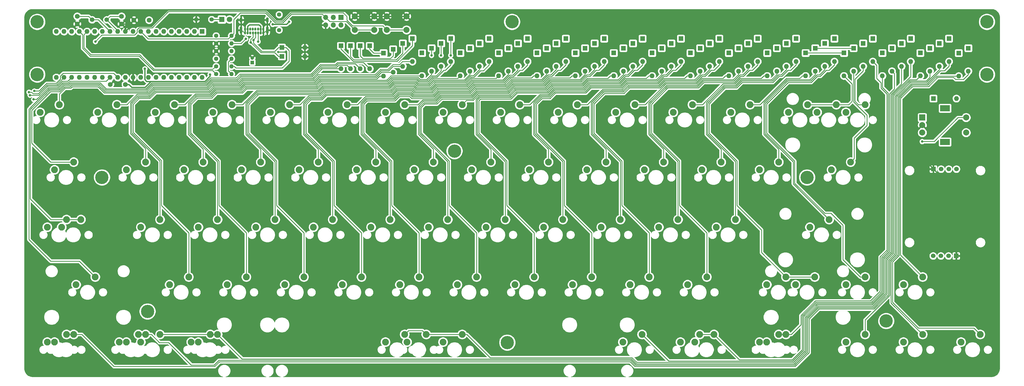
<source format=gbr>
G04 #@! TF.GenerationSoftware,KiCad,Pcbnew,(5.1.6)-1*
G04 #@! TF.CreationDate,2022-07-12T00:57:42-05:00*
G04 #@! TF.ProjectId,pinstripe,70696e73-7472-4697-9065-2e6b69636164,rev?*
G04 #@! TF.SameCoordinates,Original*
G04 #@! TF.FileFunction,Copper,L1,Top*
G04 #@! TF.FilePolarity,Positive*
%FSLAX46Y46*%
G04 Gerber Fmt 4.6, Leading zero omitted, Abs format (unit mm)*
G04 Created by KiCad (PCBNEW (5.1.6)-1) date 2022-07-12 00:57:42*
%MOMM*%
%LPD*%
G01*
G04 APERTURE LIST*
G04 #@! TA.AperFunction,ComponentPad*
%ADD10C,4.400000*%
G04 #@! TD*
G04 #@! TA.AperFunction,ComponentPad*
%ADD11C,1.524000*%
G04 #@! TD*
G04 #@! TA.AperFunction,ComponentPad*
%ADD12R,1.524000X1.524000*%
G04 #@! TD*
G04 #@! TA.AperFunction,ComponentPad*
%ADD13C,2.250000*%
G04 #@! TD*
G04 #@! TA.AperFunction,ComponentPad*
%ADD14O,0.650000X1.000000*%
G04 #@! TD*
G04 #@! TA.AperFunction,ComponentPad*
%ADD15O,0.900000X2.400000*%
G04 #@! TD*
G04 #@! TA.AperFunction,ComponentPad*
%ADD16O,0.900000X1.700000*%
G04 #@! TD*
G04 #@! TA.AperFunction,ComponentPad*
%ADD17O,1.600000X1.600000*%
G04 #@! TD*
G04 #@! TA.AperFunction,ComponentPad*
%ADD18R,1.600000X1.600000*%
G04 #@! TD*
G04 #@! TA.AperFunction,ComponentPad*
%ADD19C,2.000000*%
G04 #@! TD*
G04 #@! TA.AperFunction,ComponentPad*
%ADD20R,2.000000X2.000000*%
G04 #@! TD*
G04 #@! TA.AperFunction,ComponentPad*
%ADD21R,3.200000X2.000000*%
G04 #@! TD*
G04 #@! TA.AperFunction,ComponentPad*
%ADD22C,1.200000*%
G04 #@! TD*
G04 #@! TA.AperFunction,ComponentPad*
%ADD23R,1.200000X1.200000*%
G04 #@! TD*
G04 #@! TA.AperFunction,ComponentPad*
%ADD24C,1.600000*%
G04 #@! TD*
G04 #@! TA.AperFunction,ComponentPad*
%ADD25C,1.500000*%
G04 #@! TD*
G04 #@! TA.AperFunction,ComponentPad*
%ADD26C,1.400000*%
G04 #@! TD*
G04 #@! TA.AperFunction,ComponentPad*
%ADD27O,1.400000X1.400000*%
G04 #@! TD*
G04 #@! TA.AperFunction,ComponentPad*
%ADD28O,1.700000X1.700000*%
G04 #@! TD*
G04 #@! TA.AperFunction,ComponentPad*
%ADD29R,1.700000X1.700000*%
G04 #@! TD*
G04 #@! TA.AperFunction,ComponentPad*
%ADD30R,1.800000X1.800000*%
G04 #@! TD*
G04 #@! TA.AperFunction,ComponentPad*
%ADD31C,1.800000*%
G04 #@! TD*
G04 #@! TA.AperFunction,ViaPad*
%ADD32C,0.800000*%
G04 #@! TD*
G04 #@! TA.AperFunction,Conductor*
%ADD33C,0.381000*%
G04 #@! TD*
G04 #@! TA.AperFunction,Conductor*
%ADD34C,0.254000*%
G04 #@! TD*
G04 #@! TA.AperFunction,Conductor*
%ADD35C,0.025400*%
G04 #@! TD*
G04 APERTURE END LIST*
D10*
X196850000Y-128587500D03*
D11*
X343916000Y-177419000D03*
X341376000Y-177419000D03*
X338836000Y-177419000D03*
D12*
X336296000Y-177419000D03*
D11*
X336232500Y-206216250D03*
X338772500Y-206216250D03*
X341312500Y-206216250D03*
D12*
X343852500Y-206216250D03*
D13*
X258921250Y-232251250D03*
X252571250Y-234791250D03*
X168433750Y-232251250D03*
X162083750Y-234791250D03*
X180340000Y-232251250D03*
X173990000Y-234791250D03*
X275590000Y-156051250D03*
X269240000Y-158591250D03*
X185102500Y-213201250D03*
X178752500Y-215741250D03*
X127952500Y-213201250D03*
X121602500Y-215741250D03*
X99377500Y-194151250D03*
X93027500Y-196691250D03*
X51752500Y-232251250D03*
X45402500Y-234791250D03*
X80327500Y-194151250D03*
X73977500Y-196691250D03*
X85090000Y-156051250D03*
X78740000Y-158591250D03*
X94615000Y-175101250D03*
X88265000Y-177641250D03*
X256540000Y-156051250D03*
X250190000Y-158591250D03*
X297021250Y-213201250D03*
X290671250Y-215741250D03*
X313690000Y-213201250D03*
X307340000Y-215741250D03*
X287496250Y-213201250D03*
X281146250Y-215741250D03*
X332740000Y-232251250D03*
X326390000Y-234791250D03*
X46990000Y-156051250D03*
X40640000Y-158591250D03*
X287496250Y-232251250D03*
X281146250Y-234791250D03*
X285115000Y-232251250D03*
X278765000Y-234791250D03*
X199390000Y-156051250D03*
X193040000Y-158591250D03*
X170815000Y-175101250D03*
X164465000Y-177641250D03*
X308927500Y-175101250D03*
X302577500Y-177641250D03*
X332740000Y-213201250D03*
X326390000Y-215741250D03*
D14*
X112781000Y-132306250D03*
X114481000Y-132306250D03*
X113631000Y-132306250D03*
X111931000Y-132306250D03*
X111081000Y-132306250D03*
X110231000Y-132306250D03*
X109381000Y-132306250D03*
X108531000Y-132306250D03*
X114481000Y-130981250D03*
X113626000Y-130981250D03*
X112776000Y-130981250D03*
X111926000Y-130981250D03*
X111076000Y-130981250D03*
X110226000Y-130981250D03*
X109376000Y-130981250D03*
X108526000Y-130981250D03*
D15*
X115831000Y-131326250D03*
X107181000Y-131326250D03*
D16*
X115831000Y-127946250D03*
X107181000Y-127946250D03*
D13*
X161290000Y-232251250D03*
X154940000Y-234791250D03*
X239871250Y-232251250D03*
X233521250Y-234791250D03*
X96996250Y-232251250D03*
X90646250Y-234791250D03*
X204152500Y-213201250D03*
X197802500Y-215741250D03*
X263683750Y-232251250D03*
X257333750Y-234791250D03*
X49371250Y-232251250D03*
X43021250Y-234791250D03*
X351790000Y-232251250D03*
X345440000Y-234791250D03*
X180340000Y-156051250D03*
X173990000Y-158591250D03*
X142240000Y-156051250D03*
X135890000Y-158591250D03*
X75565000Y-232251250D03*
X69215000Y-234791250D03*
X99377500Y-232251250D03*
X93027500Y-234791250D03*
X80327500Y-232251250D03*
X73977500Y-234791250D03*
X304165000Y-156051250D03*
X297815000Y-158591250D03*
X137477500Y-194151250D03*
X131127500Y-196691250D03*
X294640000Y-156051250D03*
X288290000Y-158591250D03*
X89852500Y-213201250D03*
X83502500Y-215741250D03*
X108902500Y-213201250D03*
X102552500Y-215741250D03*
X73183750Y-232251250D03*
X66833750Y-234791250D03*
X147002500Y-213201250D03*
X140652500Y-215741250D03*
X189865000Y-175101250D03*
X183515000Y-177641250D03*
X51752500Y-175101250D03*
X45402500Y-177641250D03*
X151765000Y-175101250D03*
X145415000Y-177641250D03*
X132715000Y-175101250D03*
X126365000Y-177641250D03*
X75565000Y-175101250D03*
X69215000Y-177641250D03*
X247015000Y-175101250D03*
X240665000Y-177641250D03*
X227965000Y-175101250D03*
X221615000Y-177641250D03*
X58896250Y-213201250D03*
X52546250Y-215741250D03*
X313690000Y-232251250D03*
X307340000Y-234791250D03*
X232727500Y-194151250D03*
X226377500Y-196691250D03*
X213677500Y-194151250D03*
X207327500Y-196691250D03*
X194627500Y-194151250D03*
X188277500Y-196691250D03*
X208915000Y-175101250D03*
X202565000Y-177641250D03*
X175577500Y-194151250D03*
X169227500Y-196691250D03*
X156527500Y-194151250D03*
X150177500Y-196691250D03*
X301783750Y-194151250D03*
X295433750Y-196691250D03*
X113665000Y-175101250D03*
X107315000Y-177641250D03*
X118427500Y-194151250D03*
X112077500Y-196691250D03*
X54133750Y-194151250D03*
X47783750Y-196691250D03*
X49371250Y-194151250D03*
X43021250Y-196691250D03*
X313690000Y-156051250D03*
X307340000Y-158591250D03*
X166052500Y-213201250D03*
X159702500Y-215741250D03*
X285115000Y-175101250D03*
X278765000Y-177641250D03*
X266065000Y-175101250D03*
X259715000Y-177641250D03*
X251777500Y-194151250D03*
X245427500Y-196691250D03*
X261302500Y-213201250D03*
X254952500Y-215741250D03*
X270827500Y-194151250D03*
X264477500Y-196691250D03*
X218440000Y-156051250D03*
X212090000Y-158591250D03*
X161290000Y-156051250D03*
X154940000Y-158591250D03*
X123190000Y-156051250D03*
X116840000Y-158591250D03*
X104140000Y-156051250D03*
X97790000Y-158591250D03*
X66040000Y-156051250D03*
X59690000Y-158591250D03*
X237490000Y-156051250D03*
X231140000Y-158591250D03*
X223202500Y-213201250D03*
X216852500Y-215741250D03*
X242252500Y-213201250D03*
X235902500Y-215741250D03*
D17*
X343916000Y-154019250D03*
D18*
X336296000Y-154019250D03*
D10*
X39687500Y-128587500D03*
D17*
X94298865Y-147046777D03*
X46038865Y-131806777D03*
X91758865Y-147046777D03*
X48578865Y-131806777D03*
X89218865Y-147046777D03*
X51118865Y-131806777D03*
X86678865Y-147046777D03*
X53658865Y-131806777D03*
X84138865Y-147046777D03*
X56198865Y-131806777D03*
X81598865Y-147046777D03*
X58738865Y-131806777D03*
X79058865Y-147046777D03*
X61278865Y-131806777D03*
X76518865Y-147046777D03*
X63818865Y-131806777D03*
X73978865Y-147046777D03*
X66358865Y-131806777D03*
X71438865Y-147046777D03*
X68898865Y-131806777D03*
X68898865Y-147046777D03*
X71438865Y-131806777D03*
X66358865Y-147046777D03*
X73978865Y-131806777D03*
X63818865Y-147046777D03*
X76518865Y-131806777D03*
X61278865Y-147046777D03*
X79058865Y-131806777D03*
X58738865Y-147046777D03*
X81598865Y-131806777D03*
X56198865Y-147046777D03*
X84138865Y-131806777D03*
X53658865Y-147046777D03*
X86678865Y-131806777D03*
X51118865Y-147046777D03*
X89218865Y-131806777D03*
X48578865Y-147046777D03*
X91758865Y-131806777D03*
X46038865Y-147046777D03*
D18*
X94298865Y-131806777D03*
D19*
X155425000Y-131246000D03*
X155425000Y-126746000D03*
X161925000Y-131246000D03*
X161925000Y-126746000D03*
D20*
X332637750Y-160337500D03*
D19*
X332637750Y-162837500D03*
X332637750Y-165337500D03*
D21*
X340137750Y-157237500D03*
X340137750Y-168437500D03*
D19*
X347137750Y-160337500D03*
X347137750Y-165337500D03*
D10*
X39687500Y-146050000D03*
D17*
X128270000Y-140049250D03*
D18*
X120650000Y-140049250D03*
X146589750Y-136525000D03*
D17*
X146589750Y-144145000D03*
X170211750Y-144938750D03*
D18*
X170211750Y-137318750D03*
D10*
X320675000Y-227806250D03*
X195262500Y-234950000D03*
X76200000Y-224631250D03*
X294481250Y-180181250D03*
X177800000Y-171450000D03*
X61118750Y-180181250D03*
D22*
X110871000Y-140581250D03*
D23*
X110871000Y-142081250D03*
D10*
X354012500Y-146050000D03*
X354012500Y-128587500D03*
D18*
X309880000Y-137318750D03*
D17*
X309880000Y-144938750D03*
D19*
X144780000Y-131246000D03*
X144780000Y-126746000D03*
X151280000Y-131246000D03*
X151280000Y-126746000D03*
D18*
X120650000Y-137096500D03*
D17*
X128270000Y-137096500D03*
D24*
X76708000Y-128016000D03*
X71708000Y-128016000D03*
D25*
X62725300Y-127914400D03*
X57845300Y-127914400D03*
D26*
X98901250Y-133223000D03*
D27*
X103981250Y-133223000D03*
D26*
X98899725Y-135768786D03*
D27*
X103979725Y-135768786D03*
D26*
X98901250Y-143383000D03*
D27*
X103981250Y-143383000D03*
D26*
X98901250Y-145923000D03*
D27*
X103981250Y-145923000D03*
D26*
X98901250Y-138303000D03*
D27*
X103981250Y-138303000D03*
D26*
X98893579Y-140847064D03*
D27*
X103973579Y-140847064D03*
D26*
X97409000Y-127793750D03*
D27*
X92329000Y-127793750D03*
D28*
X135128000Y-129667000D03*
X135128000Y-127127000D03*
X137668000Y-129667000D03*
X137668000Y-127127000D03*
X140208000Y-129667000D03*
D29*
X140208000Y-127127000D03*
D26*
X119761000Y-126206250D03*
X119761000Y-131306250D03*
D30*
X100806250Y-127793750D03*
D31*
X103346250Y-127793750D03*
D17*
X344678000Y-146558000D03*
D18*
X344678000Y-138938000D03*
X341471250Y-134143750D03*
D17*
X341471250Y-141763750D03*
D18*
X338296250Y-135731250D03*
D17*
X338296250Y-143351250D03*
X316230000Y-141763750D03*
D18*
X316230000Y-134143750D03*
D17*
X319405000Y-146526250D03*
D18*
X319405000Y-138906250D03*
D17*
X322580000Y-144938750D03*
D18*
X322580000Y-137318750D03*
D17*
X325755000Y-143351250D03*
D18*
X325755000Y-135731250D03*
D17*
X328803000Y-141763750D03*
D18*
X328803000Y-134143750D03*
D17*
X331978000Y-146526250D03*
D18*
X331978000Y-138906250D03*
D17*
X335153000Y-144938750D03*
D18*
X335153000Y-137318750D03*
X347853000Y-137318750D03*
D17*
X347853000Y-144938750D03*
X303530000Y-141763750D03*
D18*
X303530000Y-134143750D03*
D17*
X290830000Y-141763750D03*
D18*
X290830000Y-134143750D03*
D17*
X278130000Y-141763750D03*
D18*
X278130000Y-134143750D03*
D17*
X265430000Y-141763750D03*
D18*
X265430000Y-134143750D03*
D17*
X252730000Y-141763750D03*
D18*
X252730000Y-134143750D03*
D17*
X240030000Y-141763750D03*
D18*
X240030000Y-134143750D03*
D17*
X227330000Y-141763750D03*
D18*
X227330000Y-134143750D03*
D17*
X214630000Y-141763750D03*
D18*
X214630000Y-134143750D03*
D17*
X201961750Y-141763750D03*
D18*
X201961750Y-134143750D03*
D17*
X189261750Y-141763750D03*
D18*
X189261750Y-134143750D03*
D17*
X176561750Y-141763750D03*
D18*
X176561750Y-134143750D03*
X154305000Y-138938000D03*
D17*
X154305000Y-146558000D03*
D18*
X149733000Y-136525000D03*
D17*
X149733000Y-144145000D03*
X300355000Y-143351250D03*
D18*
X300355000Y-135731250D03*
D17*
X287655000Y-143351250D03*
D18*
X287655000Y-135731250D03*
D17*
X274955000Y-143351250D03*
D18*
X274955000Y-135731250D03*
D17*
X262255000Y-143351250D03*
D18*
X262255000Y-135731250D03*
D17*
X249555000Y-143351250D03*
D18*
X249555000Y-135731250D03*
D17*
X236855000Y-143351250D03*
D18*
X236855000Y-135731250D03*
D17*
X224155000Y-143351250D03*
D18*
X224155000Y-135731250D03*
D17*
X211486750Y-143351250D03*
D18*
X211486750Y-135731250D03*
D17*
X198786750Y-143351250D03*
D18*
X198786750Y-135731250D03*
D17*
X186086750Y-143351250D03*
D18*
X186086750Y-135731250D03*
D17*
X173386750Y-143351250D03*
D18*
X173386750Y-135731250D03*
D17*
X157480000Y-145288000D03*
D18*
X157480000Y-137668000D03*
D17*
X297180000Y-144938750D03*
D18*
X297180000Y-137318750D03*
D17*
X284480000Y-144938750D03*
D18*
X284480000Y-137318750D03*
D17*
X271780000Y-144938750D03*
D18*
X271780000Y-137318750D03*
D17*
X259080000Y-144938750D03*
D18*
X259080000Y-137318750D03*
D17*
X246380000Y-144938750D03*
D18*
X246380000Y-137318750D03*
D17*
X233680000Y-144938750D03*
D18*
X233680000Y-137318750D03*
D17*
X220980000Y-144938750D03*
D18*
X220980000Y-137318750D03*
D17*
X208311750Y-144938750D03*
D18*
X208311750Y-137318750D03*
D17*
X195611750Y-144938750D03*
D18*
X195611750Y-137318750D03*
D17*
X182911750Y-144938750D03*
D18*
X182911750Y-137318750D03*
D17*
X160686750Y-143351250D03*
D18*
X160686750Y-135731250D03*
X143383000Y-136525000D03*
D17*
X143383000Y-144145000D03*
D18*
X313055000Y-135731250D03*
D17*
X313055000Y-143351250D03*
X306705000Y-146526250D03*
D18*
X306705000Y-138906250D03*
D17*
X294005000Y-146526250D03*
D18*
X294005000Y-138906250D03*
X281305000Y-138906250D03*
D17*
X281305000Y-146526250D03*
X268605000Y-146526250D03*
D18*
X268605000Y-138906250D03*
D17*
X255905000Y-146526250D03*
D18*
X255905000Y-138906250D03*
D17*
X243205000Y-146526250D03*
D18*
X243205000Y-138906250D03*
D17*
X230505000Y-146526250D03*
D18*
X230505000Y-138906250D03*
D17*
X217805000Y-146526250D03*
D18*
X217805000Y-138906250D03*
D17*
X205136750Y-146526250D03*
D18*
X205136750Y-138906250D03*
D17*
X192436750Y-146526250D03*
D18*
X192436750Y-138906250D03*
D17*
X179736750Y-146526250D03*
D18*
X179736750Y-138906250D03*
D17*
X167036750Y-146526250D03*
D18*
X167036750Y-138906250D03*
D17*
X163861750Y-141763750D03*
D18*
X163861750Y-134143750D03*
X140208000Y-136525000D03*
D17*
X140208000Y-144145000D03*
D24*
X68897500Y-149352000D03*
X63897500Y-149352000D03*
X67602100Y-126777750D03*
X67602100Y-129277750D03*
X52946300Y-126777750D03*
X52946300Y-129277750D03*
D32*
X223837500Y-243681250D03*
X65087500Y-135731250D03*
X86614000Y-136525000D03*
X89154000Y-141986000D03*
X91694000Y-136525000D03*
X84074000Y-141986000D03*
X101092000Y-144653000D03*
X106172000Y-136906000D03*
X45212000Y-217932000D03*
X227806250Y-189706250D03*
X251618750Y-207962500D03*
X43053000Y-183896000D03*
X165481000Y-137160000D03*
X165893750Y-243205000D03*
X69850000Y-230187500D03*
X152019000Y-143256000D03*
X116433600Y-141287500D03*
X137210800Y-140716000D03*
X172243750Y-233362500D03*
X165100000Y-232283000D03*
X108743750Y-243586000D03*
X103378000Y-131318000D03*
X62706250Y-204787500D03*
X74612500Y-188912500D03*
X80962500Y-236537500D03*
X99218750Y-234950000D03*
X291306250Y-156368750D03*
X94107000Y-141986000D03*
X53975000Y-139700000D03*
X95758000Y-155829000D03*
X136525000Y-212725000D03*
X96901000Y-146050000D03*
X75311000Y-144145000D03*
X170180000Y-139700000D03*
X173355000Y-139700000D03*
X176530000Y-139700000D03*
X110363000Y-135382000D03*
X111252000Y-134620000D03*
X37306250Y-152908000D03*
X36957000Y-151892000D03*
X332581250Y-168275000D03*
X112776000Y-135128000D03*
X108712000Y-134187037D03*
X58928000Y-135128000D03*
X38735000Y-151511000D03*
X38504711Y-154328711D03*
X117602000Y-129413000D03*
X123031250Y-128587500D03*
D33*
X98899725Y-138301475D02*
X98901250Y-138303000D01*
D34*
X115831000Y-132120000D02*
X115461000Y-132120000D01*
X115831000Y-132120000D02*
X115831000Y-130666000D01*
D33*
X107181000Y-127946250D02*
X113099750Y-127946250D01*
X115831000Y-131326250D02*
X115831000Y-127946250D01*
X107181000Y-127946250D02*
X107181000Y-131326250D01*
X108526000Y-132301250D02*
X108531000Y-132306250D01*
X108526000Y-130981250D02*
X108526000Y-132301250D01*
X114481000Y-130981250D02*
X114481000Y-132306250D01*
D34*
X115831000Y-131326250D02*
X114481000Y-132306250D01*
X107181000Y-131326250D02*
X108531000Y-132306250D01*
D33*
X128270000Y-136937750D02*
X128270000Y-137096500D01*
X128270000Y-137096500D02*
X128270000Y-140049250D01*
X128270000Y-136620250D02*
X128270000Y-137096500D01*
X113099750Y-127946250D02*
X115831000Y-127946250D01*
X70657642Y-130048000D02*
X68898865Y-131806777D01*
X72501750Y-130048000D02*
X70657642Y-130048000D01*
X73025000Y-130048000D02*
X72898000Y-130048000D01*
X73025000Y-130048000D02*
X72501750Y-130048000D01*
X128270000Y-136525000D02*
X128270000Y-137096500D01*
X152694213Y-126746000D02*
X155575000Y-126746000D01*
X151280000Y-126746000D02*
X152694213Y-126746000D01*
X156989213Y-126746000D02*
X162075000Y-126746000D01*
X155575000Y-126746000D02*
X156989213Y-126746000D01*
X144780000Y-126746000D02*
X151280000Y-126746000D01*
X143129000Y-125095000D02*
X144780000Y-126746000D01*
X141186961Y-125085490D02*
X141196471Y-125095000D01*
X123396260Y-125085490D02*
X141186961Y-125085490D01*
X120592750Y-127889000D02*
X123396260Y-125085490D01*
X77545774Y-130048000D02*
X82911524Y-124682250D01*
X82911524Y-124682250D02*
X115697001Y-124682250D01*
X115697001Y-124682250D02*
X118903750Y-127889000D01*
X141196471Y-125095000D02*
X143129000Y-125095000D01*
X73025000Y-130048000D02*
X77545774Y-130048000D01*
X118903750Y-127889000D02*
X120592750Y-127889000D01*
X123602750Y-137096500D02*
X128270000Y-137096500D01*
X115831000Y-131326250D02*
X117832500Y-131326250D01*
X117832500Y-131326250D02*
X123602750Y-137096500D01*
X70446250Y-129277750D02*
X71708000Y-128016000D01*
X67602100Y-129277750D02*
X70446250Y-129277750D01*
X330200000Y-165275250D02*
X330200000Y-171164250D01*
X332637750Y-162837500D02*
X330200000Y-165275250D01*
X330200000Y-171164250D02*
X336327750Y-177292000D01*
X343852500Y-184975500D02*
X336296000Y-177419000D01*
X343852500Y-206216250D02*
X343852500Y-184975500D01*
D34*
X56708650Y-126777750D02*
X57845300Y-127914400D01*
X52946300Y-126777750D02*
X56708650Y-126777750D01*
X59926488Y-127914400D02*
X57845300Y-127914400D01*
X63818865Y-131806777D02*
X59926488Y-127914400D01*
X66358865Y-131547965D02*
X66358865Y-131806777D01*
X62725300Y-127914400D02*
X66358865Y-131547965D01*
X63861950Y-126777750D02*
X62725300Y-127914400D01*
X67602100Y-126777750D02*
X63861950Y-126777750D01*
D33*
X110871000Y-141756000D02*
X110768000Y-141756000D01*
X96901000Y-146615685D02*
X96901000Y-146050000D01*
X95190195Y-148326490D02*
X96901000Y-146615685D01*
X78730490Y-148326490D02*
X78603490Y-148326490D01*
X78730490Y-148326490D02*
X95190195Y-148326490D01*
X68897500Y-149352000D02*
X70028870Y-149352000D01*
X77382642Y-148326490D02*
X78730490Y-148326490D01*
X70971860Y-150294990D02*
X75414142Y-150294990D01*
X70028870Y-149352000D02*
X70971860Y-150294990D01*
X75414142Y-150294990D02*
X77382642Y-148326490D01*
X75936490Y-148326490D02*
X77382642Y-148326490D01*
X75311000Y-147701000D02*
X75936490Y-148326490D01*
X75311000Y-144145000D02*
X75311000Y-147701000D01*
D34*
X60510878Y-150729242D02*
X60510878Y-150729241D01*
X59898463Y-150116827D02*
X60510878Y-150729242D01*
X51259147Y-150116827D02*
X50805140Y-150570835D01*
X59898463Y-150116827D02*
X51259147Y-150116827D01*
X48915116Y-150570835D02*
X46990000Y-152495951D01*
X50805140Y-150570835D02*
X48915116Y-150570835D01*
X107456910Y-147231040D02*
X130898960Y-147231040D01*
X97619724Y-148555030D02*
X106132922Y-148555028D01*
X106132922Y-148555028D02*
X107456910Y-147231040D01*
X78161168Y-150206030D02*
X95968724Y-150206030D01*
X95968724Y-150206030D02*
X97619724Y-148555030D01*
X76192671Y-152174528D02*
X78161168Y-150206030D01*
X61956165Y-152174528D02*
X76192671Y-152174528D01*
X60510878Y-150729242D02*
X61956165Y-152174528D01*
X133985000Y-144145000D02*
X140208000Y-144145000D01*
X130898960Y-147231040D02*
X133985000Y-144145000D01*
X46990000Y-152495951D02*
X46990000Y-156051250D01*
X294005000Y-138906250D02*
X306705000Y-138906250D01*
X140208000Y-136525000D02*
X140208000Y-137579000D01*
X158750000Y-141655969D02*
X163861750Y-136544219D01*
X144284969Y-141655969D02*
X158750000Y-141655969D01*
X140208000Y-137579000D02*
X144284969Y-141655969D01*
X163861750Y-136544219D02*
X163861750Y-134143750D01*
X160606288Y-141763750D02*
X163861750Y-141763750D01*
X159622038Y-142748000D02*
X160606288Y-141763750D01*
X157399924Y-142748000D02*
X159622038Y-142748000D01*
X155767944Y-144379980D02*
X157399924Y-142748000D01*
X153255848Y-144379980D02*
X155767944Y-144379980D01*
X151515888Y-146119940D02*
X153255848Y-144379980D01*
X76380726Y-152628538D02*
X78349224Y-150660040D01*
X72789396Y-152628538D02*
X76380726Y-152628538D01*
X66040000Y-156051250D02*
X69366684Y-156051250D01*
X69366684Y-156051250D02*
X72789396Y-152628538D01*
X96156781Y-150660040D02*
X97807781Y-149009040D01*
X97807781Y-149009040D02*
X106320975Y-149009037D01*
X106320975Y-149009037D02*
X107644962Y-147685050D01*
X131087017Y-147685050D02*
X132652123Y-146119940D01*
X107644962Y-147685050D02*
X131087017Y-147685050D01*
X78349224Y-150660040D02*
X96156781Y-150660040D01*
X132652123Y-146119940D02*
X151515888Y-146119940D01*
X107073203Y-150825074D02*
X98560012Y-150825074D01*
X131839241Y-149501090D02*
X108397186Y-149501090D01*
X96570923Y-152476077D02*
X96570920Y-152476080D01*
X167036750Y-146526250D02*
X156749750Y-146526250D01*
X108397186Y-149501090D02*
X107073203Y-150825074D01*
X156749750Y-146526250D02*
X155448000Y-147828000D01*
X98560012Y-150825074D02*
X96909010Y-152476077D01*
X96909010Y-152476077D02*
X96570923Y-152476077D01*
X155448000Y-147828000D02*
X155440934Y-147828000D01*
X133404351Y-147935980D02*
X131839241Y-149501090D01*
X155332954Y-147935980D02*
X133404351Y-147935980D01*
X155440934Y-147828000D02*
X155332954Y-147935980D01*
X85090000Y-156051250D02*
X88499827Y-156051250D01*
X92075000Y-152476077D02*
X96570923Y-152476077D01*
X88499827Y-156051250D02*
X92075000Y-152476077D01*
X169192791Y-149015279D02*
X170834079Y-147373990D01*
X165132841Y-148342290D02*
X165805832Y-149015281D01*
X168816677Y-149015281D02*
X169192791Y-149015279D01*
X157501974Y-148342290D02*
X165132841Y-148342290D01*
X156078333Y-149765932D02*
X157501974Y-148342290D01*
X134142666Y-149765932D02*
X156078333Y-149765932D01*
X165805832Y-149015281D02*
X168816677Y-149015281D01*
X112359553Y-151317130D02*
X132591468Y-151317130D01*
X132591468Y-151317130D02*
X134142666Y-149765932D01*
X178889010Y-147373990D02*
X179736750Y-146526250D01*
X170834079Y-147373990D02*
X178889010Y-147373990D01*
X104140000Y-156051250D02*
X107625434Y-156051250D01*
X107625434Y-156051250D02*
X112359553Y-151317130D01*
X191594512Y-147368488D02*
X192436750Y-146526250D01*
X183539580Y-147368488D02*
X191594512Y-147368488D01*
X181718038Y-149190030D02*
X183539580Y-147368488D01*
X169945015Y-150831319D02*
X171586304Y-149190030D01*
X171586304Y-149190030D02*
X181718038Y-149190030D01*
X123190000Y-156051250D02*
X126675434Y-156051250D01*
X129593514Y-153133170D02*
X133343694Y-153133170D01*
X134889784Y-151587080D02*
X155575000Y-151587080D01*
X126675434Y-156051250D02*
X129593514Y-153133170D01*
X155575000Y-151587080D02*
X155575002Y-151587078D01*
X164380617Y-150158330D02*
X165053605Y-150831319D01*
X155575002Y-151587078D02*
X156825452Y-151587078D01*
X133343694Y-153133170D02*
X134889784Y-151587080D01*
X165053605Y-150831319D02*
X169945015Y-150831319D01*
X156825452Y-151587078D02*
X158254199Y-150158330D01*
X158254199Y-150158330D02*
X164380617Y-150158330D01*
X204005380Y-146526250D02*
X205136750Y-146526250D01*
X203332389Y-147199241D02*
X204005380Y-146526250D01*
X196408827Y-147199241D02*
X203332389Y-147199241D01*
X194418039Y-149190030D02*
X196408827Y-147199241D01*
X157577676Y-153403120D02*
X157843629Y-153137166D01*
X157843629Y-153137166D02*
X159006425Y-151974370D01*
X142240000Y-156051250D02*
X145693684Y-156051250D01*
X148341814Y-153403120D02*
X157577676Y-153403120D01*
X182470263Y-151006070D02*
X184286303Y-149190030D01*
X145693684Y-156051250D02*
X148341814Y-153403120D01*
X159006425Y-151974370D02*
X163628392Y-151974370D01*
X163628392Y-151974370D02*
X164301379Y-152647359D01*
X184286303Y-149190030D02*
X194418039Y-149190030D01*
X170697241Y-152647359D02*
X172338530Y-151006070D01*
X164301379Y-152647359D02*
X170697241Y-152647359D01*
X172338530Y-151006070D02*
X182470263Y-151006070D01*
X209155692Y-147199241D02*
X207339656Y-149015278D01*
X207339656Y-149015278D02*
X197161469Y-149015279D01*
X183222488Y-152822110D02*
X173090755Y-152822110D01*
X216000639Y-147199241D02*
X209155692Y-147199241D01*
X217805000Y-146526250D02*
X216673630Y-146526250D01*
X195170681Y-151006070D02*
X185038528Y-151006070D01*
X185038528Y-151006070D02*
X183222488Y-152822110D01*
X216673630Y-146526250D02*
X216000639Y-147199241D01*
X197161469Y-149015279D02*
X195170681Y-151006070D01*
X173090755Y-152822110D02*
X171449467Y-154463398D01*
X171449467Y-154463398D02*
X167347535Y-154463398D01*
X165759683Y-156051250D02*
X161290000Y-156051250D01*
X167347535Y-154463398D02*
X165759683Y-156051250D01*
X221679232Y-147326242D02*
X228573638Y-147326242D01*
X219990193Y-149015281D02*
X221679232Y-147326242D01*
X228573638Y-147326242D02*
X229373630Y-146526250D01*
X195922904Y-152822110D02*
X197913698Y-150831314D01*
X187681621Y-152822110D02*
X195922904Y-152822110D01*
X229373630Y-146526250D02*
X230505000Y-146526250D01*
X199463272Y-150831314D02*
X199463275Y-150831317D01*
X197913698Y-150831314D02*
X199463272Y-150831314D01*
X209907917Y-149015281D02*
X219990193Y-149015281D01*
X199463275Y-150831317D02*
X203105853Y-150831317D01*
X203105853Y-150831317D02*
X208091884Y-150831314D01*
X208091884Y-150831314D02*
X209907917Y-149015281D01*
X187681621Y-152822110D02*
X187681620Y-152822110D01*
X185790753Y-152822110D02*
X187681621Y-152822110D01*
X183974715Y-154638150D02*
X185790753Y-152822110D01*
X181753100Y-154638150D02*
X183974715Y-154638150D01*
X180340000Y-156051250D02*
X181753100Y-154638150D01*
X232534038Y-149142279D02*
X232534040Y-149142279D01*
X242073630Y-146526250D02*
X243205000Y-146526250D01*
X242062000Y-146537880D02*
X242073630Y-146526250D01*
X232534038Y-149142279D02*
X234350076Y-147326241D01*
X242062000Y-146558000D02*
X242062000Y-146537880D01*
X234350076Y-147326241D02*
X234350084Y-147326249D01*
X234350084Y-147326249D02*
X241293751Y-147326249D01*
X241293751Y-147326249D02*
X242062000Y-146558000D01*
X206127648Y-152647352D02*
X202723750Y-156051250D01*
X208032648Y-152647352D02*
X206127648Y-152647352D01*
X208032651Y-152647349D02*
X208032648Y-152647352D01*
X202723750Y-156051250D02*
X199390000Y-156051250D01*
X232534038Y-149142281D02*
X222431457Y-149142281D01*
X208844113Y-152647349D02*
X208032651Y-152647349D01*
X232534038Y-149142279D02*
X232534038Y-149142281D01*
X210660141Y-150831321D02*
X208844113Y-152647349D01*
X222431457Y-149142281D02*
X220742417Y-150831321D01*
X220742417Y-150831321D02*
X210660141Y-150831321D01*
X253979880Y-147320000D02*
X254773630Y-146526250D01*
X247050071Y-147326249D02*
X253492000Y-147320000D01*
X245234040Y-149142280D02*
X247050071Y-147326249D01*
X221773750Y-156051250D02*
X226866679Y-150958321D01*
X253492000Y-147320000D02*
X253979880Y-147320000D01*
X218440000Y-156051250D02*
X221773750Y-156051250D01*
X226866679Y-150958321D02*
X233290599Y-150958321D01*
X233290599Y-150958321D02*
X235106638Y-149142281D01*
X254773630Y-146526250D02*
X255905000Y-146526250D01*
X235106638Y-149142281D02*
X245234040Y-149142280D01*
X240893334Y-156051250D02*
X247802303Y-149142281D01*
X267473630Y-146526250D02*
X268605000Y-146526250D01*
X237490000Y-156051250D02*
X240893334Y-156051250D01*
X266700000Y-147299880D02*
X267473630Y-146526250D01*
X247802303Y-149142281D02*
X257934040Y-149142280D01*
X266700000Y-147326249D02*
X266700000Y-147299880D01*
X257934040Y-149142280D02*
X259750071Y-147326249D01*
X259750071Y-147326249D02*
X266700000Y-147326249D01*
X272453128Y-147323190D02*
X279376690Y-147323190D01*
X280173630Y-146526250D02*
X281305000Y-146526250D01*
X259873750Y-156051250D02*
X266782719Y-149142281D01*
X256540000Y-156051250D02*
X259873750Y-156051250D01*
X279376690Y-147323190D02*
X280173630Y-146526250D01*
X266782719Y-149142281D02*
X270634040Y-149142281D01*
X270634040Y-149142281D02*
X270899991Y-148876328D01*
X270899991Y-148876328D02*
X272453128Y-147323190D01*
X292873630Y-146526250D02*
X294005000Y-146526250D01*
X292862000Y-146537880D02*
X292873630Y-146526250D01*
X278923750Y-156051250D02*
X287651810Y-147323190D01*
X275590000Y-156051250D02*
X278923750Y-156051250D01*
X287651810Y-147323190D02*
X292096810Y-147323190D01*
X292862000Y-146558000D02*
X292862000Y-146537880D01*
X292096810Y-147323190D02*
X292862000Y-146558000D01*
X294640000Y-156051250D02*
X304165000Y-156051250D01*
X309425990Y-149247240D02*
X306705000Y-146526250D01*
X309425990Y-154917760D02*
X309425990Y-149247240D01*
X304165000Y-156051250D02*
X308292500Y-156051250D01*
X308292500Y-156051250D02*
X309425990Y-154917760D01*
X310334010Y-154910694D02*
X311474566Y-156051250D01*
X310334010Y-147627990D02*
X310334010Y-154910694D01*
X311474566Y-156051250D02*
X313690000Y-156051250D01*
X313055000Y-143351250D02*
X313055000Y-144907000D01*
X313055000Y-144907000D02*
X310334010Y-147627990D01*
X62144221Y-151720519D02*
X60964888Y-150541185D01*
X60964888Y-150541185D02*
X60698935Y-150275232D01*
X60698935Y-150275232D02*
X62144221Y-151720519D01*
X107268853Y-146777030D02*
X130710904Y-146777030D01*
X76004614Y-151720518D02*
X77973112Y-149752020D01*
X77973112Y-149752020D02*
X95780667Y-149752020D01*
X105944864Y-148101020D02*
X107268853Y-146777030D01*
X95780667Y-149752020D02*
X97431667Y-148101020D01*
X97431667Y-148101020D02*
X105944864Y-148101020D01*
X76004614Y-151720518D02*
X62144221Y-151720519D01*
X133796943Y-143690990D02*
X138757010Y-143690990D01*
X130710904Y-146777030D02*
X133796943Y-143690990D01*
X142255999Y-143017999D02*
X143383000Y-144145000D01*
X139430001Y-143017999D02*
X142255999Y-143017999D01*
X138757010Y-143690990D02*
X139430001Y-143017999D01*
X44132500Y-175101250D02*
X51752500Y-175101250D01*
X37846000Y-168814750D02*
X44132500Y-175101250D01*
X37846000Y-157906882D02*
X37846000Y-168814750D01*
X44032364Y-151720518D02*
X37846000Y-157906882D01*
X60086519Y-149662816D02*
X51071092Y-149662816D01*
X47123367Y-151720518D02*
X44032364Y-151720518D01*
X51071092Y-149662816D02*
X50617083Y-150116825D01*
X60698935Y-150275232D02*
X60086519Y-149662816D01*
X50617083Y-150116825D02*
X48727060Y-150116825D01*
X48727060Y-150116825D02*
X47123367Y-151720518D01*
X297180000Y-137318750D02*
X309880000Y-137318750D01*
X170211750Y-137318750D02*
X170211750Y-139668250D01*
X170211750Y-139668250D02*
X170180000Y-139700000D01*
X158561944Y-141201959D02*
X160686750Y-139077153D01*
X144473025Y-141201959D02*
X158561944Y-141201959D01*
X160686750Y-139077153D02*
X160686750Y-135731250D01*
X143383000Y-136525000D02*
X143383000Y-140111934D01*
X143383000Y-140111934D02*
X144473025Y-141201959D01*
X153443904Y-144833990D02*
X155956000Y-144833990D01*
X151703944Y-146573950D02*
X153443904Y-144833990D01*
X155956000Y-144833990D02*
X157438740Y-143351250D01*
X70575751Y-155484249D02*
X72977452Y-153082548D01*
X70575751Y-165674068D02*
X70575751Y-155484249D01*
X157438740Y-143351250D02*
X160686750Y-143351250D01*
X72977452Y-153082548D02*
X76568783Y-153082548D01*
X107833018Y-148139060D02*
X131275074Y-148139060D01*
X75565000Y-174307500D02*
X75565000Y-170663317D01*
X75565000Y-170663317D02*
X70575751Y-165674068D01*
X106509032Y-149463046D02*
X107833018Y-148139060D01*
X76568783Y-153082548D02*
X78537281Y-151114050D01*
X78537281Y-151114050D02*
X96344838Y-151114050D01*
X96344838Y-151114050D02*
X97995840Y-149463048D01*
X132840180Y-146573950D02*
X151703944Y-146573950D01*
X131275074Y-148139060D02*
X132840180Y-146573950D01*
X97995840Y-149463048D02*
X106509032Y-149463046D01*
X165697009Y-146980260D02*
X156937806Y-146980260D01*
X155628991Y-148282009D02*
X155575000Y-148336000D01*
X166370000Y-147653251D02*
X165697009Y-146980260D01*
X156937806Y-146980260D02*
X155636057Y-148282009D01*
X155636057Y-148282009D02*
X155628991Y-148282009D01*
X170211750Y-146070120D02*
X170211750Y-144938750D01*
X168628619Y-147653251D02*
X170211750Y-146070120D01*
X166370000Y-147653251D02*
X168628619Y-147653251D01*
X155528076Y-148389990D02*
X155636057Y-148282009D01*
X133592408Y-148389990D02*
X155528076Y-148389990D01*
X132027299Y-149955100D02*
X133592408Y-148389990D01*
X92868750Y-152930090D02*
X97097063Y-152930090D01*
X107261260Y-151279084D02*
X108585242Y-149955100D01*
X98748069Y-151279084D02*
X107261260Y-151279084D01*
X97097063Y-152930090D02*
X98748069Y-151279084D01*
X108585242Y-149955100D02*
X132027299Y-149955100D01*
X92859090Y-152930090D02*
X92859087Y-152930087D01*
X92868750Y-152930090D02*
X92859090Y-152930090D01*
X89662000Y-155531143D02*
X89662000Y-165862000D01*
X92868750Y-152930090D02*
X92263053Y-152930090D01*
X89662000Y-165862000D02*
X94615000Y-170815000D01*
X92263053Y-152930090D02*
X89662000Y-155531143D01*
X94615000Y-170815000D02*
X94615000Y-175101250D01*
X108743750Y-165893752D02*
X113665000Y-170815002D01*
X108743750Y-155575000D02*
X108743750Y-165893752D01*
X113665000Y-170815002D02*
X113665000Y-175101250D01*
X112547610Y-151771140D02*
X108743750Y-155575000D01*
X132779525Y-151771140D02*
X112547610Y-151771140D01*
X134325614Y-150225051D02*
X132779525Y-151771140D01*
X169380848Y-149469288D02*
X165617775Y-149469291D01*
X182911750Y-144938750D02*
X182911750Y-146070120D01*
X171022136Y-147828000D02*
X169380848Y-149469288D01*
X164944785Y-148796300D02*
X157690030Y-148796300D01*
X181153870Y-147828000D02*
X171022136Y-147828000D01*
X155417913Y-150225051D02*
X134325614Y-150225051D01*
X182911750Y-146070120D02*
X181153870Y-147828000D01*
X155417915Y-150225049D02*
X155417913Y-150225051D01*
X165617775Y-149469291D02*
X164944785Y-148796300D01*
X157690030Y-148796300D02*
X156261281Y-150225049D01*
X156261281Y-150225049D02*
X155417915Y-150225049D01*
X127793750Y-165893750D02*
X132715000Y-170815000D01*
X127793750Y-155575000D02*
X127793750Y-165893750D01*
X129781570Y-153587180D02*
X127793750Y-155575000D01*
X133531751Y-153587180D02*
X129781570Y-153587180D01*
X181906095Y-149644039D02*
X171774361Y-149644040D01*
X135077841Y-152041090D02*
X133531751Y-153587180D01*
X193853870Y-147828000D02*
X183722134Y-147828000D01*
X171774361Y-149644040D02*
X170133072Y-151285329D01*
X164192561Y-150612340D02*
X158442256Y-150612340D01*
X183722134Y-147828000D02*
X181906095Y-149644039D01*
X195611750Y-144938750D02*
X195611750Y-146070120D01*
X132715000Y-170815000D02*
X132715000Y-175101250D01*
X195611750Y-146070120D02*
X193853870Y-147828000D01*
X164865550Y-151285329D02*
X164192561Y-150612340D01*
X158442256Y-150612340D02*
X157013507Y-152041090D01*
X170133072Y-151285329D02*
X164865550Y-151285329D01*
X157013507Y-152041090D02*
X135077841Y-152041090D01*
X146843750Y-165893750D02*
X151765000Y-170815000D01*
X146843750Y-155543250D02*
X146843750Y-165893750D01*
X148529870Y-153857130D02*
X146843750Y-155543250D01*
X157389620Y-153857130D02*
X148529870Y-153857130D01*
X157765734Y-153857128D02*
X157389620Y-153857130D01*
X159194481Y-152428380D02*
X157765734Y-153857128D01*
X196596884Y-147653251D02*
X194606096Y-149644040D01*
X206728619Y-147653251D02*
X196596884Y-147653251D01*
X208311750Y-146070120D02*
X206728619Y-147653251D01*
X208311750Y-144938750D02*
X208311750Y-146070120D01*
X184474359Y-149644040D02*
X182658319Y-151460080D01*
X194606096Y-149644040D02*
X184474359Y-149644040D01*
X172526586Y-151460080D02*
X170885298Y-153101368D01*
X182658319Y-151460080D02*
X172526586Y-151460080D01*
X170885298Y-153101368D02*
X164113321Y-153101368D01*
X164113321Y-153101368D02*
X163440335Y-152428380D01*
X163440335Y-152428380D02*
X159194481Y-152428380D01*
X151765000Y-170815000D02*
X151765000Y-175101250D01*
X219376749Y-147653251D02*
X219456000Y-147574000D01*
X209343749Y-147653251D02*
X219376749Y-147653251D01*
X219456000Y-147574000D02*
X220980000Y-146070120D01*
X204046141Y-149469287D02*
X207527713Y-149469287D01*
X207527713Y-149469287D02*
X209343749Y-147653251D01*
X203670025Y-149469289D02*
X204046141Y-149469287D01*
X167535592Y-154917408D02*
X171637524Y-154917408D01*
X197349526Y-149469289D02*
X203670025Y-149469289D01*
X220980000Y-146070120D02*
X220980000Y-144938750D01*
X165862000Y-156591000D02*
X167535592Y-154917408D01*
X173278811Y-153276120D02*
X183410545Y-153276120D01*
X171637524Y-154917408D02*
X173278811Y-153276120D01*
X183410545Y-153276120D02*
X185226584Y-151460080D01*
X185226584Y-151460080D02*
X195358736Y-151460080D01*
X195358736Y-151460080D02*
X197349526Y-149469289D01*
X165862000Y-156591000D02*
X165862000Y-165862000D01*
X170815000Y-170815000D02*
X170815000Y-175101250D01*
X165862000Y-165862000D02*
X170815000Y-170815000D01*
X184943750Y-154311180D02*
X185978810Y-153276120D01*
X184943750Y-165893750D02*
X184943750Y-154311180D01*
X199164324Y-151285324D02*
X199164326Y-151285326D01*
X210095973Y-149469291D02*
X220178249Y-149469291D01*
X185978810Y-153276120D02*
X196110961Y-153276120D01*
X189865000Y-170815000D02*
X184943750Y-165893750D01*
X196110961Y-153276120D02*
X198101755Y-151285324D01*
X233680000Y-146070120D02*
X233680000Y-144938750D01*
X231969869Y-147780251D02*
X233680000Y-146070120D01*
X199164326Y-151285326D02*
X202917797Y-151285326D01*
X221867289Y-147780251D02*
X231969869Y-147780251D01*
X198101755Y-151285324D02*
X199164324Y-151285324D01*
X202917797Y-151285326D02*
X208279941Y-151285323D01*
X220178249Y-149469291D02*
X221867289Y-147780251D01*
X208279941Y-151285323D02*
X210095973Y-149469291D01*
X189865000Y-175101250D02*
X189865000Y-170815000D01*
X208213638Y-153101362D02*
X208213641Y-153101359D01*
X246380000Y-146070120D02*
X246380000Y-144938750D01*
X244669869Y-147780251D02*
X246380000Y-146070120D01*
X234542470Y-147780251D02*
X244669869Y-147780251D01*
X209032166Y-153101362D02*
X210848197Y-151285331D01*
X208213638Y-153101362D02*
X209032166Y-153101362D01*
X232726430Y-149596291D02*
X234542470Y-147780251D01*
X222619513Y-149596291D02*
X232726430Y-149596291D01*
X210848197Y-151285331D02*
X220930473Y-151285331D01*
X220930473Y-151285331D02*
X222619513Y-149596291D01*
X203993750Y-165989000D02*
X208915000Y-170815000D01*
X208213638Y-153101362D02*
X206315704Y-153101362D01*
X203993750Y-155423316D02*
X203993750Y-165989000D01*
X206315704Y-153101362D02*
X203993750Y-155423316D01*
X208915000Y-170815000D02*
X208915000Y-175101250D01*
X227965000Y-170815000D02*
X227965000Y-175101250D01*
X223043750Y-165893750D02*
X227965000Y-170815000D01*
X233478656Y-151412331D02*
X227054735Y-151412331D01*
X235294697Y-149596290D02*
X233478656Y-151412331D01*
X259080000Y-146070120D02*
X257369869Y-147780251D01*
X259080000Y-144938750D02*
X259080000Y-146070120D01*
X223043750Y-155423316D02*
X223043750Y-165893750D01*
X247238135Y-147780251D02*
X245422097Y-149596289D01*
X227054735Y-151412331D02*
X223043750Y-155423316D01*
X257369869Y-147780251D02*
X247238135Y-147780251D01*
X245422097Y-149596289D02*
X235294697Y-149596290D01*
X258122097Y-149596291D02*
X259938137Y-147780251D01*
X247015000Y-170815000D02*
X242093750Y-165893750D01*
X247015000Y-175101250D02*
X247015000Y-170815000D01*
X271780000Y-146070120D02*
X271780000Y-144938750D01*
X259938137Y-147780251D02*
X270069869Y-147780251D01*
X242093750Y-165893750D02*
X242093750Y-155492900D01*
X242093750Y-155492900D02*
X247990359Y-149596291D01*
X270069869Y-147780251D02*
X271780000Y-146070120D01*
X247990359Y-149596291D02*
X258122097Y-149596291D01*
X266065000Y-170815000D02*
X266065000Y-175101250D01*
X261143750Y-165893750D02*
X266065000Y-170815000D01*
X261143750Y-155423316D02*
X261143750Y-165893750D01*
X266970775Y-149596291D02*
X261143750Y-155423316D01*
X284480000Y-146070120D02*
X282772920Y-147777200D01*
X282772920Y-147777200D02*
X272641185Y-147777200D01*
X284480000Y-144938750D02*
X284480000Y-146070120D01*
X272641185Y-147777200D02*
X270822097Y-149596291D01*
X270822097Y-149596291D02*
X266970775Y-149596291D01*
X297180000Y-146070120D02*
X297180000Y-144938750D01*
X295529000Y-147701000D02*
X297180000Y-146070120D01*
X295452800Y-147777200D02*
X295529000Y-147701000D01*
X294817800Y-147777200D02*
X295452800Y-147777200D01*
X295021000Y-147777200D02*
X294817800Y-147777200D01*
X285115000Y-170815000D02*
X285115000Y-175101250D01*
X280193750Y-155423316D02*
X280193750Y-165893750D01*
X280193750Y-165893750D02*
X285115000Y-170815000D01*
X294817800Y-147777200D02*
X287839866Y-147777200D01*
X287839866Y-147777200D02*
X280193750Y-155423316D01*
X310052499Y-173976251D02*
X308927500Y-175101250D01*
X309880000Y-155098750D02*
X314325000Y-159543750D01*
X310052499Y-167177499D02*
X310052499Y-173976251D01*
X309880000Y-144938750D02*
X309880000Y-155098750D01*
X314325000Y-159543750D02*
X314325000Y-162904998D01*
X314325000Y-162904998D02*
X310052499Y-167177499D01*
X105756807Y-147647010D02*
X107080796Y-146323020D01*
X97243610Y-147647010D02*
X105756807Y-147647010D01*
X95592610Y-149298010D02*
X97243610Y-147647010D01*
X75816557Y-151266509D02*
X77785056Y-149298010D01*
X48539004Y-149662815D02*
X50429026Y-149662815D01*
X77785056Y-149298010D02*
X95592610Y-149298010D01*
X50883034Y-149208806D02*
X60274575Y-149208806D01*
X62332278Y-151266510D02*
X75816557Y-151266509D01*
X60274575Y-149208806D02*
X62332278Y-151266510D01*
X107080796Y-146323020D02*
X130522848Y-146323020D01*
X46863000Y-151257000D02*
X46944819Y-151257000D01*
X46944819Y-151257000D02*
X48539004Y-149662815D01*
X50429026Y-149662815D02*
X50883034Y-149208806D01*
X133608886Y-143236980D02*
X138568954Y-143236980D01*
X130522848Y-146323020D02*
X133608886Y-143236980D01*
X145008739Y-142563989D02*
X146589750Y-144145000D01*
X139241944Y-142563989D02*
X145008739Y-142563989D01*
X138568954Y-143236980D02*
X139241944Y-142563989D01*
X49371250Y-194151250D02*
X54133750Y-194151250D01*
X42862500Y-152248317D02*
X37391990Y-157718825D01*
X43844308Y-151266508D02*
X43504566Y-151606250D01*
X43504566Y-151606250D02*
X43502180Y-151606250D01*
X43502180Y-151606250D02*
X42862500Y-152242715D01*
X37391990Y-157718825D02*
X37391990Y-187325000D01*
X46863001Y-151266508D02*
X43844308Y-151266508D01*
X42862500Y-152242715D02*
X42862500Y-152248317D01*
X44218240Y-194151250D02*
X49371250Y-194151250D01*
X37391990Y-187325000D02*
X44218240Y-194151250D01*
X173386750Y-138014000D02*
X173386750Y-135731250D01*
X173355000Y-139700000D02*
X173386750Y-138014000D01*
X146589750Y-136525000D02*
X146589750Y-139890699D01*
X146589750Y-139890699D02*
X147447000Y-140747949D01*
X147447000Y-140747949D02*
X156591000Y-140747949D01*
X157480000Y-139858949D02*
X157480000Y-137668000D01*
X156591000Y-140747949D02*
X157480000Y-139858949D01*
X80327500Y-174783750D02*
X80327500Y-193357500D01*
X71029761Y-165486011D02*
X80327500Y-174783750D01*
X73165508Y-153536558D02*
X71029761Y-155672305D01*
X131463129Y-148593070D02*
X108021074Y-148593070D01*
X71029761Y-155672305D02*
X71029761Y-165486011D01*
X151892000Y-147027960D02*
X133028237Y-147027960D01*
X96532895Y-151568060D02*
X78725337Y-151568060D01*
X157480000Y-145288000D02*
X153631960Y-145288000D01*
X153631960Y-145288000D02*
X151892000Y-147027960D01*
X108021074Y-148593070D02*
X106697089Y-149917055D01*
X106697089Y-149917055D02*
X98183898Y-149917056D01*
X133028237Y-147027960D02*
X131463129Y-148593070D01*
X98183898Y-149917056D02*
X96532895Y-151568060D01*
X78725337Y-151568060D02*
X76756840Y-153536558D01*
X76756840Y-153536558D02*
X73165508Y-153536558D01*
X166181944Y-148107261D02*
X168816676Y-148107261D01*
X165508953Y-147434270D02*
X166181944Y-148107261D01*
X157125862Y-147434270D02*
X165508953Y-147434270D01*
X155716132Y-148844000D02*
X157125862Y-147434270D01*
X168816676Y-148107261D02*
X170457965Y-146465970D01*
X170457965Y-146465970D02*
X171788964Y-146465970D01*
X173386750Y-144868184D02*
X173386750Y-143351250D01*
X171788964Y-146465970D02*
X173386750Y-144868184D01*
X133780465Y-148844000D02*
X132481308Y-150143157D01*
X155716132Y-148844000D02*
X133780465Y-148844000D01*
X90116010Y-155719199D02*
X92451109Y-153384100D01*
X90116010Y-165673944D02*
X90116010Y-155719199D01*
X132215355Y-150409110D02*
X132481308Y-150143156D01*
X92451109Y-153384100D02*
X97285120Y-153384100D01*
X107449317Y-151733094D02*
X108773298Y-150409110D01*
X99377500Y-174935434D02*
X90116010Y-165673944D01*
X98936126Y-151733094D02*
X107449317Y-151733094D01*
X97285120Y-153384100D02*
X98936126Y-151733094D01*
X108773298Y-150409110D02*
X132215355Y-150409110D01*
X99377500Y-174935434D02*
X99377500Y-194151250D01*
X118427500Y-174935435D02*
X118427500Y-194151250D01*
X109197760Y-155763056D02*
X109197760Y-165705695D01*
X112735666Y-152225150D02*
X109197760Y-155763056D01*
X132967580Y-152225150D02*
X112735666Y-152225150D01*
X134513670Y-150679060D02*
X132967580Y-152225150D01*
X181341927Y-148282009D02*
X171210192Y-148282010D01*
X109197760Y-165705695D02*
X118427500Y-174935435D01*
X183163468Y-146460468D02*
X181341927Y-148282009D01*
X186086750Y-143351250D02*
X186086750Y-144482620D01*
X186086750Y-144482620D02*
X184108902Y-146460468D01*
X157878087Y-149250310D02*
X156449338Y-150679059D01*
X171210192Y-148282010D02*
X169568905Y-149923297D01*
X169568905Y-149923297D02*
X165429719Y-149923300D01*
X164756729Y-149250310D02*
X157878087Y-149250310D01*
X184108902Y-146460468D02*
X183163468Y-146460468D01*
X156449338Y-150679059D02*
X134513670Y-150679060D01*
X165429719Y-149923300D02*
X164756729Y-149250310D01*
X198786750Y-143351250D02*
X198786750Y-143478250D01*
X137477500Y-174935434D02*
X137477500Y-194151250D01*
X128247760Y-155763056D02*
X128247760Y-165705694D01*
X133719808Y-154041189D02*
X129969626Y-154041190D01*
X135265897Y-152495100D02*
X133719808Y-154041189D01*
X157201562Y-152495100D02*
X135265897Y-152495100D01*
X158630312Y-151066350D02*
X157201562Y-152495100D01*
X164004504Y-151066350D02*
X158630312Y-151066350D01*
X183910190Y-148282010D02*
X182094152Y-150098048D01*
X182094152Y-150098048D02*
X181879952Y-150098048D01*
X197148529Y-146291221D02*
X196032713Y-146291221D01*
X128247760Y-165705694D02*
X137477500Y-174935434D01*
X194041927Y-148282009D02*
X183910190Y-148282010D01*
X198786750Y-143351250D02*
X198786750Y-144653000D01*
X129969626Y-154041190D02*
X128247760Y-155763056D01*
X171962417Y-150098050D02*
X170321129Y-151739339D01*
X198786750Y-144653000D02*
X197148529Y-146291221D01*
X164677493Y-151739339D02*
X164004504Y-151066350D01*
X181879952Y-150098048D02*
X181879950Y-150098050D01*
X196032713Y-146291221D02*
X194041927Y-148282009D01*
X181879950Y-150098050D02*
X171962417Y-150098050D01*
X170321129Y-151739339D02*
X164677493Y-151739339D01*
X209792370Y-146177000D02*
X211486750Y-144482620D01*
X208846936Y-146177000D02*
X209792370Y-146177000D01*
X206916676Y-148107260D02*
X208846936Y-146177000D01*
X194794151Y-150098050D02*
X196784941Y-148107261D01*
X196784941Y-148107261D02*
X206916676Y-148107260D01*
X184662416Y-150098050D02*
X194794151Y-150098050D01*
X182846376Y-151914090D02*
X184662416Y-150098050D01*
X172714642Y-151914090D02*
X182846376Y-151914090D01*
X211486750Y-144482620D02*
X211486750Y-143351250D01*
X171073355Y-153555378D02*
X172714642Y-151914090D01*
X148717926Y-154311140D02*
X157600860Y-154311140D01*
X163925264Y-153555378D02*
X171073355Y-153555378D01*
X147297760Y-155731306D02*
X148717926Y-154311140D01*
X156527500Y-174935434D02*
X147297760Y-165705694D01*
X157600860Y-154311140D02*
X157600863Y-154311137D01*
X147297760Y-165705694D02*
X147297760Y-155731306D01*
X157600863Y-154311137D02*
X157953791Y-154311137D01*
X157953791Y-154311137D02*
X159382537Y-152882390D01*
X159382537Y-152882390D02*
X163252277Y-152882390D01*
X163252277Y-152882390D02*
X163925264Y-153555378D01*
X156527500Y-174935434D02*
X156527500Y-194151250D01*
X171449468Y-155371418D02*
X167723648Y-155371418D01*
X167723648Y-155371418D02*
X166316010Y-156779056D01*
X173466867Y-153730130D02*
X171825582Y-155371416D01*
X195546793Y-151914089D02*
X185414642Y-151914090D01*
X185414642Y-151914090D02*
X183598602Y-153730130D01*
X222433433Y-146204187D02*
X221488000Y-146204187D01*
X166316010Y-156779056D02*
X166316010Y-165673944D01*
X203481968Y-149923299D02*
X197537583Y-149923299D01*
X221488000Y-146204187D02*
X219584926Y-148107261D01*
X183598602Y-153730130D02*
X173466867Y-153730130D01*
X224155000Y-144482620D02*
X222433433Y-146204187D01*
X219584926Y-148107261D02*
X209531805Y-148107261D01*
X171825582Y-155371416D02*
X171449468Y-155371418D01*
X209531805Y-148107261D02*
X207715770Y-149923296D01*
X197537583Y-149923299D02*
X195546793Y-151914089D01*
X224155000Y-143351250D02*
X224155000Y-144482620D01*
X207715770Y-149923296D02*
X203481968Y-149923299D01*
X175577500Y-174935434D02*
X166316010Y-165673944D01*
X175577500Y-194151250D02*
X175577500Y-174935434D01*
X208421134Y-151739331D02*
X202729741Y-151739335D01*
X208467999Y-151739331D02*
X208421134Y-151739331D01*
X222055345Y-148234261D02*
X220366305Y-149923301D01*
X210284029Y-149923301D02*
X208467999Y-151739331D01*
X236855000Y-144482620D02*
X235160620Y-146177000D01*
X234215187Y-146177000D02*
X232157927Y-148234261D01*
X220366305Y-149923301D02*
X210284029Y-149923301D01*
X236855000Y-143351250D02*
X236855000Y-144482620D01*
X235160620Y-146177000D02*
X234215187Y-146177000D01*
X232157927Y-148234261D02*
X222055345Y-148234261D01*
X185397760Y-156568760D02*
X185397760Y-156390103D01*
X198289812Y-151739334D02*
X202729741Y-151739334D01*
X185397760Y-154499236D02*
X186166866Y-153730130D01*
X196299018Y-153730130D02*
X196564971Y-153464176D01*
X185397760Y-156568760D02*
X185397760Y-154499236D01*
X186166866Y-153730130D02*
X196299018Y-153730130D01*
X196564971Y-153464176D02*
X198289812Y-151739334D01*
X194627500Y-189713317D02*
X194627500Y-194151250D01*
X194627500Y-174935434D02*
X194627500Y-189713317D01*
X185397760Y-156568760D02*
X185397760Y-165705694D01*
X185397760Y-165705694D02*
X194627500Y-174935434D01*
X213677500Y-175577500D02*
X213677500Y-175418750D01*
X249555000Y-144482620D02*
X249555000Y-143351250D01*
X247860620Y-146177000D02*
X249555000Y-144482620D01*
X246915187Y-146177000D02*
X247860620Y-146177000D01*
X244857926Y-148234261D02*
X246915187Y-146177000D01*
X206503760Y-153555372D02*
X209220222Y-153555372D01*
X204447760Y-165703125D02*
X204447760Y-155611372D01*
X213677500Y-175577500D02*
X213677500Y-174932865D01*
X213677500Y-174932865D02*
X204447760Y-165703125D01*
X234730526Y-148234261D02*
X244857926Y-148234261D01*
X209220222Y-153555372D02*
X211036254Y-151739340D01*
X211036254Y-151739340D02*
X221118530Y-151739340D01*
X221118530Y-151739340D02*
X222807569Y-150050301D01*
X204447760Y-155611372D02*
X206503760Y-153555372D01*
X222807569Y-150050301D02*
X232914487Y-150050301D01*
X232914487Y-150050301D02*
X234730526Y-148234261D01*
X213677500Y-175577500D02*
X213677500Y-194151250D01*
X260533433Y-146204187D02*
X262255000Y-144482620D01*
X227242791Y-151866341D02*
X233666711Y-151866341D01*
X232727500Y-194151250D02*
X232727500Y-174935434D01*
X223497760Y-165705694D02*
X223497760Y-155611372D01*
X223497760Y-155611372D02*
X227242791Y-151866341D01*
X232727500Y-174935434D02*
X223497760Y-165705694D01*
X233666711Y-151866341D02*
X235482753Y-150050299D01*
X235482753Y-150050299D02*
X245610154Y-150050298D01*
X262255000Y-144482620D02*
X262255000Y-143351250D01*
X245610154Y-150050298D02*
X247426189Y-148234261D01*
X247426189Y-148234261D02*
X257557926Y-148234261D01*
X259588000Y-146204187D02*
X260533433Y-146204187D01*
X257557926Y-148234261D02*
X259588000Y-146204187D01*
X251777500Y-174935434D02*
X251777500Y-194151250D01*
X242547760Y-155680956D02*
X242547760Y-165705694D01*
X242547760Y-165705694D02*
X251777500Y-174935434D01*
X258310154Y-150050300D02*
X248178414Y-150050301D01*
X260126193Y-148234261D02*
X258310154Y-150050300D01*
X274955000Y-144482620D02*
X273233433Y-146204187D01*
X274955000Y-143351250D02*
X274955000Y-144482620D01*
X273233433Y-146204187D02*
X272288000Y-146204187D01*
X248178414Y-150050301D02*
X242547760Y-155680956D01*
X272288000Y-146204187D02*
X270257926Y-148234261D01*
X270257926Y-148234261D02*
X260126193Y-148234261D01*
X285960620Y-146177000D02*
X287655000Y-144482620D01*
X285015187Y-146177000D02*
X285960620Y-146177000D01*
X282960977Y-148231210D02*
X285015187Y-146177000D01*
X272829241Y-148231210D02*
X282960977Y-148231210D01*
X270827500Y-174935434D02*
X261597760Y-165705694D01*
X287655000Y-144482620D02*
X287655000Y-143351250D01*
X270827500Y-194151250D02*
X270827500Y-174935434D01*
X271010151Y-150050300D02*
X272829241Y-148231210D01*
X267158831Y-150050301D02*
X271010151Y-150050300D01*
X261597760Y-165705694D02*
X261597760Y-155611372D01*
X261597760Y-155611372D02*
X267158831Y-150050301D01*
X297715187Y-146177000D02*
X298660620Y-146177000D01*
X298660620Y-146177000D02*
X300355000Y-144482620D01*
X295660977Y-148231210D02*
X297715187Y-146177000D01*
X288027922Y-148231210D02*
X295660977Y-148231210D01*
X300355000Y-144482620D02*
X300355000Y-143351250D01*
X289941000Y-182308500D02*
X289941000Y-174998933D01*
X289941000Y-174998933D02*
X280647760Y-165705694D01*
X301783750Y-194151250D02*
X289941000Y-182308500D01*
X280647760Y-165705694D02*
X280647760Y-155611372D01*
X280647760Y-155611372D02*
X288027922Y-148231210D01*
X129032000Y-145869010D02*
X129085990Y-145869010D01*
X129032000Y-145869010D02*
X130334792Y-145869010D01*
X130334792Y-145869010D02*
X133420829Y-142782970D01*
X138380897Y-142782970D02*
X139053887Y-142109979D01*
X133420829Y-142782970D02*
X138380897Y-142782970D01*
X147697979Y-142109979D02*
X149733000Y-144145000D01*
X139053887Y-142109979D02*
X147697979Y-142109979D01*
X37338000Y-157099000D02*
X37338000Y-157130750D01*
X43656250Y-150812500D02*
X37338000Y-157099000D01*
X46747252Y-150812499D02*
X43656250Y-150812500D01*
X95404553Y-148844000D02*
X77597000Y-148844000D01*
X129032000Y-145869010D02*
X106892740Y-145869010D01*
X53657500Y-207962500D02*
X58896250Y-213201250D01*
X97055553Y-147193000D02*
X95404553Y-148844000D01*
X44132500Y-207962500D02*
X53657500Y-207962500D01*
X75628500Y-150812500D02*
X62520335Y-150812500D01*
X36937980Y-157530768D02*
X36937980Y-200767980D01*
X105568750Y-147193000D02*
X97055553Y-147193000D01*
X48343036Y-149208805D02*
X48333010Y-149218831D01*
X106892740Y-145869010D02*
X105568750Y-147193000D01*
X48333010Y-149226742D02*
X46747252Y-150812499D01*
X77597000Y-148844000D02*
X75628500Y-150812500D01*
X37338000Y-157130750D02*
X36937980Y-157530768D01*
X60462631Y-148754796D02*
X50694978Y-148754796D01*
X50240969Y-149208805D02*
X48343036Y-149208805D01*
X36937980Y-200767980D02*
X44132500Y-207962500D01*
X62520335Y-150812500D02*
X60462631Y-148754796D01*
X48333010Y-149218831D02*
X48333010Y-149226742D01*
X50694978Y-148754796D02*
X50240969Y-149208805D01*
X176561750Y-139795250D02*
X176530000Y-139827000D01*
X176561750Y-139668250D02*
X176530000Y-139700000D01*
X176561750Y-134143750D02*
X176561750Y-139668250D01*
X151092000Y-138938000D02*
X154305000Y-138938000D01*
X149733000Y-137579000D02*
X151092000Y-138938000D01*
X149733000Y-136525000D02*
X149733000Y-137579000D01*
X176530000Y-134112000D02*
X176561750Y-134143750D01*
X80781510Y-189484000D02*
X89852500Y-198554990D01*
X80781510Y-174595693D02*
X80781510Y-189484000D01*
X71483771Y-155860361D02*
X71483771Y-165297955D01*
X73353564Y-153990568D02*
X71483771Y-155860361D01*
X96720953Y-152022068D02*
X96344839Y-152022070D01*
X152080056Y-147481970D02*
X133216294Y-147481970D01*
X131651186Y-149047080D02*
X108209130Y-149047080D01*
X154305000Y-146558000D02*
X153004026Y-146558000D01*
X76944895Y-153990568D02*
X73353564Y-153990568D01*
X153004026Y-146558000D02*
X152080056Y-147481970D01*
X71483771Y-165297955D02*
X80781510Y-174595693D01*
X108209130Y-149047080D02*
X106885146Y-150371064D01*
X106885146Y-150371064D02*
X98371956Y-150371064D01*
X98371956Y-150371064D02*
X96720953Y-152022068D01*
X96344839Y-152022070D02*
X78913393Y-152022070D01*
X133216294Y-147481970D02*
X131651186Y-149047080D01*
X78913393Y-152022070D02*
X76944895Y-153990568D01*
X89852500Y-198554990D02*
X89852500Y-212407500D01*
X90863615Y-165779482D02*
X90863614Y-165779482D01*
X92639165Y-153838110D02*
X90570020Y-155907255D01*
X90570020Y-165485887D02*
X90863615Y-165779482D01*
X97473177Y-153838110D02*
X92639165Y-153838110D01*
X107637374Y-152187104D02*
X99124182Y-152187104D01*
X108961358Y-150863120D02*
X107637374Y-152187104D01*
X132403411Y-150863120D02*
X108961358Y-150863120D01*
X133954609Y-149311922D02*
X132403411Y-150863120D01*
X171977020Y-146919980D02*
X170646022Y-146919980D01*
X176561750Y-141763750D02*
X176561750Y-142895120D01*
X170646022Y-146919980D02*
X169004733Y-148561271D01*
X174244000Y-144653000D02*
X171977020Y-146919980D01*
X176561750Y-142895120D02*
X174803870Y-144653000D01*
X90570020Y-155907255D02*
X90570020Y-165485887D01*
X165993887Y-148561271D02*
X165320897Y-147888280D01*
X99124182Y-152187104D02*
X97473177Y-153838110D01*
X157313918Y-147888280D02*
X155890276Y-149311922D01*
X169004733Y-148561271D02*
X165993887Y-148561271D01*
X165320897Y-147888280D02*
X157313918Y-147888280D01*
X174803870Y-144653000D02*
X174244000Y-144653000D01*
X155890276Y-149311922D02*
X133954609Y-149311922D01*
X99831510Y-189525260D02*
X108902500Y-198596250D01*
X108902500Y-198596250D02*
X108902500Y-213201250D01*
X90863615Y-165779482D02*
X99831510Y-174747377D01*
X99831510Y-174747377D02*
X99831510Y-189525260D01*
X189261750Y-142895120D02*
X189261750Y-141763750D01*
X187376870Y-144780000D02*
X189261750Y-142895120D01*
X184296959Y-146914478D02*
X186431437Y-144780000D01*
X155698932Y-151133068D02*
X156637395Y-151133068D01*
X134701726Y-151133070D02*
X155698930Y-151133070D01*
X155698930Y-151133070D02*
X155698932Y-151133068D01*
X133155637Y-152679160D02*
X134701726Y-151133070D01*
X112923722Y-152679160D02*
X133155637Y-152679160D01*
X171398248Y-148736020D02*
X181209980Y-148736020D01*
X109651770Y-155951112D02*
X112923722Y-152679160D01*
X118881508Y-189525258D02*
X118881508Y-174747376D01*
X186431437Y-144780000D02*
X187376870Y-144780000D01*
X127952500Y-198596250D02*
X118881508Y-189525258D01*
X181529984Y-148736018D02*
X183351524Y-146914478D01*
X118881508Y-174747376D02*
X109651770Y-165517638D01*
X165241662Y-150377309D02*
X169408691Y-150377309D01*
X109651770Y-165517638D02*
X109651770Y-155951112D01*
X156637395Y-151133068D02*
X158066143Y-149704320D01*
X169408694Y-150377306D02*
X169756962Y-150377306D01*
X158066143Y-149704320D02*
X164568673Y-149704320D01*
X164568673Y-149704320D02*
X165241662Y-150377309D01*
X169408691Y-150377309D02*
X169408694Y-150377306D01*
X169756962Y-150377306D02*
X171398248Y-148736020D01*
X181209980Y-148736020D02*
X181209982Y-148736018D01*
X183351524Y-146914478D02*
X184296959Y-146914478D01*
X181209982Y-148736018D02*
X181529984Y-148736018D01*
X127952500Y-198596250D02*
X127952500Y-213201250D01*
X155406890Y-152949110D02*
X155575000Y-152949110D01*
X194229984Y-148736019D02*
X194183000Y-148736020D01*
X194183000Y-148736020D02*
X194229982Y-148736020D01*
X196220770Y-146745231D02*
X194229984Y-148736019D01*
X201961750Y-142970250D02*
X200279000Y-144653000D01*
X200279000Y-144653000D02*
X199428816Y-144653000D01*
X199428816Y-144653000D02*
X197336586Y-146745230D01*
X201961750Y-141763750D02*
X201961750Y-142970250D01*
X197336586Y-146745230D02*
X196220770Y-146745231D01*
X172150473Y-150552060D02*
X182282206Y-150552060D01*
X170509184Y-152193349D02*
X172150473Y-150552060D01*
X155406890Y-152949110D02*
X157389619Y-152949110D01*
X157389619Y-152949110D02*
X158818369Y-151520360D01*
X158818369Y-151520360D02*
X163816448Y-151520360D01*
X164489436Y-152193349D02*
X170509184Y-152193349D01*
X163816448Y-151520360D02*
X164489436Y-152193349D01*
X182282206Y-150552060D02*
X182282209Y-150552057D01*
X184098246Y-148736020D02*
X182282206Y-150552060D01*
X194229984Y-148736019D02*
X184098246Y-148736020D01*
X137931510Y-174747377D02*
X137931510Y-189525260D01*
X128701770Y-165517638D02*
X137931510Y-174747377D01*
X147002500Y-198596250D02*
X147002500Y-213201250D01*
X133907865Y-154495198D02*
X130157684Y-154495198D01*
X137931510Y-189525260D02*
X147002500Y-198596250D01*
X155406890Y-152949110D02*
X135453953Y-152949110D01*
X130157684Y-154495198D02*
X128701770Y-155951112D01*
X135453953Y-152949110D02*
X133907865Y-154495198D01*
X128701770Y-155951112D02*
X128701770Y-165517638D01*
X166052500Y-198596250D02*
X166052500Y-213201250D01*
X147751770Y-155919362D02*
X147751770Y-165517638D01*
X159570593Y-153336400D02*
X158141843Y-154765150D01*
X163064221Y-153336400D02*
X159570593Y-153336400D01*
X171261410Y-154009388D02*
X163737207Y-154009388D01*
X212009237Y-144602200D02*
X209980427Y-146631010D01*
X158141843Y-154765150D02*
X148905982Y-154765150D01*
X196973413Y-148561270D02*
X194982624Y-150552060D01*
X212922920Y-144602200D02*
X212009237Y-144602200D01*
X209980427Y-146631010D02*
X209034992Y-146631010D01*
X214630000Y-141763750D02*
X214630000Y-142895120D01*
X147751770Y-165517638D02*
X156981510Y-174747377D01*
X183034433Y-152368100D02*
X172902698Y-152368100D01*
X156981510Y-189525260D02*
X166052500Y-198596250D01*
X148905982Y-154765150D02*
X147751770Y-155919362D01*
X214630000Y-142895120D02*
X212922920Y-144602200D01*
X172902698Y-152368100D02*
X171261410Y-154009388D01*
X209034992Y-146631010D02*
X207104733Y-148561269D01*
X194982624Y-150552060D02*
X184850472Y-150552060D01*
X156981510Y-174747377D02*
X156981510Y-189525260D01*
X163737207Y-154009388D02*
X163064221Y-153336400D01*
X207104733Y-148561269D02*
X196973413Y-148561270D01*
X184850472Y-150552060D02*
X183034433Y-152368100D01*
X227330000Y-142895120D02*
X227330000Y-141763750D01*
X223218360Y-146072240D02*
X224688400Y-144602200D01*
X223207445Y-146072240D02*
X223218360Y-146072240D01*
X222621490Y-146658197D02*
X223207445Y-146072240D01*
X194468900Y-152368100D02*
X194468902Y-152368098D01*
X219772983Y-148561270D02*
X221676056Y-146658197D01*
X197725639Y-150377308D02*
X203293909Y-150377308D01*
X209719861Y-148561271D02*
X219772983Y-148561270D01*
X195734850Y-152368098D02*
X196000802Y-152102145D01*
X207903827Y-150377305D02*
X209719861Y-148561271D01*
X221676056Y-146658197D02*
X222621490Y-146658197D01*
X224688400Y-144602200D02*
X225622920Y-144602200D01*
X194468902Y-152368098D02*
X195734850Y-152368098D01*
X203293909Y-150377308D02*
X207903827Y-150377305D01*
X225622920Y-144602200D02*
X227330000Y-142895120D01*
X196000802Y-152102145D02*
X197725639Y-150377308D01*
X176031510Y-189525260D02*
X185102500Y-198596250D01*
X185602700Y-152368098D02*
X183786658Y-154184140D01*
X194468902Y-152368098D02*
X185602700Y-152368098D01*
X185102500Y-198596250D02*
X185102500Y-213201250D01*
X173654923Y-154184140D02*
X172013636Y-155825427D01*
X183786658Y-154184140D02*
X173654923Y-154184140D01*
X172013636Y-155825427D02*
X167911704Y-155825428D01*
X167911704Y-155825428D02*
X166770020Y-156967112D01*
X166770020Y-165485888D02*
X176031510Y-174747377D01*
X166770020Y-156967112D02*
X166770020Y-165485888D01*
X176031510Y-174747377D02*
X176031510Y-189525260D01*
X240030000Y-142895120D02*
X240030000Y-141763750D01*
X238322920Y-144602200D02*
X240030000Y-142895120D01*
X237377486Y-144602200D02*
X238322920Y-144602200D01*
X234403243Y-146631010D02*
X235348677Y-146631009D01*
X232345983Y-148688270D02*
X234403243Y-146631010D01*
X222243401Y-148688271D02*
X232345983Y-148688270D01*
X220554361Y-150377311D02*
X222243401Y-148688271D01*
X210472085Y-150377311D02*
X220554361Y-150377311D01*
X235348677Y-146631009D02*
X237377486Y-144602200D01*
X208656056Y-152193340D02*
X210472085Y-150377311D01*
X185851770Y-165517637D02*
X185851770Y-154687292D01*
X195081510Y-189525260D02*
X195081510Y-174747377D01*
X204152500Y-198596250D02*
X195081510Y-189525260D01*
X185851770Y-154687292D02*
X186354922Y-154184140D01*
X195081510Y-174747377D02*
X185851770Y-165517637D01*
X186354922Y-154184140D02*
X196487073Y-154184140D01*
X198477869Y-152193344D02*
X202541685Y-152193344D01*
X196487073Y-154184140D02*
X198477869Y-152193344D01*
X202541685Y-152193344D02*
X208656056Y-152193340D01*
X204152500Y-198596250D02*
X204152500Y-213201250D01*
X223202500Y-198596250D02*
X223202500Y-213201250D01*
X204901770Y-165515069D02*
X214131510Y-174744808D01*
X204901770Y-155799428D02*
X204901770Y-165515069D01*
X214131510Y-189525260D02*
X223202500Y-198596250D01*
X206691816Y-154009382D02*
X204901770Y-155799428D01*
X209408279Y-154009381D02*
X206691816Y-154009382D01*
X248048677Y-146631010D02*
X247103244Y-146631010D01*
X211224310Y-152193350D02*
X209408279Y-154009381D01*
X251022920Y-144602200D02*
X250077487Y-144602200D01*
X252730000Y-141763750D02*
X252730000Y-142895120D01*
X252730000Y-142895120D02*
X251022920Y-144602200D01*
X250077487Y-144602200D02*
X248048677Y-146631010D01*
X214131510Y-174744808D02*
X214131510Y-189525260D01*
X233102542Y-150504311D02*
X222995625Y-150504311D01*
X247103244Y-146631010D02*
X245045983Y-148688271D01*
X245045983Y-148688271D02*
X234918582Y-148688271D01*
X221306587Y-152193349D02*
X211224310Y-152193350D01*
X234918582Y-148688271D02*
X233102542Y-150504311D01*
X222995625Y-150504311D02*
X221306587Y-152193349D01*
X242252500Y-198596250D02*
X242252500Y-213201250D01*
X233181510Y-174747377D02*
X233181510Y-189525260D01*
X223951770Y-155799428D02*
X223951770Y-165517638D01*
X227430847Y-152320351D02*
X223951770Y-155799428D01*
X265430000Y-141763750D02*
X265430000Y-142895120D01*
X265430000Y-142895120D02*
X263708433Y-144616687D01*
X263708433Y-144616687D02*
X262763000Y-144616687D01*
X233181510Y-189525260D02*
X242252500Y-198596250D01*
X235670810Y-150504308D02*
X233854768Y-152320350D01*
X260721490Y-146658197D02*
X259776057Y-146658197D01*
X233854768Y-152320350D02*
X227430847Y-152320351D01*
X262763000Y-144616687D02*
X260721490Y-146658197D01*
X259776057Y-146658197D02*
X257745983Y-148688271D01*
X245798211Y-150504307D02*
X235670810Y-150504308D01*
X257745983Y-148688271D02*
X247614246Y-148688271D01*
X223951770Y-165517638D02*
X233181510Y-174747377D01*
X247614246Y-148688271D02*
X245798211Y-150504307D01*
X278130000Y-142895120D02*
X278130000Y-141763750D01*
X276422920Y-144602200D02*
X278130000Y-142895120D01*
X275477486Y-144602200D02*
X276422920Y-144602200D01*
X273421490Y-146658196D02*
X275477486Y-144602200D01*
X272476056Y-146658197D02*
X273421490Y-146658196D01*
X270445983Y-148688271D02*
X272476056Y-146658197D01*
X252231510Y-174747377D02*
X243001770Y-165517638D01*
X258498209Y-150504309D02*
X258498211Y-150504309D01*
X252231510Y-189525260D02*
X252231510Y-174747377D01*
X261302500Y-213201250D02*
X261302500Y-198596250D01*
X261302500Y-198596250D02*
X252231510Y-189525260D01*
X243001770Y-165517638D02*
X243001770Y-155869012D01*
X243001770Y-155869012D02*
X248366471Y-150504311D01*
X248366471Y-150504311D02*
X258498209Y-150504311D01*
X260314249Y-148688271D02*
X270445983Y-148688271D01*
X258498209Y-150504311D02*
X258498209Y-150504309D01*
X258498211Y-150504309D02*
X260314249Y-148688271D01*
X287496250Y-213201250D02*
X297021250Y-213201250D01*
X290830000Y-142895120D02*
X290830000Y-141763750D01*
X289072120Y-144653000D02*
X290830000Y-142895120D01*
X288126687Y-144653000D02*
X289072120Y-144653000D01*
X285203243Y-146631010D02*
X286148677Y-146631010D01*
X279400000Y-197643750D02*
X271281510Y-189525260D01*
X286148677Y-146631010D02*
X288126687Y-144653000D01*
X271281510Y-174747377D02*
X262051770Y-165517638D01*
X283149034Y-148685220D02*
X285203243Y-146631010D01*
X279400000Y-205105000D02*
X279400000Y-197643750D01*
X271281510Y-189525260D02*
X271281510Y-174747377D01*
X273017297Y-148685220D02*
X283149034Y-148685220D01*
X262051770Y-165517638D02*
X262051770Y-155799428D01*
X271198208Y-150504309D02*
X273017297Y-148685220D01*
X287496250Y-213201250D02*
X279400000Y-205105000D01*
X262051770Y-155799428D02*
X267346888Y-150504310D01*
X267346888Y-150504310D02*
X271198208Y-150504309D01*
X312099010Y-213201250D02*
X313690000Y-213201250D01*
X306387500Y-207489740D02*
X312099010Y-213201250D01*
X302418750Y-192087500D02*
X306387500Y-196056250D01*
X300362066Y-192087500D02*
X302418750Y-192087500D01*
X290395010Y-182120444D02*
X300362066Y-192087500D01*
X281101770Y-165517638D02*
X290395010Y-174810876D01*
X301772120Y-144653000D02*
X300826687Y-144653000D01*
X290395010Y-174810876D02*
X290395010Y-182120444D01*
X306387500Y-196056250D02*
X306387500Y-207489740D01*
X288215978Y-148685220D02*
X281101770Y-155799428D01*
X303530000Y-142895120D02*
X301772120Y-144653000D01*
X300826687Y-144653000D02*
X298848677Y-146631010D01*
X298848677Y-146631010D02*
X297903244Y-146631010D01*
X303530000Y-141763750D02*
X303530000Y-142895120D01*
X281101770Y-155799428D02*
X281101770Y-165517638D01*
X297903244Y-146631010D02*
X295849034Y-148685220D01*
X295849034Y-148685220D02*
X288215978Y-148685220D01*
X325437500Y-205898750D02*
X332740000Y-213201250D01*
X325437500Y-153987500D02*
X325437500Y-205898750D01*
X334686320Y-150018751D02*
X329406250Y-150018750D01*
X337693059Y-147012010D02*
X334686320Y-150018751D01*
X347853000Y-146070120D02*
X346222120Y-147701000D01*
X342973010Y-147012010D02*
X337693059Y-147012010D01*
X329406250Y-150018750D02*
X325437500Y-153987500D01*
X346222120Y-147701000D02*
X343662000Y-147701000D01*
X347853000Y-144938750D02*
X347853000Y-146070120D01*
X343662000Y-147701000D02*
X342973010Y-147012010D01*
X333934093Y-148202711D02*
X335153000Y-146983804D01*
X323621460Y-153235272D02*
X328654022Y-148202711D01*
X321398810Y-207693741D02*
X323621460Y-205471093D01*
X321398810Y-219113191D02*
X321398810Y-207693741D01*
X323621460Y-205471093D02*
X323621460Y-153235272D01*
X317468249Y-223043750D02*
X321398810Y-219113191D01*
X316674501Y-223837501D02*
X317468249Y-223043750D01*
X298449999Y-223837501D02*
X316674501Y-223837501D01*
X65087500Y-242887500D02*
X98425000Y-242887500D01*
X100012500Y-241300000D02*
X235973332Y-241300000D01*
X335153000Y-146983804D02*
X335153000Y-144938750D01*
X54449351Y-232249351D02*
X65087500Y-242887500D01*
X51750601Y-232251250D02*
X51752500Y-232249351D01*
X328654022Y-148202711D02*
X333934093Y-148202711D01*
X295167020Y-227120480D02*
X298449999Y-223837501D01*
X290547834Y-242887500D02*
X295167019Y-238268315D01*
X49371250Y-232251250D02*
X51750601Y-232251250D01*
X51752500Y-232249351D02*
X54449351Y-232249351D01*
X235973332Y-241300000D02*
X237560832Y-242887500D01*
X98425000Y-242887500D02*
X100012500Y-241300000D01*
X295167019Y-238268315D02*
X295167020Y-227120480D01*
X237560832Y-242887500D02*
X290547834Y-242887500D01*
X73183750Y-232251250D02*
X75565000Y-232251250D01*
X328465965Y-147748701D02*
X330755549Y-147748701D01*
X325679431Y-150535236D02*
X328465965Y-147748701D01*
X320944800Y-218549026D02*
X320944800Y-207505686D01*
X320944798Y-218925140D02*
X320944800Y-218549026D01*
X320151051Y-219718884D02*
X320944798Y-218925140D01*
X298261942Y-223383491D02*
X316486444Y-223383491D01*
X316486444Y-223383491D02*
X320151051Y-219718884D01*
X294713010Y-226932423D02*
X298261942Y-223383491D01*
X90668490Y-242433490D02*
X98236943Y-242433490D01*
X83185000Y-234950000D02*
X90668490Y-242433490D01*
X323167450Y-153047215D02*
X325679431Y-150535236D01*
X80168750Y-234950000D02*
X83185000Y-234950000D01*
X320944800Y-207505686D02*
X323167450Y-205283036D01*
X75565000Y-232251250D02*
X77470000Y-232251250D01*
X236161388Y-240845990D02*
X237748888Y-242433490D01*
X330755549Y-147748701D02*
X331978000Y-146526250D01*
X323167450Y-205283036D02*
X323167450Y-153047215D01*
X77470000Y-232251250D02*
X80168750Y-234950000D01*
X237748888Y-242433490D02*
X290359777Y-242433490D01*
X98236943Y-242433490D02*
X99824443Y-240845990D01*
X99824443Y-240845990D02*
X236161388Y-240845990D01*
X290359777Y-242433490D02*
X294713010Y-238080258D01*
X294713010Y-238080258D02*
X294713010Y-226932423D01*
X96994351Y-231455601D02*
X96996250Y-231457500D01*
X96994351Y-232249351D02*
X96996250Y-232251250D01*
X80327500Y-232249351D02*
X96994351Y-232249351D01*
X96996250Y-232251250D02*
X99377500Y-232251250D01*
X328803000Y-146769601D02*
X328803000Y-141763750D01*
X325224839Y-150347762D02*
X328803000Y-146769601D01*
X322713440Y-152859158D02*
X325224836Y-150347762D01*
X320490790Y-207317629D02*
X322713440Y-205094979D01*
X237936944Y-241979480D02*
X290171720Y-241979480D01*
X236349444Y-240391980D02*
X237936944Y-241979480D01*
X322713440Y-205094979D02*
X322713440Y-152859158D01*
X294259000Y-226744366D02*
X298073885Y-222929481D01*
X290171720Y-241979480D02*
X294259000Y-237892201D01*
X319697040Y-219530829D02*
X320490790Y-218737082D01*
X99377500Y-232251250D02*
X107518230Y-240391980D01*
X107518230Y-240391980D02*
X236349444Y-240391980D01*
X320490790Y-218737082D02*
X320490790Y-207317629D01*
X294259000Y-237892201D02*
X294259000Y-226744366D01*
X325224836Y-150347762D02*
X325224839Y-150347762D01*
X298073885Y-222929481D02*
X316298388Y-222929481D01*
X316298388Y-222929481D02*
X319697040Y-219530829D01*
X322259430Y-152671101D02*
X322259430Y-204906922D01*
X320036780Y-207129572D02*
X320036780Y-218549025D01*
X325755000Y-143351250D02*
X325755000Y-149175534D01*
X325755000Y-149175534D02*
X322259430Y-152671101D01*
X320036780Y-218549025D02*
X319243033Y-219342772D01*
X322259430Y-204906922D02*
X320036780Y-207129572D01*
X319243033Y-219342772D02*
X319243030Y-219342772D01*
X161290000Y-232251250D02*
X162560000Y-230981250D01*
X167163750Y-230981250D02*
X168433750Y-232251250D01*
X162560000Y-230981250D02*
X167163750Y-230981250D01*
X168433750Y-232251250D02*
X180340000Y-232251250D01*
X293801770Y-226559529D02*
X297885828Y-222475471D01*
X293801770Y-237707364D02*
X293801770Y-226559529D01*
X289983663Y-241525470D02*
X293801770Y-237707364D01*
X316110334Y-222475471D02*
X319243033Y-219342772D01*
X181930990Y-232251250D02*
X189617710Y-239937970D01*
X180340000Y-232251250D02*
X181930990Y-232251250D01*
X297885828Y-222475471D02*
X316110334Y-222475471D01*
X236537500Y-239937970D02*
X238125000Y-241525470D01*
X189617710Y-239937970D02*
X236537500Y-239937970D01*
X238125000Y-241525470D02*
X289983663Y-241525470D01*
X323379999Y-145738749D02*
X322580000Y-144938750D01*
X323379999Y-150908468D02*
X323379999Y-145738749D01*
X293347759Y-237519307D02*
X293347760Y-226371472D01*
X289795606Y-241071460D02*
X293347759Y-237519307D01*
X248691460Y-241071460D02*
X289795606Y-241071460D01*
X321805420Y-152483044D02*
X323379999Y-150908468D01*
X239871250Y-232251250D02*
X248691460Y-241071460D01*
X315922278Y-222021461D02*
X319582770Y-218360968D01*
X293347760Y-226371472D02*
X297697771Y-222021461D01*
X297697771Y-222021461D02*
X315922278Y-222021461D01*
X319582770Y-206941517D02*
X321805420Y-204718867D01*
X319582770Y-218360968D02*
X319582770Y-206941517D01*
X321805420Y-204718867D02*
X321805420Y-152483044D01*
X272049950Y-240617450D02*
X263683750Y-232251250D01*
X297509714Y-221567451D02*
X292893750Y-226183415D01*
X292893750Y-237331250D02*
X289607550Y-240617450D01*
X319128760Y-206753460D02*
X319128760Y-218172912D01*
X321351410Y-204530811D02*
X319128760Y-206753460D01*
X319405000Y-146526250D02*
X319405000Y-150348577D01*
X315734221Y-221567451D02*
X297509714Y-221567451D01*
X319128760Y-218172912D02*
X315734221Y-221567451D01*
X321351410Y-152294987D02*
X321351410Y-204530811D01*
X319405000Y-150348577D02*
X321351410Y-152294987D01*
X292893750Y-226183415D02*
X292893750Y-237331250D01*
X289607550Y-240617450D02*
X272049950Y-240617450D01*
X258921250Y-232251250D02*
X263683750Y-232251250D01*
X285115000Y-232251250D02*
X287496250Y-232251250D01*
X317500000Y-147320000D02*
X317500000Y-143033750D01*
X318950990Y-148770990D02*
X317500000Y-147320000D01*
X292439740Y-225995358D02*
X297321657Y-221113441D01*
X292439741Y-229054009D02*
X292439740Y-225995358D01*
X320897400Y-204342755D02*
X320897400Y-152483043D01*
X318950990Y-150536634D02*
X318950990Y-148770990D01*
X317500000Y-143033750D02*
X316230000Y-141763750D01*
X289242500Y-232251250D02*
X292439741Y-229054009D01*
X287496250Y-232251250D02*
X289242500Y-232251250D01*
X315546165Y-221113441D02*
X318674750Y-217984856D01*
X318674750Y-217984856D02*
X318674750Y-206565403D01*
X318674750Y-206565403D02*
X320897400Y-204342755D01*
X297321657Y-221113441D02*
X315546165Y-221113441D01*
X320897400Y-152483043D02*
X318950990Y-150536634D01*
X321852820Y-219301248D02*
X313690000Y-227464067D01*
X324075470Y-205659150D02*
X321852820Y-207881798D01*
X324075470Y-153423329D02*
X324075470Y-205659150D01*
X338296250Y-143351250D02*
X338296250Y-144482620D01*
X334122149Y-148656721D02*
X328842079Y-148656721D01*
X321852820Y-207881798D02*
X321852820Y-219301248D01*
X338296250Y-144482620D02*
X334122149Y-148656721D01*
X328842079Y-148656721D02*
X326609161Y-150889640D01*
X326609161Y-150889640D02*
X324075470Y-153423329D01*
X313690000Y-227464067D02*
X313690000Y-232251250D01*
X324529480Y-205847207D02*
X322306834Y-208069853D01*
X322306830Y-208069853D02*
X322306830Y-221818080D01*
X322306834Y-208069853D02*
X322306830Y-208069853D01*
X329030136Y-149110731D02*
X324529480Y-153611386D01*
X341471250Y-143287750D02*
X339979000Y-144780000D01*
X339979000Y-144780000D02*
X338640937Y-144780000D01*
X341471250Y-141763750D02*
X341471250Y-143287750D01*
X322306830Y-221818080D02*
X332740000Y-232251250D01*
X334310206Y-149110731D02*
X329030136Y-149110731D01*
X324529480Y-153611386D02*
X324529480Y-205847207D01*
X338640937Y-144780000D02*
X334310206Y-149110731D01*
X331318316Y-230187500D02*
X349726250Y-230187500D01*
X349726250Y-230187500D02*
X351790000Y-232251250D01*
X324983490Y-206035260D02*
X322760840Y-208257910D01*
X337505003Y-146558000D02*
X334498263Y-149564741D01*
X322760840Y-221630024D02*
X331318316Y-230187500D01*
X344678000Y-146558000D02*
X337505003Y-146558000D01*
X322760840Y-208257910D02*
X322760840Y-221630024D01*
X329218193Y-149564741D02*
X324983490Y-153799443D01*
X334498263Y-149564741D02*
X329218193Y-149564741D01*
X324983490Y-153799443D02*
X324983490Y-206035260D01*
X102954249Y-144895999D02*
X103981250Y-145923000D01*
X102954249Y-141866394D02*
X102954249Y-144895999D01*
X103973579Y-140847064D02*
X102954249Y-141866394D01*
X111081000Y-133715038D02*
X111081000Y-132306250D01*
X110363000Y-135382000D02*
X110363000Y-134433038D01*
X110363000Y-134433038D02*
X111081000Y-133715038D01*
X120650000Y-140049250D02*
X119596000Y-140049250D01*
X110363000Y-135382000D02*
X113791999Y-138811000D01*
X118357750Y-138811000D02*
X119596000Y-140049250D01*
X113791999Y-138811000D02*
X118357750Y-138811000D01*
X111931000Y-132306250D02*
X111931000Y-133394000D01*
X111252000Y-134620000D02*
X111931000Y-133687000D01*
X111931000Y-133687000D02*
X111931000Y-132306250D01*
X119570500Y-137096500D02*
X120650000Y-137096500D01*
X118310010Y-138356990D02*
X119570500Y-137096500D01*
X113980055Y-138356990D02*
X118310010Y-138356990D01*
X111252000Y-134620000D02*
X111252000Y-135628934D01*
X111252000Y-135628934D02*
X113980055Y-138356990D01*
X104971199Y-143383000D02*
X103981250Y-143383000D01*
X105479199Y-143891000D02*
X104971199Y-143383000D01*
X122015250Y-137096500D02*
X123031250Y-138112500D01*
X123031250Y-141636750D02*
X120777000Y-143891000D01*
X120650000Y-137096500D02*
X122015250Y-137096500D01*
X120777000Y-143891000D02*
X105479199Y-143891000D01*
X123031250Y-138112500D02*
X123031250Y-141636750D01*
X97409000Y-127793750D02*
X100806250Y-127793750D01*
X151280000Y-131246000D02*
X144780000Y-131246000D01*
X144780000Y-131246000D02*
X142023999Y-128489999D01*
X136490999Y-128489999D02*
X135128000Y-127127000D01*
X142023999Y-128489999D02*
X136490999Y-128489999D01*
X134058010Y-126057010D02*
X135128000Y-127127000D01*
X123822556Y-126057010D02*
X134058010Y-126057010D01*
X118501334Y-128860520D02*
X121019047Y-128860519D01*
X104775000Y-132429250D02*
X104775000Y-127793750D01*
X103981250Y-133223000D02*
X104775000Y-132429250D01*
X121019047Y-128860519D02*
X123822556Y-126057010D01*
X104775000Y-127793750D02*
X106914980Y-125653770D01*
X106914980Y-125653770D02*
X115294586Y-125653770D01*
X115294586Y-125653770D02*
X118501334Y-128860520D01*
X102954249Y-134250001D02*
X103281251Y-133922999D01*
X103281251Y-133922999D02*
X103981250Y-133223000D01*
X76422089Y-134250001D02*
X102954249Y-134250001D01*
X73978865Y-131806777D02*
X76422089Y-134250001D01*
X40255467Y-152904467D02*
X43255454Y-149904480D01*
X43255454Y-149904480D02*
X46363229Y-149904480D01*
X46363229Y-149904480D02*
X47966922Y-148300787D01*
X49864855Y-148300787D02*
X51118865Y-147046777D01*
X47966922Y-148300787D02*
X49864855Y-148300787D01*
X39500533Y-152904467D02*
X40255467Y-152904467D01*
X37306250Y-152908000D02*
X39500533Y-152904467D01*
X40632934Y-151884934D02*
X40625868Y-151892000D01*
X40632934Y-151884934D02*
X40067411Y-152450457D01*
X40067411Y-152450457D02*
X39688160Y-152450457D01*
X39688160Y-152450457D02*
X39687859Y-152450156D01*
X46175172Y-149450470D02*
X48578865Y-147046777D01*
X40632934Y-151884934D02*
X43067398Y-149450470D01*
X43067398Y-149450470D02*
X46175172Y-149450470D01*
X39687859Y-152450156D02*
X38353877Y-152452304D01*
X37793575Y-151892000D02*
X38353878Y-152452304D01*
X36957000Y-151892000D02*
X37793575Y-151892000D01*
X332581250Y-168275000D02*
X336550000Y-168275000D01*
X344487500Y-160337500D02*
X347137750Y-160337500D01*
X336550000Y-168275000D02*
X344487500Y-160337500D01*
X43023149Y-233995601D02*
X43021250Y-233997500D01*
X112776000Y-135001000D02*
X112776000Y-135128000D01*
X112781000Y-132306250D02*
X112781000Y-133100000D01*
X112776000Y-135128000D02*
X112781000Y-132306250D01*
X97739200Y-144729200D02*
X98901250Y-145923000D01*
X78205884Y-144729200D02*
X97739200Y-144729200D01*
X53658865Y-131806777D02*
X54714790Y-132862702D01*
X54714790Y-132862702D02*
X54714790Y-137391790D01*
X57277000Y-139954000D02*
X73430684Y-139954000D01*
X54714790Y-137391790D02*
X57277000Y-139954000D01*
X73430684Y-139954000D02*
X78205884Y-144729200D01*
X55168800Y-132836842D02*
X56198865Y-131806777D01*
X55168800Y-137203734D02*
X55168800Y-132836842D01*
X97739200Y-144272000D02*
X78390750Y-144272000D01*
X73618741Y-139499990D02*
X57465056Y-139499990D01*
X78390750Y-144272000D02*
X73618741Y-139499990D01*
X98901250Y-143383000D02*
X97739200Y-144272000D01*
X57465056Y-139499990D02*
X55168800Y-137203734D01*
X107130251Y-135768786D02*
X103979725Y-135768786D01*
X108712000Y-134187037D02*
X107130251Y-135768786D01*
X155575000Y-131246000D02*
X162075000Y-131246000D01*
X73396490Y-130565510D02*
X72771000Y-131191000D01*
X77760133Y-130565510D02*
X73396490Y-130565510D01*
X140972602Y-125603000D02*
X123634500Y-125603000D01*
X155425000Y-131246000D02*
X154097999Y-129918999D01*
X154097999Y-129918999D02*
X144095065Y-129918999D01*
X120830990Y-128406510D02*
X118689391Y-128406510D01*
X83125882Y-125199760D02*
X77760133Y-130565510D01*
X123634500Y-125603000D02*
X120830990Y-128406510D01*
X118689391Y-128406510D02*
X115482642Y-125199760D01*
X115482642Y-125199760D02*
X83125882Y-125199760D01*
X72771000Y-132142604D02*
X71944604Y-132969000D01*
X72771000Y-131191000D02*
X72771000Y-132142604D01*
X71944604Y-132969000D02*
X61087000Y-132969000D01*
X61087000Y-132969000D02*
X58928000Y-135128000D01*
X142212056Y-128035990D02*
X142212056Y-126842454D01*
X142212056Y-126842454D02*
X140972602Y-125603000D01*
X144095065Y-129918999D02*
X142212056Y-128035990D01*
X45987116Y-148996460D02*
X47371000Y-147612576D01*
X42879341Y-148996460D02*
X45987116Y-148996460D01*
X40364802Y-151511000D02*
X42879341Y-148996460D01*
X47371000Y-146586680D02*
X48298169Y-145659511D01*
X38735000Y-151511000D02*
X40364802Y-151511000D01*
X47371000Y-147612576D02*
X47371000Y-146586680D01*
X48298169Y-145659511D02*
X64971599Y-145659511D01*
X64971599Y-145659511D02*
X66358865Y-147046777D01*
X43443510Y-150358490D02*
X46559195Y-150358490D01*
X48154978Y-148754797D02*
X50052912Y-148754796D01*
X46559195Y-150358490D02*
X47879000Y-149038685D01*
X47879000Y-149038685D02*
X47879000Y-149030775D01*
X50506921Y-148300787D02*
X62564855Y-148300787D01*
X62564855Y-148300787D02*
X63818865Y-147046777D01*
X47879000Y-149030775D02*
X48154978Y-148754797D01*
X50052912Y-148754796D02*
X50506921Y-148300787D01*
X39473289Y-154328711D02*
X43443510Y-150358490D01*
X38504711Y-154328711D02*
X39473289Y-154328711D01*
D33*
X109381000Y-130986250D02*
X109376000Y-130981250D01*
X109381000Y-132306250D02*
X109381000Y-130986250D01*
X113631000Y-130986250D02*
X113626000Y-130981250D01*
X113631000Y-132306250D02*
X113631000Y-130986250D01*
X109376000Y-130100250D02*
X109936250Y-129540000D01*
X109376000Y-130981250D02*
X109376000Y-130100250D01*
X113626000Y-130100250D02*
X113626000Y-130981250D01*
X113065750Y-129540000D02*
X113626000Y-130100250D01*
X109936250Y-129540000D02*
X113065750Y-129540000D01*
X117602000Y-129413000D02*
X121666000Y-129413000D01*
X121666000Y-129413000D02*
X122205750Y-129413000D01*
X122205750Y-129413000D02*
X123031250Y-128587500D01*
D35*
G36*
X356110195Y-124423342D02*
G01*
X356600951Y-124571510D01*
X357053588Y-124812183D01*
X357450847Y-125136179D01*
X357777619Y-125531180D01*
X358021442Y-125982119D01*
X358173033Y-126471832D01*
X358229301Y-127007171D01*
X358229300Y-243654558D01*
X358176658Y-244191445D01*
X358028490Y-244682201D01*
X357787820Y-245134835D01*
X357463819Y-245532100D01*
X357068821Y-245858869D01*
X356617881Y-246102692D01*
X356128168Y-246254283D01*
X355592829Y-246310550D01*
X235404762Y-246310550D01*
X235546417Y-246282373D01*
X235918528Y-246128239D01*
X236253420Y-245904472D01*
X236538222Y-245619670D01*
X236761989Y-245284778D01*
X236916123Y-244912667D01*
X236994700Y-244517635D01*
X236994700Y-244114865D01*
X236916123Y-243719833D01*
X236761989Y-243347722D01*
X236538222Y-243012830D01*
X236253420Y-242728028D01*
X235918528Y-242504261D01*
X235546417Y-242350127D01*
X235151385Y-242271550D01*
X234748615Y-242271550D01*
X234353583Y-242350127D01*
X233981472Y-242504261D01*
X233646580Y-242728028D01*
X233361778Y-243012830D01*
X233138011Y-243347722D01*
X232983877Y-243719833D01*
X232905300Y-244114865D01*
X232905300Y-244517635D01*
X232983877Y-244912667D01*
X233138011Y-245284778D01*
X233361778Y-245619670D01*
X233646580Y-245904472D01*
X233981472Y-246128239D01*
X234353583Y-246282373D01*
X234495238Y-246310550D01*
X216354762Y-246310550D01*
X216496417Y-246282373D01*
X216868528Y-246128239D01*
X217203420Y-245904472D01*
X217488222Y-245619670D01*
X217711989Y-245284778D01*
X217866123Y-244912667D01*
X217944700Y-244517635D01*
X217944700Y-244114865D01*
X217866123Y-243719833D01*
X217711989Y-243347722D01*
X217488222Y-243012830D01*
X217203420Y-242728028D01*
X216868528Y-242504261D01*
X216496417Y-242350127D01*
X216101385Y-242271550D01*
X215692265Y-242271550D01*
X215297233Y-242350127D01*
X214925122Y-242504261D01*
X214590230Y-242728028D01*
X214305428Y-243012830D01*
X214081661Y-243347722D01*
X213927527Y-243719833D01*
X213848950Y-244114865D01*
X213848950Y-244517635D01*
X213927527Y-244912667D01*
X214081661Y-245284778D01*
X214305428Y-245619670D01*
X214590230Y-245904472D01*
X214925122Y-246128239D01*
X215297233Y-246282373D01*
X215438888Y-246310550D01*
X121104762Y-246310550D01*
X121246417Y-246282373D01*
X121618528Y-246128239D01*
X121953420Y-245904472D01*
X122238222Y-245619670D01*
X122461989Y-245284778D01*
X122616123Y-244912667D01*
X122694700Y-244517635D01*
X122694700Y-244114865D01*
X122616123Y-243719833D01*
X122461989Y-243347722D01*
X122238222Y-243012830D01*
X121953420Y-242728028D01*
X121618528Y-242504261D01*
X121246417Y-242350127D01*
X120851385Y-242271550D01*
X120448615Y-242271550D01*
X120053583Y-242350127D01*
X119681472Y-242504261D01*
X119346580Y-242728028D01*
X119061778Y-243012830D01*
X118838011Y-243347722D01*
X118683877Y-243719833D01*
X118605300Y-244114865D01*
X118605300Y-244517635D01*
X118683877Y-244912667D01*
X118838011Y-245284778D01*
X119061778Y-245619670D01*
X119346580Y-245904472D01*
X119681472Y-246128239D01*
X120053583Y-246282373D01*
X120195238Y-246310550D01*
X116348612Y-246310550D01*
X116490267Y-246282373D01*
X116862378Y-246128239D01*
X117197270Y-245904472D01*
X117482072Y-245619670D01*
X117705839Y-245284778D01*
X117859973Y-244912667D01*
X117938550Y-244517635D01*
X117938550Y-244114865D01*
X117859973Y-243719833D01*
X117705839Y-243347722D01*
X117482072Y-243012830D01*
X117197270Y-242728028D01*
X116862378Y-242504261D01*
X116490267Y-242350127D01*
X116095235Y-242271550D01*
X115692465Y-242271550D01*
X115297433Y-242350127D01*
X114925322Y-242504261D01*
X114590430Y-242728028D01*
X114305628Y-243012830D01*
X114081861Y-243347722D01*
X113927727Y-243719833D01*
X113849150Y-244114865D01*
X113849150Y-244517635D01*
X113927727Y-244912667D01*
X114081861Y-245284778D01*
X114305628Y-245619670D01*
X114590430Y-245904472D01*
X114925322Y-246128239D01*
X115297433Y-246282373D01*
X115439088Y-246310550D01*
X102054762Y-246310550D01*
X102196417Y-246282373D01*
X102568528Y-246128239D01*
X102903420Y-245904472D01*
X103188222Y-245619670D01*
X103411989Y-245284778D01*
X103566123Y-244912667D01*
X103644700Y-244517635D01*
X103644700Y-244114865D01*
X103566123Y-243719833D01*
X103411989Y-243347722D01*
X103188222Y-243012830D01*
X102903420Y-242728028D01*
X102568528Y-242504261D01*
X102196417Y-242350127D01*
X101801385Y-242271550D01*
X101398615Y-242271550D01*
X101003583Y-242350127D01*
X100631472Y-242504261D01*
X100296580Y-242728028D01*
X100011778Y-243012830D01*
X99788011Y-243347722D01*
X99633877Y-243719833D01*
X99555300Y-244114865D01*
X99555300Y-244517635D01*
X99633877Y-244912667D01*
X99788011Y-245284778D01*
X100011778Y-245619670D01*
X100296580Y-245904472D01*
X100631472Y-246128239D01*
X101003583Y-246282373D01*
X101145238Y-246310550D01*
X38126692Y-246310550D01*
X37589805Y-246257908D01*
X37099049Y-246109740D01*
X36646415Y-245869070D01*
X36249150Y-245545069D01*
X35922381Y-245150071D01*
X35678558Y-244699131D01*
X35526967Y-244209418D01*
X35470700Y-243674079D01*
X35470700Y-237193786D01*
X40355550Y-237193786D01*
X40355550Y-237468714D01*
X40409186Y-237738361D01*
X40514397Y-237992362D01*
X40667139Y-238220957D01*
X40861543Y-238415361D01*
X41090138Y-238568103D01*
X41344139Y-238673314D01*
X41613786Y-238726950D01*
X41888714Y-238726950D01*
X42158361Y-238673314D01*
X42412362Y-238568103D01*
X42640957Y-238415361D01*
X42835361Y-238220957D01*
X42941875Y-238061547D01*
X43048389Y-238220957D01*
X43242793Y-238415361D01*
X43471388Y-238568103D01*
X43725389Y-238673314D01*
X43995036Y-238726950D01*
X44269964Y-238726950D01*
X44539611Y-238673314D01*
X44668133Y-238620078D01*
X44878033Y-238934214D01*
X45228286Y-239284467D01*
X45640140Y-239559660D01*
X46097768Y-239749215D01*
X46583584Y-239845850D01*
X47078916Y-239845850D01*
X47564732Y-239749215D01*
X48021875Y-239559861D01*
X48479018Y-239749215D01*
X48964834Y-239845850D01*
X49460166Y-239845850D01*
X49945982Y-239749215D01*
X50403610Y-239559660D01*
X50815464Y-239284467D01*
X51165717Y-238934214D01*
X51375617Y-238620078D01*
X51504139Y-238673314D01*
X51773786Y-238726950D01*
X52048714Y-238726950D01*
X52318361Y-238673314D01*
X52572362Y-238568103D01*
X52800957Y-238415361D01*
X52995361Y-238220957D01*
X53101875Y-238061547D01*
X53208389Y-238220957D01*
X53402793Y-238415361D01*
X53631388Y-238568103D01*
X53885389Y-238673314D01*
X54155036Y-238726950D01*
X54429964Y-238726950D01*
X54699611Y-238673314D01*
X54953612Y-238568103D01*
X55182207Y-238415361D01*
X55376611Y-238220957D01*
X55529353Y-237992362D01*
X55634564Y-237738361D01*
X55688200Y-237468714D01*
X55688200Y-237193786D01*
X55634564Y-236924139D01*
X55529353Y-236670138D01*
X55376611Y-236441543D01*
X55182207Y-236247139D01*
X54953612Y-236094397D01*
X54699611Y-235989186D01*
X54429964Y-235935550D01*
X54155036Y-235935550D01*
X53885389Y-235989186D01*
X53631388Y-236094397D01*
X53402793Y-236247139D01*
X53208389Y-236441543D01*
X53101875Y-236600953D01*
X52995361Y-236441543D01*
X52800957Y-236247139D01*
X52572362Y-236094397D01*
X52318361Y-235989186D01*
X52048714Y-235935550D01*
X51773786Y-235935550D01*
X51504139Y-235989186D01*
X51375617Y-236042422D01*
X51165717Y-235728286D01*
X50815464Y-235378033D01*
X50403610Y-235102840D01*
X49945982Y-234913285D01*
X49460166Y-234816650D01*
X48964834Y-234816650D01*
X48479018Y-234913285D01*
X48021875Y-235102639D01*
X47564732Y-234913285D01*
X47078916Y-234816650D01*
X47048200Y-234816650D01*
X47048200Y-234629163D01*
X46984957Y-234311217D01*
X46860901Y-234011719D01*
X46680799Y-233742177D01*
X46451573Y-233512951D01*
X46182031Y-233332849D01*
X45882533Y-233208793D01*
X45564587Y-233145550D01*
X45240413Y-233145550D01*
X44922467Y-233208793D01*
X44622969Y-233332849D01*
X44353427Y-233512951D01*
X44211875Y-233654503D01*
X44070323Y-233512951D01*
X43800781Y-233332849D01*
X43501283Y-233208793D01*
X43183337Y-233145550D01*
X42859163Y-233145550D01*
X42541217Y-233208793D01*
X42241719Y-233332849D01*
X41972177Y-233512951D01*
X41742951Y-233742177D01*
X41562849Y-234011719D01*
X41438793Y-234311217D01*
X41375550Y-234629163D01*
X41375550Y-234953337D01*
X41438793Y-235271283D01*
X41562849Y-235570781D01*
X41742951Y-235840323D01*
X41838178Y-235935550D01*
X41613786Y-235935550D01*
X41344139Y-235989186D01*
X41090138Y-236094397D01*
X40861543Y-236247139D01*
X40667139Y-236441543D01*
X40514397Y-236670138D01*
X40409186Y-236924139D01*
X40355550Y-237193786D01*
X35470700Y-237193786D01*
X35470700Y-232089163D01*
X47725550Y-232089163D01*
X47725550Y-232413337D01*
X47788793Y-232731283D01*
X47912849Y-233030781D01*
X48092951Y-233300323D01*
X48322177Y-233529549D01*
X48591719Y-233709651D01*
X48891217Y-233833707D01*
X49209163Y-233896950D01*
X49533337Y-233896950D01*
X49851283Y-233833707D01*
X50150781Y-233709651D01*
X50420323Y-233529549D01*
X50561875Y-233387997D01*
X50703427Y-233529549D01*
X50972969Y-233709651D01*
X51272467Y-233833707D01*
X51590413Y-233896950D01*
X51914587Y-233896950D01*
X52232533Y-233833707D01*
X52532031Y-233709651D01*
X52801573Y-233529549D01*
X53030799Y-233300323D01*
X53210901Y-233030781D01*
X53266294Y-232897051D01*
X54181066Y-232897051D01*
X64607017Y-243323003D01*
X64627292Y-243347708D01*
X64725917Y-243428648D01*
X64838437Y-243488791D01*
X64960528Y-243525827D01*
X64971574Y-243526915D01*
X65055691Y-243535200D01*
X65055699Y-243535200D01*
X65087500Y-243538332D01*
X65119301Y-243535200D01*
X98393199Y-243535200D01*
X98425000Y-243538332D01*
X98456801Y-243535200D01*
X98456809Y-243535200D01*
X98551971Y-243525827D01*
X98674063Y-243488791D01*
X98786583Y-243428648D01*
X98885208Y-243347708D01*
X98905487Y-243322998D01*
X100280786Y-241947700D01*
X235705047Y-241947700D01*
X237080349Y-243323003D01*
X237100624Y-243347708D01*
X237199249Y-243428648D01*
X237311769Y-243488791D01*
X237433860Y-243525827D01*
X237445958Y-243527018D01*
X237529023Y-243535200D01*
X237529030Y-243535200D01*
X237560831Y-243538332D01*
X237592632Y-243535200D01*
X290516033Y-243535200D01*
X290547834Y-243538332D01*
X290579635Y-243535200D01*
X290579643Y-243535200D01*
X290674805Y-243525827D01*
X290796897Y-243488791D01*
X290909417Y-243428648D01*
X291008042Y-243347708D01*
X291028322Y-243322997D01*
X295602526Y-238748794D01*
X295627226Y-238728523D01*
X295647496Y-238703824D01*
X295647504Y-238703816D01*
X295708166Y-238629899D01*
X295768310Y-238517378D01*
X295805346Y-238395287D01*
X295817851Y-238268316D01*
X295814718Y-238236505D01*
X295814718Y-237193786D01*
X304674300Y-237193786D01*
X304674300Y-237468714D01*
X304727936Y-237738361D01*
X304833147Y-237992362D01*
X304985889Y-238220957D01*
X305180293Y-238415361D01*
X305408888Y-238568103D01*
X305662889Y-238673314D01*
X305932536Y-238726950D01*
X306207464Y-238726950D01*
X306477111Y-238673314D01*
X306731112Y-238568103D01*
X306959707Y-238415361D01*
X307154111Y-238220957D01*
X307306853Y-237992362D01*
X307412064Y-237738361D01*
X307465700Y-237468714D01*
X307465700Y-237193786D01*
X307443780Y-237083584D01*
X308635400Y-237083584D01*
X308635400Y-237578916D01*
X308732035Y-238064732D01*
X308921590Y-238522360D01*
X309196783Y-238934214D01*
X309547036Y-239284467D01*
X309958890Y-239559660D01*
X310416518Y-239749215D01*
X310902334Y-239845850D01*
X311397666Y-239845850D01*
X311883482Y-239749215D01*
X312341110Y-239559660D01*
X312752964Y-239284467D01*
X313103217Y-238934214D01*
X313378410Y-238522360D01*
X313567965Y-238064732D01*
X313664600Y-237578916D01*
X313664600Y-237193786D01*
X314834300Y-237193786D01*
X314834300Y-237468714D01*
X314887936Y-237738361D01*
X314993147Y-237992362D01*
X315145889Y-238220957D01*
X315340293Y-238415361D01*
X315568888Y-238568103D01*
X315822889Y-238673314D01*
X316092536Y-238726950D01*
X316367464Y-238726950D01*
X316637111Y-238673314D01*
X316891112Y-238568103D01*
X317119707Y-238415361D01*
X317314111Y-238220957D01*
X317466853Y-237992362D01*
X317572064Y-237738361D01*
X317625700Y-237468714D01*
X317625700Y-237193786D01*
X323724300Y-237193786D01*
X323724300Y-237468714D01*
X323777936Y-237738361D01*
X323883147Y-237992362D01*
X324035889Y-238220957D01*
X324230293Y-238415361D01*
X324458888Y-238568103D01*
X324712889Y-238673314D01*
X324982536Y-238726950D01*
X325257464Y-238726950D01*
X325527111Y-238673314D01*
X325781112Y-238568103D01*
X326009707Y-238415361D01*
X326204111Y-238220957D01*
X326356853Y-237992362D01*
X326462064Y-237738361D01*
X326515700Y-237468714D01*
X326515700Y-237193786D01*
X326493780Y-237083584D01*
X327685400Y-237083584D01*
X327685400Y-237578916D01*
X327782035Y-238064732D01*
X327971590Y-238522360D01*
X328246783Y-238934214D01*
X328597036Y-239284467D01*
X329008890Y-239559660D01*
X329466518Y-239749215D01*
X329952334Y-239845850D01*
X330447666Y-239845850D01*
X330933482Y-239749215D01*
X331391110Y-239559660D01*
X331802964Y-239284467D01*
X332153217Y-238934214D01*
X332428410Y-238522360D01*
X332617965Y-238064732D01*
X332714600Y-237578916D01*
X332714600Y-237193786D01*
X333884300Y-237193786D01*
X333884300Y-237468714D01*
X333937936Y-237738361D01*
X334043147Y-237992362D01*
X334195889Y-238220957D01*
X334390293Y-238415361D01*
X334618888Y-238568103D01*
X334872889Y-238673314D01*
X335142536Y-238726950D01*
X335417464Y-238726950D01*
X335687111Y-238673314D01*
X335941112Y-238568103D01*
X336169707Y-238415361D01*
X336364111Y-238220957D01*
X336516853Y-237992362D01*
X336622064Y-237738361D01*
X336675700Y-237468714D01*
X336675700Y-237193786D01*
X342774300Y-237193786D01*
X342774300Y-237468714D01*
X342827936Y-237738361D01*
X342933147Y-237992362D01*
X343085889Y-238220957D01*
X343280293Y-238415361D01*
X343508888Y-238568103D01*
X343762889Y-238673314D01*
X344032536Y-238726950D01*
X344307464Y-238726950D01*
X344577111Y-238673314D01*
X344831112Y-238568103D01*
X345059707Y-238415361D01*
X345254111Y-238220957D01*
X345406853Y-237992362D01*
X345512064Y-237738361D01*
X345565700Y-237468714D01*
X345565700Y-237193786D01*
X345543780Y-237083584D01*
X346735400Y-237083584D01*
X346735400Y-237578916D01*
X346832035Y-238064732D01*
X347021590Y-238522360D01*
X347296783Y-238934214D01*
X347647036Y-239284467D01*
X348058890Y-239559660D01*
X348516518Y-239749215D01*
X349002334Y-239845850D01*
X349497666Y-239845850D01*
X349983482Y-239749215D01*
X350441110Y-239559660D01*
X350852964Y-239284467D01*
X351203217Y-238934214D01*
X351478410Y-238522360D01*
X351667965Y-238064732D01*
X351764600Y-237578916D01*
X351764600Y-237193786D01*
X352934300Y-237193786D01*
X352934300Y-237468714D01*
X352987936Y-237738361D01*
X353093147Y-237992362D01*
X353245889Y-238220957D01*
X353440293Y-238415361D01*
X353668888Y-238568103D01*
X353922889Y-238673314D01*
X354192536Y-238726950D01*
X354467464Y-238726950D01*
X354737111Y-238673314D01*
X354991112Y-238568103D01*
X355219707Y-238415361D01*
X355414111Y-238220957D01*
X355566853Y-237992362D01*
X355672064Y-237738361D01*
X355725700Y-237468714D01*
X355725700Y-237193786D01*
X355672064Y-236924139D01*
X355566853Y-236670138D01*
X355414111Y-236441543D01*
X355219707Y-236247139D01*
X354991112Y-236094397D01*
X354737111Y-235989186D01*
X354467464Y-235935550D01*
X354192536Y-235935550D01*
X353922889Y-235989186D01*
X353668888Y-236094397D01*
X353440293Y-236247139D01*
X353245889Y-236441543D01*
X353093147Y-236670138D01*
X352987936Y-236924139D01*
X352934300Y-237193786D01*
X351764600Y-237193786D01*
X351764600Y-237083584D01*
X351667965Y-236597768D01*
X351478410Y-236140140D01*
X351203217Y-235728286D01*
X350852964Y-235378033D01*
X350441110Y-235102840D01*
X349983482Y-234913285D01*
X349497666Y-234816650D01*
X349002334Y-234816650D01*
X348516518Y-234913285D01*
X348058890Y-235102840D01*
X347647036Y-235378033D01*
X347296783Y-235728286D01*
X347021590Y-236140140D01*
X346832035Y-236597768D01*
X346735400Y-237083584D01*
X345543780Y-237083584D01*
X345512064Y-236924139D01*
X345406853Y-236670138D01*
X345254111Y-236441543D01*
X345242467Y-236429899D01*
X345277913Y-236436950D01*
X345602087Y-236436950D01*
X345920033Y-236373707D01*
X346219531Y-236249651D01*
X346489073Y-236069549D01*
X346718299Y-235840323D01*
X346898401Y-235570781D01*
X347022457Y-235271283D01*
X347085700Y-234953337D01*
X347085700Y-234629163D01*
X347022457Y-234311217D01*
X346898401Y-234011719D01*
X346718299Y-233742177D01*
X346489073Y-233512951D01*
X346219531Y-233332849D01*
X345920033Y-233208793D01*
X345602087Y-233145550D01*
X345277913Y-233145550D01*
X344959967Y-233208793D01*
X344660469Y-233332849D01*
X344390927Y-233512951D01*
X344161701Y-233742177D01*
X343981599Y-234011719D01*
X343857543Y-234311217D01*
X343794300Y-234629163D01*
X343794300Y-234953337D01*
X343857543Y-235271283D01*
X343981599Y-235570781D01*
X344161701Y-235840323D01*
X344256928Y-235935550D01*
X344032536Y-235935550D01*
X343762889Y-235989186D01*
X343508888Y-236094397D01*
X343280293Y-236247139D01*
X343085889Y-236441543D01*
X342933147Y-236670138D01*
X342827936Y-236924139D01*
X342774300Y-237193786D01*
X336675700Y-237193786D01*
X336622064Y-236924139D01*
X336516853Y-236670138D01*
X336364111Y-236441543D01*
X336169707Y-236247139D01*
X335941112Y-236094397D01*
X335687111Y-235989186D01*
X335417464Y-235935550D01*
X335142536Y-235935550D01*
X334872889Y-235989186D01*
X334618888Y-236094397D01*
X334390293Y-236247139D01*
X334195889Y-236441543D01*
X334043147Y-236670138D01*
X333937936Y-236924139D01*
X333884300Y-237193786D01*
X332714600Y-237193786D01*
X332714600Y-237083584D01*
X332617965Y-236597768D01*
X332428410Y-236140140D01*
X332153217Y-235728286D01*
X331802964Y-235378033D01*
X331391110Y-235102840D01*
X330933482Y-234913285D01*
X330447666Y-234816650D01*
X329952334Y-234816650D01*
X329466518Y-234913285D01*
X329008890Y-235102840D01*
X328597036Y-235378033D01*
X328246783Y-235728286D01*
X327971590Y-236140140D01*
X327782035Y-236597768D01*
X327685400Y-237083584D01*
X326493780Y-237083584D01*
X326462064Y-236924139D01*
X326356853Y-236670138D01*
X326204111Y-236441543D01*
X326192467Y-236429899D01*
X326227913Y-236436950D01*
X326552087Y-236436950D01*
X326870033Y-236373707D01*
X327169531Y-236249651D01*
X327439073Y-236069549D01*
X327668299Y-235840323D01*
X327848401Y-235570781D01*
X327972457Y-235271283D01*
X328035700Y-234953337D01*
X328035700Y-234629163D01*
X327972457Y-234311217D01*
X327848401Y-234011719D01*
X327668299Y-233742177D01*
X327439073Y-233512951D01*
X327169531Y-233332849D01*
X326870033Y-233208793D01*
X326552087Y-233145550D01*
X326227913Y-233145550D01*
X325909967Y-233208793D01*
X325610469Y-233332849D01*
X325340927Y-233512951D01*
X325111701Y-233742177D01*
X324931599Y-234011719D01*
X324807543Y-234311217D01*
X324744300Y-234629163D01*
X324744300Y-234953337D01*
X324807543Y-235271283D01*
X324931599Y-235570781D01*
X325111701Y-235840323D01*
X325206928Y-235935550D01*
X324982536Y-235935550D01*
X324712889Y-235989186D01*
X324458888Y-236094397D01*
X324230293Y-236247139D01*
X324035889Y-236441543D01*
X323883147Y-236670138D01*
X323777936Y-236924139D01*
X323724300Y-237193786D01*
X317625700Y-237193786D01*
X317572064Y-236924139D01*
X317466853Y-236670138D01*
X317314111Y-236441543D01*
X317119707Y-236247139D01*
X316891112Y-236094397D01*
X316637111Y-235989186D01*
X316367464Y-235935550D01*
X316092536Y-235935550D01*
X315822889Y-235989186D01*
X315568888Y-236094397D01*
X315340293Y-236247139D01*
X315145889Y-236441543D01*
X314993147Y-236670138D01*
X314887936Y-236924139D01*
X314834300Y-237193786D01*
X313664600Y-237193786D01*
X313664600Y-237083584D01*
X313567965Y-236597768D01*
X313378410Y-236140140D01*
X313103217Y-235728286D01*
X312752964Y-235378033D01*
X312341110Y-235102840D01*
X311883482Y-234913285D01*
X311397666Y-234816650D01*
X310902334Y-234816650D01*
X310416518Y-234913285D01*
X309958890Y-235102840D01*
X309547036Y-235378033D01*
X309196783Y-235728286D01*
X308921590Y-236140140D01*
X308732035Y-236597768D01*
X308635400Y-237083584D01*
X307443780Y-237083584D01*
X307412064Y-236924139D01*
X307306853Y-236670138D01*
X307154111Y-236441543D01*
X307142467Y-236429899D01*
X307177913Y-236436950D01*
X307502087Y-236436950D01*
X307820033Y-236373707D01*
X308119531Y-236249651D01*
X308389073Y-236069549D01*
X308618299Y-235840323D01*
X308798401Y-235570781D01*
X308922457Y-235271283D01*
X308985700Y-234953337D01*
X308985700Y-234629163D01*
X308922457Y-234311217D01*
X308798401Y-234011719D01*
X308618299Y-233742177D01*
X308389073Y-233512951D01*
X308119531Y-233332849D01*
X307820033Y-233208793D01*
X307502087Y-233145550D01*
X307177913Y-233145550D01*
X306859967Y-233208793D01*
X306560469Y-233332849D01*
X306290927Y-233512951D01*
X306061701Y-233742177D01*
X305881599Y-234011719D01*
X305757543Y-234311217D01*
X305694300Y-234629163D01*
X305694300Y-234953337D01*
X305757543Y-235271283D01*
X305881599Y-235570781D01*
X306061701Y-235840323D01*
X306156928Y-235935550D01*
X305932536Y-235935550D01*
X305662889Y-235989186D01*
X305408888Y-236094397D01*
X305180293Y-236247139D01*
X304985889Y-236441543D01*
X304833147Y-236670138D01*
X304727936Y-236924139D01*
X304674300Y-237193786D01*
X295814718Y-237193786D01*
X295814720Y-227388765D01*
X298718286Y-224485201D01*
X304930951Y-224485201D01*
X304784536Y-224583033D01*
X304434283Y-224933286D01*
X304159090Y-225345140D01*
X303969535Y-225802768D01*
X303872900Y-226288584D01*
X303872900Y-226783916D01*
X303969535Y-227269732D01*
X304159090Y-227727360D01*
X304434283Y-228139214D01*
X304784536Y-228489467D01*
X305196390Y-228764660D01*
X305654018Y-228954215D01*
X306139834Y-229050850D01*
X306635166Y-229050850D01*
X307120982Y-228954215D01*
X307578610Y-228764660D01*
X307990464Y-228489467D01*
X308340717Y-228139214D01*
X308615910Y-227727360D01*
X308805465Y-227269732D01*
X308902100Y-226783916D01*
X308902100Y-226288584D01*
X308805465Y-225802768D01*
X308615910Y-225345140D01*
X308340717Y-224933286D01*
X307990464Y-224583033D01*
X307844049Y-224485201D01*
X315752881Y-224485201D01*
X313254503Y-226983579D01*
X313229792Y-227003859D01*
X313148852Y-227102485D01*
X313088709Y-227215005D01*
X313051673Y-227337097D01*
X313042300Y-227432259D01*
X313042300Y-227432266D01*
X313039168Y-227464067D01*
X313042300Y-227495868D01*
X313042301Y-230738243D01*
X312910469Y-230792849D01*
X312640927Y-230972951D01*
X312411701Y-231202177D01*
X312231599Y-231471719D01*
X312107543Y-231771217D01*
X312044300Y-232089163D01*
X312044300Y-232413337D01*
X312107543Y-232731283D01*
X312231599Y-233030781D01*
X312411701Y-233300323D01*
X312640927Y-233529549D01*
X312910469Y-233709651D01*
X313209967Y-233833707D01*
X313527913Y-233896950D01*
X313852087Y-233896950D01*
X314170033Y-233833707D01*
X314469531Y-233709651D01*
X314739073Y-233529549D01*
X314968299Y-233300323D01*
X315148401Y-233030781D01*
X315272457Y-232731283D01*
X315335700Y-232413337D01*
X315335700Y-232089163D01*
X315272457Y-231771217D01*
X315148401Y-231471719D01*
X314968299Y-231202177D01*
X314739073Y-230972951D01*
X314469531Y-230792849D01*
X314337700Y-230738243D01*
X314337700Y-227732352D01*
X314531768Y-227538284D01*
X317954300Y-227538284D01*
X317954300Y-228074216D01*
X318058855Y-228599849D01*
X318263947Y-229094985D01*
X318561695Y-229540595D01*
X318940655Y-229919555D01*
X319386265Y-230217303D01*
X319881401Y-230422395D01*
X320407034Y-230526950D01*
X320942966Y-230526950D01*
X321468599Y-230422395D01*
X321963735Y-230217303D01*
X322409345Y-229919555D01*
X322788305Y-229540595D01*
X323086053Y-229094985D01*
X323291145Y-228599849D01*
X323395700Y-228074216D01*
X323395700Y-227538284D01*
X323291145Y-227012651D01*
X323086053Y-226517515D01*
X322788305Y-226071905D01*
X322409345Y-225692945D01*
X321963735Y-225395197D01*
X321468599Y-225190105D01*
X320942966Y-225085550D01*
X320407034Y-225085550D01*
X319881401Y-225190105D01*
X319386265Y-225395197D01*
X318940655Y-225692945D01*
X318561695Y-226071905D01*
X318263947Y-226517515D01*
X318058855Y-227012651D01*
X317954300Y-227538284D01*
X314531768Y-227538284D01*
X321659131Y-220410923D01*
X321659131Y-221786269D01*
X321655998Y-221818080D01*
X321668503Y-221945051D01*
X321705539Y-222067142D01*
X321765683Y-222179663D01*
X321826345Y-222253580D01*
X321826348Y-222253583D01*
X321846623Y-222278288D01*
X321871328Y-222298563D01*
X331212149Y-231639385D01*
X331157543Y-231771217D01*
X331094300Y-232089163D01*
X331094300Y-232413337D01*
X331157543Y-232731283D01*
X331281599Y-233030781D01*
X331461701Y-233300323D01*
X331690927Y-233529549D01*
X331960469Y-233709651D01*
X332259967Y-233833707D01*
X332577913Y-233896950D01*
X332902087Y-233896950D01*
X333220033Y-233833707D01*
X333519531Y-233709651D01*
X333789073Y-233529549D01*
X334018299Y-233300323D01*
X334198401Y-233030781D01*
X334322457Y-232731283D01*
X334385700Y-232413337D01*
X334385700Y-232089163D01*
X334322457Y-231771217D01*
X334198401Y-231471719D01*
X334018299Y-231202177D01*
X333789073Y-230972951D01*
X333582914Y-230835200D01*
X349457965Y-230835200D01*
X350262150Y-231639385D01*
X350207543Y-231771217D01*
X350144300Y-232089163D01*
X350144300Y-232413337D01*
X350207543Y-232731283D01*
X350331599Y-233030781D01*
X350511701Y-233300323D01*
X350740927Y-233529549D01*
X351010469Y-233709651D01*
X351309967Y-233833707D01*
X351627913Y-233896950D01*
X351952087Y-233896950D01*
X352270033Y-233833707D01*
X352569531Y-233709651D01*
X352839073Y-233529549D01*
X353068299Y-233300323D01*
X353248401Y-233030781D01*
X353372457Y-232731283D01*
X353435700Y-232413337D01*
X353435700Y-232089163D01*
X353372457Y-231771217D01*
X353248401Y-231471719D01*
X353068299Y-231202177D01*
X352839073Y-230972951D01*
X352569531Y-230792849D01*
X352270033Y-230668793D01*
X351952087Y-230605550D01*
X351627913Y-230605550D01*
X351309967Y-230668793D01*
X351178135Y-230723400D01*
X350206738Y-229752003D01*
X350186458Y-229727292D01*
X350087833Y-229646352D01*
X349975313Y-229586209D01*
X349853221Y-229549173D01*
X349758059Y-229539800D01*
X349758051Y-229539800D01*
X349726250Y-229536668D01*
X349694449Y-229539800D01*
X331586602Y-229539800D01*
X323408540Y-221361739D01*
X323408540Y-218143786D01*
X323724300Y-218143786D01*
X323724300Y-218418714D01*
X323777936Y-218688361D01*
X323883147Y-218942362D01*
X324035889Y-219170957D01*
X324230293Y-219365361D01*
X324458888Y-219518103D01*
X324712889Y-219623314D01*
X324982536Y-219676950D01*
X325257464Y-219676950D01*
X325527111Y-219623314D01*
X325781112Y-219518103D01*
X326009707Y-219365361D01*
X326204111Y-219170957D01*
X326356853Y-218942362D01*
X326462064Y-218688361D01*
X326515700Y-218418714D01*
X326515700Y-218143786D01*
X326493780Y-218033584D01*
X327685400Y-218033584D01*
X327685400Y-218528916D01*
X327782035Y-219014732D01*
X327971590Y-219472360D01*
X328246783Y-219884214D01*
X328597036Y-220234467D01*
X329008890Y-220509660D01*
X329466518Y-220699215D01*
X329952334Y-220795850D01*
X330447666Y-220795850D01*
X330933482Y-220699215D01*
X331391110Y-220509660D01*
X331802964Y-220234467D01*
X332153217Y-219884214D01*
X332428410Y-219472360D01*
X332617965Y-219014732D01*
X332714600Y-218528916D01*
X332714600Y-218143786D01*
X333884300Y-218143786D01*
X333884300Y-218418714D01*
X333937936Y-218688361D01*
X334043147Y-218942362D01*
X334195889Y-219170957D01*
X334390293Y-219365361D01*
X334618888Y-219518103D01*
X334872889Y-219623314D01*
X335142536Y-219676950D01*
X335417464Y-219676950D01*
X335687111Y-219623314D01*
X335941112Y-219518103D01*
X336169707Y-219365361D01*
X336364111Y-219170957D01*
X336516853Y-218942362D01*
X336622064Y-218688361D01*
X336675700Y-218418714D01*
X336675700Y-218143786D01*
X336622064Y-217874139D01*
X336516853Y-217620138D01*
X336364111Y-217391543D01*
X336169707Y-217197139D01*
X335941112Y-217044397D01*
X335687111Y-216939186D01*
X335417464Y-216885550D01*
X335142536Y-216885550D01*
X334872889Y-216939186D01*
X334618888Y-217044397D01*
X334390293Y-217197139D01*
X334195889Y-217391543D01*
X334043147Y-217620138D01*
X333937936Y-217874139D01*
X333884300Y-218143786D01*
X332714600Y-218143786D01*
X332714600Y-218033584D01*
X332617965Y-217547768D01*
X332428410Y-217090140D01*
X332153217Y-216678286D01*
X331802964Y-216328033D01*
X331391110Y-216052840D01*
X330933482Y-215863285D01*
X330447666Y-215766650D01*
X329952334Y-215766650D01*
X329466518Y-215863285D01*
X329008890Y-216052840D01*
X328597036Y-216328033D01*
X328246783Y-216678286D01*
X327971590Y-217090140D01*
X327782035Y-217547768D01*
X327685400Y-218033584D01*
X326493780Y-218033584D01*
X326462064Y-217874139D01*
X326356853Y-217620138D01*
X326204111Y-217391543D01*
X326192467Y-217379899D01*
X326227913Y-217386950D01*
X326552087Y-217386950D01*
X326870033Y-217323707D01*
X327169531Y-217199651D01*
X327439073Y-217019549D01*
X327668299Y-216790323D01*
X327848401Y-216520781D01*
X327972457Y-216221283D01*
X328035700Y-215903337D01*
X328035700Y-215579163D01*
X327972457Y-215261217D01*
X327848401Y-214961719D01*
X327668299Y-214692177D01*
X327439073Y-214462951D01*
X327169531Y-214282849D01*
X326870033Y-214158793D01*
X326552087Y-214095550D01*
X326227913Y-214095550D01*
X325909967Y-214158793D01*
X325610469Y-214282849D01*
X325340927Y-214462951D01*
X325111701Y-214692177D01*
X324931599Y-214961719D01*
X324807543Y-215261217D01*
X324744300Y-215579163D01*
X324744300Y-215903337D01*
X324807543Y-216221283D01*
X324931599Y-216520781D01*
X325111701Y-216790323D01*
X325206928Y-216885550D01*
X324982536Y-216885550D01*
X324712889Y-216939186D01*
X324458888Y-217044397D01*
X324230293Y-217197139D01*
X324035889Y-217391543D01*
X323883147Y-217620138D01*
X323777936Y-217874139D01*
X323724300Y-218143786D01*
X323408540Y-218143786D01*
X323408540Y-208526195D01*
X325278750Y-206655985D01*
X331212149Y-212589385D01*
X331157543Y-212721217D01*
X331094300Y-213039163D01*
X331094300Y-213363337D01*
X331157543Y-213681283D01*
X331281599Y-213980781D01*
X331461701Y-214250323D01*
X331690927Y-214479549D01*
X331960469Y-214659651D01*
X332259967Y-214783707D01*
X332577913Y-214846950D01*
X332902087Y-214846950D01*
X333220033Y-214783707D01*
X333519531Y-214659651D01*
X333789073Y-214479549D01*
X334018299Y-214250323D01*
X334198401Y-213980781D01*
X334322457Y-213681283D01*
X334385700Y-213363337D01*
X334385700Y-213039163D01*
X334322457Y-212721217D01*
X334198401Y-212421719D01*
X334018299Y-212152177D01*
X333789073Y-211922951D01*
X333519531Y-211742849D01*
X333220033Y-211618793D01*
X332902087Y-211555550D01*
X332577913Y-211555550D01*
X332259967Y-211618793D01*
X332128135Y-211673399D01*
X326544651Y-206089915D01*
X334949800Y-206089915D01*
X334949800Y-206342585D01*
X334999094Y-206590400D01*
X335095786Y-206823836D01*
X335236162Y-207033923D01*
X335414827Y-207212588D01*
X335624914Y-207352964D01*
X335858350Y-207449656D01*
X336106165Y-207498950D01*
X336358835Y-207498950D01*
X336606650Y-207449656D01*
X336840086Y-207352964D01*
X337050173Y-207212588D01*
X337228838Y-207033923D01*
X337369214Y-206823836D01*
X337465906Y-206590400D01*
X337502500Y-206406432D01*
X337539094Y-206590400D01*
X337635786Y-206823836D01*
X337776162Y-207033923D01*
X337954827Y-207212588D01*
X338164914Y-207352964D01*
X338398350Y-207449656D01*
X338646165Y-207498950D01*
X338898835Y-207498950D01*
X339146650Y-207449656D01*
X339380086Y-207352964D01*
X339590173Y-207212588D01*
X339768838Y-207033923D01*
X339909214Y-206823836D01*
X340005906Y-206590400D01*
X340042500Y-206406432D01*
X340079094Y-206590400D01*
X340175786Y-206823836D01*
X340316162Y-207033923D01*
X340494827Y-207212588D01*
X340704914Y-207352964D01*
X340938350Y-207449656D01*
X341186165Y-207498950D01*
X341438835Y-207498950D01*
X341686650Y-207449656D01*
X341920086Y-207352964D01*
X342130173Y-207212588D01*
X342308838Y-207033923D01*
X342449214Y-206823836D01*
X342545906Y-206590400D01*
X342572331Y-206457552D01*
X342699973Y-206457552D01*
X342569800Y-206587725D01*
X342567281Y-206978250D01*
X342577335Y-207080325D01*
X342607109Y-207178477D01*
X342655459Y-207268935D01*
X342720528Y-207348222D01*
X342799815Y-207413291D01*
X342890273Y-207461641D01*
X342988425Y-207491415D01*
X343090500Y-207501469D01*
X343481025Y-207498950D01*
X343611200Y-207368775D01*
X343611200Y-206457550D01*
X344093800Y-206457550D01*
X344093800Y-207368775D01*
X344223975Y-207498950D01*
X344614500Y-207501469D01*
X344716575Y-207491415D01*
X344814727Y-207461641D01*
X344905185Y-207413291D01*
X344984472Y-207348222D01*
X345049541Y-207268935D01*
X345097891Y-207178477D01*
X345127665Y-207080325D01*
X345137719Y-206978250D01*
X345135200Y-206587725D01*
X345005025Y-206457550D01*
X344093800Y-206457550D01*
X343611200Y-206457550D01*
X343591200Y-206457550D01*
X343591200Y-205974950D01*
X343611200Y-205974950D01*
X343611200Y-205063725D01*
X344093800Y-205063725D01*
X344093800Y-205974950D01*
X345005025Y-205974950D01*
X345135200Y-205844775D01*
X345137719Y-205454250D01*
X345127665Y-205352175D01*
X345097891Y-205254023D01*
X345049541Y-205163565D01*
X344984472Y-205084278D01*
X344905185Y-205019209D01*
X344814727Y-204970859D01*
X344716575Y-204941085D01*
X344614500Y-204931031D01*
X344223975Y-204933550D01*
X344093800Y-205063725D01*
X343611200Y-205063725D01*
X343481025Y-204933550D01*
X343090500Y-204931031D01*
X342988425Y-204941085D01*
X342890273Y-204970859D01*
X342799815Y-205019209D01*
X342720528Y-205084278D01*
X342655459Y-205163565D01*
X342607109Y-205254023D01*
X342577335Y-205352175D01*
X342567281Y-205454250D01*
X342569800Y-205844775D01*
X342699973Y-205974948D01*
X342572331Y-205974948D01*
X342545906Y-205842100D01*
X342449214Y-205608664D01*
X342308838Y-205398577D01*
X342130173Y-205219912D01*
X341920086Y-205079536D01*
X341686650Y-204982844D01*
X341438835Y-204933550D01*
X341186165Y-204933550D01*
X340938350Y-204982844D01*
X340704914Y-205079536D01*
X340494827Y-205219912D01*
X340316162Y-205398577D01*
X340175786Y-205608664D01*
X340079094Y-205842100D01*
X340042500Y-206026068D01*
X340005906Y-205842100D01*
X339909214Y-205608664D01*
X339768838Y-205398577D01*
X339590173Y-205219912D01*
X339380086Y-205079536D01*
X339146650Y-204982844D01*
X338898835Y-204933550D01*
X338646165Y-204933550D01*
X338398350Y-204982844D01*
X338164914Y-205079536D01*
X337954827Y-205219912D01*
X337776162Y-205398577D01*
X337635786Y-205608664D01*
X337539094Y-205842100D01*
X337502500Y-206026068D01*
X337465906Y-205842100D01*
X337369214Y-205608664D01*
X337228838Y-205398577D01*
X337050173Y-205219912D01*
X336840086Y-205079536D01*
X336606650Y-204982844D01*
X336358835Y-204933550D01*
X336106165Y-204933550D01*
X335858350Y-204982844D01*
X335624914Y-205079536D01*
X335414827Y-205219912D01*
X335236162Y-205398577D01*
X335095786Y-205608664D01*
X334999094Y-205842100D01*
X334949800Y-206089915D01*
X326544651Y-206089915D01*
X326085200Y-205630465D01*
X326085200Y-201599125D01*
X326767050Y-201599125D01*
X326767050Y-201918375D01*
X326829332Y-202231491D01*
X326951504Y-202526439D01*
X327128870Y-202791886D01*
X327354614Y-203017630D01*
X327620061Y-203194996D01*
X327915009Y-203317168D01*
X328228125Y-203379450D01*
X328547375Y-203379450D01*
X328860491Y-203317168D01*
X329155439Y-203194996D01*
X329420886Y-203017630D01*
X329646630Y-202791886D01*
X329823996Y-202526439D01*
X329946168Y-202231491D01*
X330008450Y-201918375D01*
X330008450Y-201599125D01*
X350267050Y-201599125D01*
X350267050Y-201918375D01*
X350329332Y-202231491D01*
X350451504Y-202526439D01*
X350628870Y-202791886D01*
X350854614Y-203017630D01*
X351120061Y-203194996D01*
X351415009Y-203317168D01*
X351728125Y-203379450D01*
X352047375Y-203379450D01*
X352360491Y-203317168D01*
X352655439Y-203194996D01*
X352920886Y-203017630D01*
X353146630Y-202791886D01*
X353323996Y-202526439D01*
X353446168Y-202231491D01*
X353508450Y-201918375D01*
X353508450Y-201599125D01*
X353446168Y-201286009D01*
X353323996Y-200991061D01*
X353146630Y-200725614D01*
X352920886Y-200499870D01*
X352655439Y-200322504D01*
X352360491Y-200200332D01*
X352047375Y-200138050D01*
X351728125Y-200138050D01*
X351415009Y-200200332D01*
X351120061Y-200322504D01*
X350854614Y-200499870D01*
X350628870Y-200725614D01*
X350451504Y-200991061D01*
X350329332Y-201286009D01*
X350267050Y-201599125D01*
X330008450Y-201599125D01*
X329946168Y-201286009D01*
X329823996Y-200991061D01*
X329646630Y-200725614D01*
X329420886Y-200499870D01*
X329155439Y-200322504D01*
X328860491Y-200200332D01*
X328547375Y-200138050D01*
X328228125Y-200138050D01*
X327915009Y-200200332D01*
X327620061Y-200322504D01*
X327354614Y-200499870D01*
X327128870Y-200725614D01*
X326951504Y-200991061D01*
X326829332Y-201286009D01*
X326767050Y-201599125D01*
X326085200Y-201599125D01*
X326085200Y-177735625D01*
X326767050Y-177735625D01*
X326767050Y-178054875D01*
X326829332Y-178367991D01*
X326951504Y-178662939D01*
X327128870Y-178928386D01*
X327354614Y-179154130D01*
X327620061Y-179331496D01*
X327915009Y-179453668D01*
X328228125Y-179515950D01*
X328547375Y-179515950D01*
X328860491Y-179453668D01*
X329155439Y-179331496D01*
X329420886Y-179154130D01*
X329646630Y-178928386D01*
X329823996Y-178662939D01*
X329946168Y-178367991D01*
X329983362Y-178181000D01*
X335010781Y-178181000D01*
X335020835Y-178283075D01*
X335050609Y-178381227D01*
X335098959Y-178471685D01*
X335164028Y-178550972D01*
X335243315Y-178616041D01*
X335333773Y-178664391D01*
X335431925Y-178694165D01*
X335534000Y-178704219D01*
X335924525Y-178701700D01*
X336054700Y-178571525D01*
X336054700Y-177660300D01*
X335143475Y-177660300D01*
X335013300Y-177790475D01*
X335010781Y-178181000D01*
X329983362Y-178181000D01*
X330008450Y-178054875D01*
X330008450Y-177735625D01*
X329946168Y-177422509D01*
X329823996Y-177127561D01*
X329646630Y-176862114D01*
X329441516Y-176657000D01*
X335010781Y-176657000D01*
X335013300Y-177047525D01*
X335143475Y-177177700D01*
X336054700Y-177177700D01*
X336054700Y-176266475D01*
X336537300Y-176266475D01*
X336537300Y-177177700D01*
X336557300Y-177177700D01*
X336557300Y-177660300D01*
X336537300Y-177660300D01*
X336537300Y-178571525D01*
X336667475Y-178701700D01*
X337058000Y-178704219D01*
X337160075Y-178694165D01*
X337258227Y-178664391D01*
X337348685Y-178616041D01*
X337427972Y-178550972D01*
X337493041Y-178471685D01*
X337541391Y-178381227D01*
X337571165Y-178283075D01*
X337581219Y-178181000D01*
X337578700Y-177790475D01*
X337448527Y-177660302D01*
X337576169Y-177660302D01*
X337602594Y-177793150D01*
X337699286Y-178026586D01*
X337839662Y-178236673D01*
X338018327Y-178415338D01*
X338228414Y-178555714D01*
X338461850Y-178652406D01*
X338709665Y-178701700D01*
X338962335Y-178701700D01*
X339210150Y-178652406D01*
X339443586Y-178555714D01*
X339653673Y-178415338D01*
X339832338Y-178236673D01*
X339972714Y-178026586D01*
X340069406Y-177793150D01*
X340106000Y-177609182D01*
X340142594Y-177793150D01*
X340239286Y-178026586D01*
X340379662Y-178236673D01*
X340558327Y-178415338D01*
X340768414Y-178555714D01*
X341001850Y-178652406D01*
X341249665Y-178701700D01*
X341502335Y-178701700D01*
X341750150Y-178652406D01*
X341983586Y-178555714D01*
X342193673Y-178415338D01*
X342372338Y-178236673D01*
X342512714Y-178026586D01*
X342609406Y-177793150D01*
X342646000Y-177609182D01*
X342682594Y-177793150D01*
X342779286Y-178026586D01*
X342919662Y-178236673D01*
X343098327Y-178415338D01*
X343308414Y-178555714D01*
X343541850Y-178652406D01*
X343789665Y-178701700D01*
X344042335Y-178701700D01*
X344290150Y-178652406D01*
X344523586Y-178555714D01*
X344733673Y-178415338D01*
X344912338Y-178236673D01*
X345052714Y-178026586D01*
X345149406Y-177793150D01*
X345160848Y-177735625D01*
X350267050Y-177735625D01*
X350267050Y-178054875D01*
X350329332Y-178367991D01*
X350451504Y-178662939D01*
X350628870Y-178928386D01*
X350854614Y-179154130D01*
X351120061Y-179331496D01*
X351415009Y-179453668D01*
X351728125Y-179515950D01*
X352047375Y-179515950D01*
X352360491Y-179453668D01*
X352655439Y-179331496D01*
X352920886Y-179154130D01*
X353146630Y-178928386D01*
X353323996Y-178662939D01*
X353446168Y-178367991D01*
X353508450Y-178054875D01*
X353508450Y-177735625D01*
X353446168Y-177422509D01*
X353323996Y-177127561D01*
X353146630Y-176862114D01*
X352920886Y-176636370D01*
X352655439Y-176459004D01*
X352360491Y-176336832D01*
X352047375Y-176274550D01*
X351728125Y-176274550D01*
X351415009Y-176336832D01*
X351120061Y-176459004D01*
X350854614Y-176636370D01*
X350628870Y-176862114D01*
X350451504Y-177127561D01*
X350329332Y-177422509D01*
X350267050Y-177735625D01*
X345160848Y-177735625D01*
X345198700Y-177545335D01*
X345198700Y-177292665D01*
X345149406Y-177044850D01*
X345052714Y-176811414D01*
X344912338Y-176601327D01*
X344733673Y-176422662D01*
X344523586Y-176282286D01*
X344290150Y-176185594D01*
X344042335Y-176136300D01*
X343789665Y-176136300D01*
X343541850Y-176185594D01*
X343308414Y-176282286D01*
X343098327Y-176422662D01*
X342919662Y-176601327D01*
X342779286Y-176811414D01*
X342682594Y-177044850D01*
X342646000Y-177228818D01*
X342609406Y-177044850D01*
X342512714Y-176811414D01*
X342372338Y-176601327D01*
X342193673Y-176422662D01*
X341983586Y-176282286D01*
X341750150Y-176185594D01*
X341502335Y-176136300D01*
X341249665Y-176136300D01*
X341001850Y-176185594D01*
X340768414Y-176282286D01*
X340558327Y-176422662D01*
X340379662Y-176601327D01*
X340239286Y-176811414D01*
X340142594Y-177044850D01*
X340106000Y-177228818D01*
X340069406Y-177044850D01*
X339972714Y-176811414D01*
X339832338Y-176601327D01*
X339653673Y-176422662D01*
X339443586Y-176282286D01*
X339210150Y-176185594D01*
X338962335Y-176136300D01*
X338709665Y-176136300D01*
X338461850Y-176185594D01*
X338228414Y-176282286D01*
X338018327Y-176422662D01*
X337839662Y-176601327D01*
X337699286Y-176811414D01*
X337602594Y-177044850D01*
X337576169Y-177177698D01*
X337448527Y-177177698D01*
X337578700Y-177047525D01*
X337581219Y-176657000D01*
X337571165Y-176554925D01*
X337541391Y-176456773D01*
X337493041Y-176366315D01*
X337427972Y-176287028D01*
X337348685Y-176221959D01*
X337258227Y-176173609D01*
X337160075Y-176143835D01*
X337058000Y-176133781D01*
X336667475Y-176136300D01*
X336537300Y-176266475D01*
X336054700Y-176266475D01*
X335924525Y-176136300D01*
X335534000Y-176133781D01*
X335431925Y-176143835D01*
X335333773Y-176173609D01*
X335243315Y-176221959D01*
X335164028Y-176287028D01*
X335098959Y-176366315D01*
X335050609Y-176456773D01*
X335020835Y-176554925D01*
X335010781Y-176657000D01*
X329441516Y-176657000D01*
X329420886Y-176636370D01*
X329155439Y-176459004D01*
X328860491Y-176336832D01*
X328547375Y-176274550D01*
X328228125Y-176274550D01*
X327915009Y-176336832D01*
X327620061Y-176459004D01*
X327354614Y-176636370D01*
X327128870Y-176862114D01*
X326951504Y-177127561D01*
X326829332Y-177422509D01*
X326767050Y-177735625D01*
X326085200Y-177735625D01*
X326085200Y-168184319D01*
X331660550Y-168184319D01*
X331660550Y-168365681D01*
X331695932Y-168543558D01*
X331765336Y-168711115D01*
X331866096Y-168861912D01*
X331994338Y-168990154D01*
X332145135Y-169090914D01*
X332312692Y-169160318D01*
X332490569Y-169195700D01*
X332671931Y-169195700D01*
X332849808Y-169160318D01*
X333017365Y-169090914D01*
X333168162Y-168990154D01*
X333235616Y-168922700D01*
X336518199Y-168922700D01*
X336550000Y-168925832D01*
X336581801Y-168922700D01*
X336581809Y-168922700D01*
X336676971Y-168913327D01*
X336799063Y-168876291D01*
X336911583Y-168816148D01*
X337010208Y-168735208D01*
X337030488Y-168710497D01*
X338014531Y-167726454D01*
X338014531Y-169437500D01*
X338024585Y-169539575D01*
X338054359Y-169637727D01*
X338102709Y-169728185D01*
X338167778Y-169807472D01*
X338247065Y-169872541D01*
X338337523Y-169920891D01*
X338435675Y-169950665D01*
X338537750Y-169960719D01*
X341737750Y-169960719D01*
X341839825Y-169950665D01*
X341937977Y-169920891D01*
X342028435Y-169872541D01*
X342107722Y-169807472D01*
X342172791Y-169728185D01*
X342221141Y-169637727D01*
X342250915Y-169539575D01*
X342260969Y-169437500D01*
X342260969Y-167437500D01*
X342250915Y-167335425D01*
X342221141Y-167237273D01*
X342172791Y-167146815D01*
X342107722Y-167067528D01*
X342028435Y-167002459D01*
X341937977Y-166954109D01*
X341839825Y-166924335D01*
X341737750Y-166914281D01*
X338826704Y-166914281D01*
X340553261Y-165187724D01*
X345617050Y-165187724D01*
X345617050Y-165487276D01*
X345675490Y-165781072D01*
X345790123Y-166057822D01*
X345956545Y-166306890D01*
X346168360Y-166518705D01*
X346417428Y-166685127D01*
X346694178Y-166799760D01*
X346987974Y-166858200D01*
X347287526Y-166858200D01*
X347581322Y-166799760D01*
X347858072Y-166685127D01*
X348107140Y-166518705D01*
X348318955Y-166306890D01*
X348485377Y-166057822D01*
X348600010Y-165781072D01*
X348658450Y-165487276D01*
X348658450Y-165187724D01*
X348600010Y-164893928D01*
X348485377Y-164617178D01*
X348318955Y-164368110D01*
X348107140Y-164156295D01*
X347858072Y-163989873D01*
X347581322Y-163875240D01*
X347287526Y-163816800D01*
X346987974Y-163816800D01*
X346694178Y-163875240D01*
X346417428Y-163989873D01*
X346168360Y-164156295D01*
X345956545Y-164368110D01*
X345790123Y-164617178D01*
X345675490Y-164893928D01*
X345617050Y-165187724D01*
X340553261Y-165187724D01*
X344755786Y-160985200D01*
X345760042Y-160985200D01*
X345790123Y-161057822D01*
X345956545Y-161306890D01*
X346168360Y-161518705D01*
X346417428Y-161685127D01*
X346694178Y-161799760D01*
X346987974Y-161858200D01*
X347287526Y-161858200D01*
X347581322Y-161799760D01*
X347858072Y-161685127D01*
X348107140Y-161518705D01*
X348318955Y-161306890D01*
X348485377Y-161057822D01*
X348600010Y-160781072D01*
X348658450Y-160487276D01*
X348658450Y-160187724D01*
X348600010Y-159893928D01*
X348485377Y-159617178D01*
X348318955Y-159368110D01*
X348107140Y-159156295D01*
X347858072Y-158989873D01*
X347581322Y-158875240D01*
X347287526Y-158816800D01*
X346987974Y-158816800D01*
X346694178Y-158875240D01*
X346417428Y-158989873D01*
X346168360Y-159156295D01*
X345956545Y-159368110D01*
X345790123Y-159617178D01*
X345760042Y-159689800D01*
X344519300Y-159689800D01*
X344487499Y-159686668D01*
X344455698Y-159689800D01*
X344455691Y-159689800D01*
X344372626Y-159697982D01*
X344360528Y-159699173D01*
X344332112Y-159707793D01*
X344238437Y-159736209D01*
X344125917Y-159796352D01*
X344027292Y-159877292D01*
X344007017Y-159901997D01*
X336281715Y-167627300D01*
X333235616Y-167627300D01*
X333168162Y-167559846D01*
X333017365Y-167459086D01*
X332849808Y-167389682D01*
X332671931Y-167354300D01*
X332490569Y-167354300D01*
X332312692Y-167389682D01*
X332145135Y-167459086D01*
X331994338Y-167559846D01*
X331866096Y-167688088D01*
X331765336Y-167838885D01*
X331695932Y-168006442D01*
X331660550Y-168184319D01*
X326085200Y-168184319D01*
X326085200Y-165187724D01*
X331117050Y-165187724D01*
X331117050Y-165487276D01*
X331175490Y-165781072D01*
X331290123Y-166057822D01*
X331456545Y-166306890D01*
X331668360Y-166518705D01*
X331917428Y-166685127D01*
X332194178Y-166799760D01*
X332487974Y-166858200D01*
X332787526Y-166858200D01*
X333081322Y-166799760D01*
X333358072Y-166685127D01*
X333607140Y-166518705D01*
X333818955Y-166306890D01*
X333985377Y-166057822D01*
X334100010Y-165781072D01*
X334158450Y-165487276D01*
X334158450Y-165187724D01*
X334100010Y-164893928D01*
X333985377Y-164617178D01*
X333818955Y-164368110D01*
X333607140Y-164156295D01*
X333416640Y-164029007D01*
X333440740Y-163981739D01*
X332637750Y-163178750D01*
X331834760Y-163981739D01*
X331858860Y-164029007D01*
X331668360Y-164156295D01*
X331456545Y-164368110D01*
X331290123Y-164617178D01*
X331175490Y-164893928D01*
X331117050Y-165187724D01*
X326085200Y-165187724D01*
X326085200Y-162719891D01*
X331114225Y-162719891D01*
X331120555Y-163019376D01*
X331185189Y-163311872D01*
X331275203Y-163529185D01*
X331493511Y-163640490D01*
X332296500Y-162837500D01*
X332282358Y-162823358D01*
X332623608Y-162482108D01*
X332637750Y-162496250D01*
X332651892Y-162482108D01*
X332993142Y-162823358D01*
X332979000Y-162837500D01*
X333781989Y-163640490D01*
X334000297Y-163529185D01*
X334109057Y-163250074D01*
X334161275Y-162955109D01*
X334154945Y-162655624D01*
X334090311Y-162363128D01*
X334000297Y-162145815D01*
X333781991Y-162034511D01*
X333888833Y-161927669D01*
X333795071Y-161833907D01*
X333837977Y-161820891D01*
X333928435Y-161772541D01*
X334007722Y-161707472D01*
X334072791Y-161628185D01*
X334121141Y-161537727D01*
X334150915Y-161439575D01*
X334160969Y-161337500D01*
X334160969Y-159337500D01*
X334150915Y-159235425D01*
X334121141Y-159137273D01*
X334072791Y-159046815D01*
X334007722Y-158967528D01*
X333928435Y-158902459D01*
X333837977Y-158854109D01*
X333739825Y-158824335D01*
X333637750Y-158814281D01*
X331637750Y-158814281D01*
X331535675Y-158824335D01*
X331437523Y-158854109D01*
X331347065Y-158902459D01*
X331267778Y-158967528D01*
X331202709Y-159046815D01*
X331154359Y-159137273D01*
X331124585Y-159235425D01*
X331114531Y-159337500D01*
X331114531Y-161337500D01*
X331124585Y-161439575D01*
X331154359Y-161537727D01*
X331202709Y-161628185D01*
X331267778Y-161707472D01*
X331347065Y-161772541D01*
X331437523Y-161820891D01*
X331480429Y-161833907D01*
X331386667Y-161927669D01*
X331493509Y-162034511D01*
X331275203Y-162145815D01*
X331166443Y-162424926D01*
X331114225Y-162719891D01*
X326085200Y-162719891D01*
X326085200Y-156237500D01*
X338014531Y-156237500D01*
X338014531Y-158237500D01*
X338024585Y-158339575D01*
X338054359Y-158437727D01*
X338102709Y-158528185D01*
X338167778Y-158607472D01*
X338247065Y-158672541D01*
X338337523Y-158720891D01*
X338435675Y-158750665D01*
X338537750Y-158760719D01*
X341737750Y-158760719D01*
X341839825Y-158750665D01*
X341937977Y-158720891D01*
X342028435Y-158672541D01*
X342107722Y-158607472D01*
X342172791Y-158528185D01*
X342221141Y-158437727D01*
X342250915Y-158339575D01*
X342260969Y-158237500D01*
X342260969Y-156237500D01*
X342250915Y-156135425D01*
X342221141Y-156037273D01*
X342172791Y-155946815D01*
X342107722Y-155867528D01*
X342028435Y-155802459D01*
X341937977Y-155754109D01*
X341839825Y-155724335D01*
X341737750Y-155714281D01*
X338537750Y-155714281D01*
X338435675Y-155724335D01*
X338337523Y-155754109D01*
X338247065Y-155802459D01*
X338167778Y-155867528D01*
X338102709Y-155946815D01*
X338054359Y-156037273D01*
X338024585Y-156135425D01*
X338014531Y-156237500D01*
X326085200Y-156237500D01*
X326085200Y-154255785D01*
X327121735Y-153219250D01*
X334972781Y-153219250D01*
X334972781Y-154819250D01*
X334982835Y-154921325D01*
X335012609Y-155019477D01*
X335060959Y-155109935D01*
X335126028Y-155189222D01*
X335205315Y-155254291D01*
X335295773Y-155302641D01*
X335393925Y-155332415D01*
X335496000Y-155342469D01*
X337096000Y-155342469D01*
X337198075Y-155332415D01*
X337296227Y-155302641D01*
X337386685Y-155254291D01*
X337465972Y-155189222D01*
X337531041Y-155109935D01*
X337579391Y-155019477D01*
X337609165Y-154921325D01*
X337619219Y-154819250D01*
X337619219Y-153889172D01*
X342595300Y-153889172D01*
X342595300Y-154149328D01*
X342646054Y-154404484D01*
X342745611Y-154644836D01*
X342890146Y-154861147D01*
X343074103Y-155045104D01*
X343290414Y-155189639D01*
X343530766Y-155289196D01*
X343785922Y-155339950D01*
X344046078Y-155339950D01*
X344301234Y-155289196D01*
X344541586Y-155189639D01*
X344757897Y-155045104D01*
X344941854Y-154861147D01*
X345086389Y-154644836D01*
X345185946Y-154404484D01*
X345236700Y-154149328D01*
X345236700Y-153889172D01*
X345185946Y-153634016D01*
X345086389Y-153393664D01*
X344941854Y-153177353D01*
X344757897Y-152993396D01*
X344541586Y-152848861D01*
X344301234Y-152749304D01*
X344046078Y-152698550D01*
X343785922Y-152698550D01*
X343530766Y-152749304D01*
X343290414Y-152848861D01*
X343074103Y-152993396D01*
X342890146Y-153177353D01*
X342745611Y-153393664D01*
X342646054Y-153634016D01*
X342595300Y-153889172D01*
X337619219Y-153889172D01*
X337619219Y-153219250D01*
X337609165Y-153117175D01*
X337579391Y-153019023D01*
X337531041Y-152928565D01*
X337465972Y-152849278D01*
X337386685Y-152784209D01*
X337296227Y-152735859D01*
X337198075Y-152706085D01*
X337096000Y-152696031D01*
X335496000Y-152696031D01*
X335393925Y-152706085D01*
X335295773Y-152735859D01*
X335205315Y-152784209D01*
X335126028Y-152849278D01*
X335060959Y-152928565D01*
X335012609Y-153019023D01*
X334982835Y-153117175D01*
X334972781Y-153219250D01*
X327121735Y-153219250D01*
X329674537Y-150666449D01*
X334654519Y-150666451D01*
X334686320Y-150669583D01*
X334718121Y-150666451D01*
X334718128Y-150666451D01*
X334804183Y-150657975D01*
X334813291Y-150657078D01*
X334854797Y-150644487D01*
X334935382Y-150620042D01*
X335047902Y-150559899D01*
X335086701Y-150528057D01*
X335121820Y-150499236D01*
X335121822Y-150499234D01*
X335146527Y-150478959D01*
X335166802Y-150454254D01*
X337961345Y-147659710D01*
X342704725Y-147659710D01*
X343181517Y-148136503D01*
X343201792Y-148161208D01*
X343226497Y-148181483D01*
X343226499Y-148181485D01*
X343256769Y-148206327D01*
X343300417Y-148242148D01*
X343409620Y-148300518D01*
X343412937Y-148302291D01*
X343535028Y-148339327D01*
X343542806Y-148340093D01*
X343630191Y-148348700D01*
X343630198Y-148348700D01*
X343661999Y-148351832D01*
X343693800Y-148348700D01*
X346190319Y-148348700D01*
X346222120Y-148351832D01*
X346253921Y-148348700D01*
X346253929Y-148348700D01*
X346349091Y-148339327D01*
X346471183Y-148302291D01*
X346583703Y-148242148D01*
X346682328Y-148161208D01*
X346702608Y-148136498D01*
X348288503Y-146550603D01*
X348313208Y-146530328D01*
X348338283Y-146499775D01*
X348376466Y-146453249D01*
X348394148Y-146431703D01*
X348454291Y-146319183D01*
X348458905Y-146303972D01*
X348491327Y-146197092D01*
X348494162Y-146168310D01*
X348500700Y-146101929D01*
X348500700Y-146101921D01*
X348501497Y-146093830D01*
X348694897Y-145964604D01*
X348877467Y-145782034D01*
X351291800Y-145782034D01*
X351291800Y-146317966D01*
X351396355Y-146843599D01*
X351601447Y-147338735D01*
X351899195Y-147784345D01*
X352278155Y-148163305D01*
X352723765Y-148461053D01*
X353218901Y-148666145D01*
X353744534Y-148770700D01*
X354280466Y-148770700D01*
X354806099Y-148666145D01*
X355301235Y-148461053D01*
X355746845Y-148163305D01*
X356125805Y-147784345D01*
X356423553Y-147338735D01*
X356628645Y-146843599D01*
X356733200Y-146317966D01*
X356733200Y-145782034D01*
X356628645Y-145256401D01*
X356423553Y-144761265D01*
X356125805Y-144315655D01*
X355746845Y-143936695D01*
X355301235Y-143638947D01*
X354806099Y-143433855D01*
X354280466Y-143329300D01*
X353744534Y-143329300D01*
X353218901Y-143433855D01*
X352723765Y-143638947D01*
X352278155Y-143936695D01*
X351899195Y-144315655D01*
X351601447Y-144761265D01*
X351396355Y-145256401D01*
X351291800Y-145782034D01*
X348877467Y-145782034D01*
X348878854Y-145780647D01*
X349023389Y-145564336D01*
X349122946Y-145323984D01*
X349173700Y-145068828D01*
X349173700Y-144808672D01*
X349122946Y-144553516D01*
X349023389Y-144313164D01*
X348878854Y-144096853D01*
X348694897Y-143912896D01*
X348478586Y-143768361D01*
X348238234Y-143668804D01*
X347983078Y-143618050D01*
X347722922Y-143618050D01*
X347467766Y-143668804D01*
X347227414Y-143768361D01*
X347011103Y-143912896D01*
X346827146Y-144096853D01*
X346682611Y-144313164D01*
X346583054Y-144553516D01*
X346532300Y-144808672D01*
X346532300Y-145068828D01*
X346583054Y-145323984D01*
X346682611Y-145564336D01*
X346827146Y-145780647D01*
X347011103Y-145964604D01*
X347029942Y-145977192D01*
X345953835Y-147053300D01*
X345902355Y-147053300D01*
X345947946Y-146943234D01*
X345998700Y-146688078D01*
X345998700Y-146427922D01*
X345947946Y-146172766D01*
X345848389Y-145932414D01*
X345703854Y-145716103D01*
X345519897Y-145532146D01*
X345303586Y-145387611D01*
X345063234Y-145288054D01*
X344808078Y-145237300D01*
X344547922Y-145237300D01*
X344292766Y-145288054D01*
X344052414Y-145387611D01*
X343836103Y-145532146D01*
X343652146Y-145716103D01*
X343522387Y-145910300D01*
X338426623Y-145910300D01*
X338909223Y-145427700D01*
X339947199Y-145427700D01*
X339979000Y-145430832D01*
X340010801Y-145427700D01*
X340010809Y-145427700D01*
X340105971Y-145418327D01*
X340228063Y-145381291D01*
X340340583Y-145321148D01*
X340439208Y-145240208D01*
X340459487Y-145215498D01*
X341906753Y-143768233D01*
X341931458Y-143747958D01*
X342012398Y-143649333D01*
X342072541Y-143536813D01*
X342109577Y-143414721D01*
X342118950Y-143319559D01*
X342118950Y-143319552D01*
X342122082Y-143287751D01*
X342118950Y-143255950D01*
X342118950Y-142919363D01*
X342313147Y-142789604D01*
X342497104Y-142605647D01*
X342641639Y-142389336D01*
X342741196Y-142148984D01*
X342791950Y-141893828D01*
X342791950Y-141633672D01*
X342741196Y-141378516D01*
X342641639Y-141138164D01*
X342497104Y-140921853D01*
X342313147Y-140737896D01*
X342096836Y-140593361D01*
X341856484Y-140493804D01*
X341601328Y-140443050D01*
X341341172Y-140443050D01*
X341086016Y-140493804D01*
X340845664Y-140593361D01*
X340629353Y-140737896D01*
X340445396Y-140921853D01*
X340300861Y-141138164D01*
X340201304Y-141378516D01*
X340150550Y-141633672D01*
X340150550Y-141893828D01*
X340201304Y-142148984D01*
X340300861Y-142389336D01*
X340445396Y-142605647D01*
X340629353Y-142789604D01*
X340823551Y-142919363D01*
X340823551Y-143019463D01*
X339710715Y-144132300D01*
X339362761Y-144132300D01*
X339466639Y-143976836D01*
X339566196Y-143736484D01*
X339616950Y-143481328D01*
X339616950Y-143221172D01*
X339566196Y-142966016D01*
X339466639Y-142725664D01*
X339322104Y-142509353D01*
X339138147Y-142325396D01*
X338921836Y-142180861D01*
X338681484Y-142081304D01*
X338426328Y-142030550D01*
X338166172Y-142030550D01*
X337911016Y-142081304D01*
X337670664Y-142180861D01*
X337454353Y-142325396D01*
X337270396Y-142509353D01*
X337125861Y-142725664D01*
X337026304Y-142966016D01*
X336975550Y-143221172D01*
X336975550Y-143481328D01*
X337026304Y-143736484D01*
X337125861Y-143976836D01*
X337270396Y-144193147D01*
X337454353Y-144377104D01*
X337473192Y-144389692D01*
X336340954Y-145521930D01*
X336422946Y-145323984D01*
X336473700Y-145068828D01*
X336473700Y-144808672D01*
X336422946Y-144553516D01*
X336323389Y-144313164D01*
X336178854Y-144096853D01*
X335994897Y-143912896D01*
X335778586Y-143768361D01*
X335538234Y-143668804D01*
X335283078Y-143618050D01*
X335022922Y-143618050D01*
X334767766Y-143668804D01*
X334527414Y-143768361D01*
X334311103Y-143912896D01*
X334127146Y-144096853D01*
X333982611Y-144313164D01*
X333883054Y-144553516D01*
X333832300Y-144808672D01*
X333832300Y-145068828D01*
X333883054Y-145323984D01*
X333982611Y-145564336D01*
X334127146Y-145780647D01*
X334311103Y-145964604D01*
X334505300Y-146094363D01*
X334505300Y-146715518D01*
X333665808Y-147555011D01*
X332815546Y-147555011D01*
X332819897Y-147552104D01*
X333003854Y-147368147D01*
X333148389Y-147151836D01*
X333247946Y-146911484D01*
X333298700Y-146656328D01*
X333298700Y-146396172D01*
X333247946Y-146141016D01*
X333148389Y-145900664D01*
X333003854Y-145684353D01*
X332819897Y-145500396D01*
X332603586Y-145355861D01*
X332363234Y-145256304D01*
X332108078Y-145205550D01*
X331847922Y-145205550D01*
X331592766Y-145256304D01*
X331352414Y-145355861D01*
X331136103Y-145500396D01*
X330952146Y-145684353D01*
X330807611Y-145900664D01*
X330708054Y-146141016D01*
X330657300Y-146396172D01*
X330657300Y-146656328D01*
X330702865Y-146885399D01*
X330487264Y-147101001D01*
X329360281Y-147101001D01*
X329404291Y-147018664D01*
X329417821Y-146974062D01*
X329441327Y-146896573D01*
X329443727Y-146872201D01*
X329450700Y-146801410D01*
X329450700Y-146801402D01*
X329453832Y-146769601D01*
X329450700Y-146737800D01*
X329450700Y-142919363D01*
X329644897Y-142789604D01*
X329828854Y-142605647D01*
X329973389Y-142389336D01*
X330072946Y-142148984D01*
X330123700Y-141893828D01*
X330123700Y-141633672D01*
X330072946Y-141378516D01*
X329973389Y-141138164D01*
X329828854Y-140921853D01*
X329644897Y-140737896D01*
X329428586Y-140593361D01*
X329188234Y-140493804D01*
X328933078Y-140443050D01*
X328672922Y-140443050D01*
X328417766Y-140493804D01*
X328177414Y-140593361D01*
X327961103Y-140737896D01*
X327777146Y-140921853D01*
X327632611Y-141138164D01*
X327533054Y-141378516D01*
X327482300Y-141633672D01*
X327482300Y-141893828D01*
X327533054Y-142148984D01*
X327632611Y-142389336D01*
X327777146Y-142605647D01*
X327961103Y-142789604D01*
X328155301Y-142919363D01*
X328155300Y-146501315D01*
X326402700Y-148253916D01*
X326402700Y-144506863D01*
X326596897Y-144377104D01*
X326780854Y-144193147D01*
X326925389Y-143976836D01*
X327024946Y-143736484D01*
X327075700Y-143481328D01*
X327075700Y-143221172D01*
X327024946Y-142966016D01*
X326925389Y-142725664D01*
X326780854Y-142509353D01*
X326596897Y-142325396D01*
X326380586Y-142180861D01*
X326140234Y-142081304D01*
X325885078Y-142030550D01*
X325624922Y-142030550D01*
X325369766Y-142081304D01*
X325129414Y-142180861D01*
X324913103Y-142325396D01*
X324729146Y-142509353D01*
X324584611Y-142725664D01*
X324485054Y-142966016D01*
X324434300Y-143221172D01*
X324434300Y-143481328D01*
X324485054Y-143736484D01*
X324584611Y-143976836D01*
X324729146Y-144193147D01*
X324913103Y-144377104D01*
X325107300Y-144506863D01*
X325107301Y-148907247D01*
X324027699Y-149986848D01*
X324027699Y-145770547D01*
X324030831Y-145738748D01*
X324027699Y-145706949D01*
X324027699Y-145706940D01*
X324018326Y-145611778D01*
X323981290Y-145489686D01*
X323921147Y-145377166D01*
X323903946Y-145356207D01*
X323860484Y-145303247D01*
X323860477Y-145303240D01*
X323855322Y-145296958D01*
X323900700Y-145068828D01*
X323900700Y-144808672D01*
X323849946Y-144553516D01*
X323750389Y-144313164D01*
X323605854Y-144096853D01*
X323421897Y-143912896D01*
X323205586Y-143768361D01*
X322965234Y-143668804D01*
X322710078Y-143618050D01*
X322449922Y-143618050D01*
X322194766Y-143668804D01*
X321954414Y-143768361D01*
X321738103Y-143912896D01*
X321554146Y-144096853D01*
X321409611Y-144313164D01*
X321310054Y-144553516D01*
X321259300Y-144808672D01*
X321259300Y-145068828D01*
X321310054Y-145323984D01*
X321409611Y-145564336D01*
X321554146Y-145780647D01*
X321738103Y-145964604D01*
X321954414Y-146109139D01*
X322194766Y-146208696D01*
X322449922Y-146259450D01*
X322710078Y-146259450D01*
X322732300Y-146255030D01*
X322732299Y-150640182D01*
X321672444Y-151700035D01*
X320052700Y-150080292D01*
X320052700Y-147681863D01*
X320246897Y-147552104D01*
X320430854Y-147368147D01*
X320575389Y-147151836D01*
X320674946Y-146911484D01*
X320725700Y-146656328D01*
X320725700Y-146396172D01*
X320674946Y-146141016D01*
X320575389Y-145900664D01*
X320430854Y-145684353D01*
X320246897Y-145500396D01*
X320030586Y-145355861D01*
X319790234Y-145256304D01*
X319535078Y-145205550D01*
X319274922Y-145205550D01*
X319019766Y-145256304D01*
X318779414Y-145355861D01*
X318563103Y-145500396D01*
X318379146Y-145684353D01*
X318234611Y-145900664D01*
X318147700Y-146110486D01*
X318147700Y-143065550D01*
X318150832Y-143033749D01*
X318147700Y-143001948D01*
X318147700Y-143001941D01*
X318138639Y-142909942D01*
X318138327Y-142906778D01*
X318128703Y-142875054D01*
X318101291Y-142784687D01*
X318041148Y-142672167D01*
X317985901Y-142604849D01*
X317980485Y-142598249D01*
X317980483Y-142598247D01*
X317960208Y-142573542D01*
X317935503Y-142553267D01*
X317505135Y-142122899D01*
X317550700Y-141893828D01*
X317550700Y-141633672D01*
X317499946Y-141378516D01*
X317400389Y-141138164D01*
X317255854Y-140921853D01*
X317071897Y-140737896D01*
X316855586Y-140593361D01*
X316615234Y-140493804D01*
X316360078Y-140443050D01*
X316099922Y-140443050D01*
X315844766Y-140493804D01*
X315604414Y-140593361D01*
X315388103Y-140737896D01*
X315204146Y-140921853D01*
X315059611Y-141138164D01*
X314960054Y-141378516D01*
X314909300Y-141633672D01*
X314909300Y-141893828D01*
X314960054Y-142148984D01*
X315059611Y-142389336D01*
X315204146Y-142605647D01*
X315388103Y-142789604D01*
X315604414Y-142934139D01*
X315844766Y-143033696D01*
X316099922Y-143084450D01*
X316360078Y-143084450D01*
X316589149Y-143038885D01*
X316852301Y-143302037D01*
X316852300Y-147288199D01*
X316849168Y-147320000D01*
X316852300Y-147351801D01*
X316852300Y-147351808D01*
X316859691Y-147426851D01*
X316861673Y-147446971D01*
X316895921Y-147559872D01*
X316898709Y-147569062D01*
X316958852Y-147681582D01*
X317039792Y-147780208D01*
X317064502Y-147800487D01*
X318303291Y-149039277D01*
X318303290Y-150504833D01*
X318300158Y-150536634D01*
X318303290Y-150568435D01*
X318303290Y-150568442D01*
X318311028Y-150647000D01*
X318312663Y-150663605D01*
X318338014Y-150747177D01*
X318349699Y-150785696D01*
X318409842Y-150898216D01*
X318490782Y-150996842D01*
X318515493Y-151017122D01*
X320249701Y-152751330D01*
X320249700Y-204074469D01*
X318239248Y-206084920D01*
X318214543Y-206105195D01*
X318194268Y-206129900D01*
X318194265Y-206129903D01*
X318133603Y-206203820D01*
X318073460Y-206316340D01*
X318036423Y-206438432D01*
X318023918Y-206565403D01*
X318027051Y-206597214D01*
X318027050Y-217716570D01*
X317621409Y-218122212D01*
X317572064Y-217874139D01*
X317466853Y-217620138D01*
X317314111Y-217391543D01*
X317119707Y-217197139D01*
X316891112Y-217044397D01*
X316637111Y-216939186D01*
X316367464Y-216885550D01*
X316092536Y-216885550D01*
X315822889Y-216939186D01*
X315568888Y-217044397D01*
X315340293Y-217197139D01*
X315145889Y-217391543D01*
X314993147Y-217620138D01*
X314887936Y-217874139D01*
X314834300Y-218143786D01*
X314834300Y-218418714D01*
X314887936Y-218688361D01*
X314993147Y-218942362D01*
X315145889Y-219170957D01*
X315340293Y-219365361D01*
X315568888Y-219518103D01*
X315822889Y-219623314D01*
X316070962Y-219672659D01*
X315277880Y-220465741D01*
X312406839Y-220465741D01*
X312752964Y-220234467D01*
X313103217Y-219884214D01*
X313378410Y-219472360D01*
X313567965Y-219014732D01*
X313664600Y-218528916D01*
X313664600Y-218033584D01*
X313567965Y-217547768D01*
X313378410Y-217090140D01*
X313103217Y-216678286D01*
X312752964Y-216328033D01*
X312341110Y-216052840D01*
X311883482Y-215863285D01*
X311397666Y-215766650D01*
X310902334Y-215766650D01*
X310416518Y-215863285D01*
X309958890Y-216052840D01*
X309547036Y-216328033D01*
X309196783Y-216678286D01*
X308921590Y-217090140D01*
X308732035Y-217547768D01*
X308635400Y-218033584D01*
X308635400Y-218528916D01*
X308732035Y-219014732D01*
X308921590Y-219472360D01*
X309196783Y-219884214D01*
X309547036Y-220234467D01*
X309893161Y-220465741D01*
X297353457Y-220465741D01*
X297321656Y-220462609D01*
X297289855Y-220465741D01*
X297289848Y-220465741D01*
X297206783Y-220473923D01*
X297194685Y-220475114D01*
X297166269Y-220483734D01*
X297072594Y-220512150D01*
X296960074Y-220572293D01*
X296861449Y-220653233D01*
X296841174Y-220677938D01*
X292004237Y-225514876D01*
X291979532Y-225535151D01*
X291898592Y-225633776D01*
X291866966Y-225692945D01*
X291838449Y-225746296D01*
X291812960Y-225830324D01*
X291801413Y-225868388D01*
X291792040Y-225963550D01*
X291792040Y-225963557D01*
X291788908Y-225995358D01*
X291792040Y-226027160D01*
X291792042Y-228785722D01*
X288998994Y-231578771D01*
X288954651Y-231471719D01*
X288774549Y-231202177D01*
X288545323Y-230972951D01*
X288275781Y-230792849D01*
X287976283Y-230668793D01*
X287658337Y-230605550D01*
X287334163Y-230605550D01*
X287016217Y-230668793D01*
X286716719Y-230792849D01*
X286447177Y-230972951D01*
X286305625Y-231114503D01*
X286164073Y-230972951D01*
X285894531Y-230792849D01*
X285595033Y-230668793D01*
X285277087Y-230605550D01*
X284952913Y-230605550D01*
X284634967Y-230668793D01*
X284335469Y-230792849D01*
X284065927Y-230972951D01*
X283836701Y-231202177D01*
X283656599Y-231471719D01*
X283532543Y-231771217D01*
X283469300Y-232089163D01*
X283469300Y-232413337D01*
X283532543Y-232731283D01*
X283656599Y-233030781D01*
X283836701Y-233300323D01*
X284065927Y-233529549D01*
X284335469Y-233709651D01*
X284634967Y-233833707D01*
X284952913Y-233896950D01*
X285277087Y-233896950D01*
X285595033Y-233833707D01*
X285894531Y-233709651D01*
X286164073Y-233529549D01*
X286305625Y-233387997D01*
X286447177Y-233529549D01*
X286716719Y-233709651D01*
X287016217Y-233833707D01*
X287334163Y-233896950D01*
X287658337Y-233896950D01*
X287976283Y-233833707D01*
X288275781Y-233709651D01*
X288545323Y-233529549D01*
X288774549Y-233300323D01*
X288954651Y-233030781D01*
X289009257Y-232898950D01*
X289210699Y-232898950D01*
X289242500Y-232902082D01*
X289274301Y-232898950D01*
X289274309Y-232898950D01*
X289369471Y-232889577D01*
X289491563Y-232852541D01*
X289604083Y-232792398D01*
X289702708Y-232711458D01*
X289722988Y-232686747D01*
X292246050Y-230163685D01*
X292246051Y-237062963D01*
X291185409Y-238123605D01*
X291273103Y-237992362D01*
X291378314Y-237738361D01*
X291431950Y-237468714D01*
X291431950Y-237193786D01*
X291378314Y-236924139D01*
X291273103Y-236670138D01*
X291120361Y-236441543D01*
X290925957Y-236247139D01*
X290697362Y-236094397D01*
X290443361Y-235989186D01*
X290173714Y-235935550D01*
X289898786Y-235935550D01*
X289629139Y-235989186D01*
X289375138Y-236094397D01*
X289146543Y-236247139D01*
X288952139Y-236441543D01*
X288845625Y-236600953D01*
X288739111Y-236441543D01*
X288544707Y-236247139D01*
X288316112Y-236094397D01*
X288062111Y-235989186D01*
X287792464Y-235935550D01*
X287517536Y-235935550D01*
X287247889Y-235989186D01*
X287119367Y-236042422D01*
X286909467Y-235728286D01*
X286559214Y-235378033D01*
X286147360Y-235102840D01*
X285689732Y-234913285D01*
X285203916Y-234816650D01*
X284708584Y-234816650D01*
X284222768Y-234913285D01*
X283765625Y-235102639D01*
X283308482Y-234913285D01*
X282822666Y-234816650D01*
X282791950Y-234816650D01*
X282791950Y-234629163D01*
X282728707Y-234311217D01*
X282604651Y-234011719D01*
X282424549Y-233742177D01*
X282195323Y-233512951D01*
X281925781Y-233332849D01*
X281626283Y-233208793D01*
X281308337Y-233145550D01*
X280984163Y-233145550D01*
X280666217Y-233208793D01*
X280366719Y-233332849D01*
X280097177Y-233512951D01*
X279955625Y-233654503D01*
X279814073Y-233512951D01*
X279544531Y-233332849D01*
X279245033Y-233208793D01*
X278927087Y-233145550D01*
X278602913Y-233145550D01*
X278284967Y-233208793D01*
X277985469Y-233332849D01*
X277715927Y-233512951D01*
X277486701Y-233742177D01*
X277306599Y-234011719D01*
X277182543Y-234311217D01*
X277119300Y-234629163D01*
X277119300Y-234953337D01*
X277182543Y-235271283D01*
X277306599Y-235570781D01*
X277486701Y-235840323D01*
X277581928Y-235935550D01*
X277357536Y-235935550D01*
X277087889Y-235989186D01*
X276833888Y-236094397D01*
X276605293Y-236247139D01*
X276410889Y-236441543D01*
X276258147Y-236670138D01*
X276152936Y-236924139D01*
X276099300Y-237193786D01*
X276099300Y-237468714D01*
X276152936Y-237738361D01*
X276258147Y-237992362D01*
X276410889Y-238220957D01*
X276605293Y-238415361D01*
X276833888Y-238568103D01*
X277087889Y-238673314D01*
X277357536Y-238726950D01*
X277632464Y-238726950D01*
X277902111Y-238673314D01*
X278156112Y-238568103D01*
X278384707Y-238415361D01*
X278579111Y-238220957D01*
X278685625Y-238061547D01*
X278792139Y-238220957D01*
X278986543Y-238415361D01*
X279215138Y-238568103D01*
X279469139Y-238673314D01*
X279738786Y-238726950D01*
X280013714Y-238726950D01*
X280283361Y-238673314D01*
X280411883Y-238620078D01*
X280621783Y-238934214D01*
X280972036Y-239284467D01*
X281383890Y-239559660D01*
X281841518Y-239749215D01*
X282327334Y-239845850D01*
X282822666Y-239845850D01*
X283308482Y-239749215D01*
X283765625Y-239559861D01*
X284222768Y-239749215D01*
X284708584Y-239845850D01*
X285203916Y-239845850D01*
X285689732Y-239749215D01*
X286147360Y-239559660D01*
X286559214Y-239284467D01*
X286909467Y-238934214D01*
X287119367Y-238620078D01*
X287247889Y-238673314D01*
X287517536Y-238726950D01*
X287792464Y-238726950D01*
X288062111Y-238673314D01*
X288316112Y-238568103D01*
X288544707Y-238415361D01*
X288739111Y-238220957D01*
X288845625Y-238061547D01*
X288952139Y-238220957D01*
X289146543Y-238415361D01*
X289375138Y-238568103D01*
X289629139Y-238673314D01*
X289898786Y-238726950D01*
X290173714Y-238726950D01*
X290443361Y-238673314D01*
X290697362Y-238568103D01*
X290828605Y-238480409D01*
X289339265Y-239969750D01*
X272318236Y-239969750D01*
X265211600Y-232863115D01*
X265266207Y-232731283D01*
X265329450Y-232413337D01*
X265329450Y-232089163D01*
X265266207Y-231771217D01*
X265142151Y-231471719D01*
X264962049Y-231202177D01*
X264732823Y-230972951D01*
X264463281Y-230792849D01*
X264163783Y-230668793D01*
X263845837Y-230605550D01*
X263521663Y-230605550D01*
X263203717Y-230668793D01*
X262904219Y-230792849D01*
X262634677Y-230972951D01*
X262405451Y-231202177D01*
X262225349Y-231471719D01*
X262170743Y-231603550D01*
X260434257Y-231603550D01*
X260379651Y-231471719D01*
X260199549Y-231202177D01*
X259970323Y-230972951D01*
X259700781Y-230792849D01*
X259401283Y-230668793D01*
X259083337Y-230605550D01*
X258759163Y-230605550D01*
X258441217Y-230668793D01*
X258141719Y-230792849D01*
X257872177Y-230972951D01*
X257642951Y-231202177D01*
X257462849Y-231471719D01*
X257338793Y-231771217D01*
X257275550Y-232089163D01*
X257275550Y-232413337D01*
X257338793Y-232731283D01*
X257462849Y-233030781D01*
X257546233Y-233155574D01*
X257495837Y-233145550D01*
X257171663Y-233145550D01*
X256853717Y-233208793D01*
X256554219Y-233332849D01*
X256284677Y-233512951D01*
X256055451Y-233742177D01*
X255875349Y-234011719D01*
X255751293Y-234311217D01*
X255688050Y-234629163D01*
X255688050Y-234905272D01*
X255647768Y-234913285D01*
X255190140Y-235102840D01*
X254778286Y-235378033D01*
X254428033Y-235728286D01*
X254152840Y-236140140D01*
X253963285Y-236597768D01*
X253866650Y-237083584D01*
X253866650Y-237578916D01*
X253963285Y-238064732D01*
X254152840Y-238522360D01*
X254428033Y-238934214D01*
X254778286Y-239284467D01*
X255190140Y-239559660D01*
X255647768Y-239749215D01*
X256133584Y-239845850D01*
X256628916Y-239845850D01*
X257114732Y-239749215D01*
X257572360Y-239559660D01*
X257984214Y-239284467D01*
X258334467Y-238934214D01*
X258609660Y-238522360D01*
X258762500Y-238153370D01*
X258915340Y-238522360D01*
X259190533Y-238934214D01*
X259540786Y-239284467D01*
X259952640Y-239559660D01*
X260410268Y-239749215D01*
X260896084Y-239845850D01*
X261391416Y-239845850D01*
X261877232Y-239749215D01*
X262334860Y-239559660D01*
X262746714Y-239284467D01*
X263096967Y-238934214D01*
X263372160Y-238522360D01*
X263561715Y-238064732D01*
X263658350Y-237578916D01*
X263658350Y-237083584D01*
X263561715Y-236597768D01*
X263372160Y-236140140D01*
X263096967Y-235728286D01*
X262746714Y-235378033D01*
X262334860Y-235102840D01*
X261877232Y-234913285D01*
X261391416Y-234816650D01*
X260896084Y-234816650D01*
X260410268Y-234913285D01*
X259952640Y-235102840D01*
X259540786Y-235378033D01*
X259190533Y-235728286D01*
X258915340Y-236140140D01*
X258762500Y-236509130D01*
X258609660Y-236140140D01*
X258490527Y-235961845D01*
X258612049Y-235840323D01*
X258792151Y-235570781D01*
X258916207Y-235271283D01*
X258979450Y-234953337D01*
X258979450Y-234629163D01*
X258916207Y-234311217D01*
X258792151Y-234011719D01*
X258708767Y-233886926D01*
X258759163Y-233896950D01*
X259083337Y-233896950D01*
X259401283Y-233833707D01*
X259700781Y-233709651D01*
X259970323Y-233529549D01*
X260199549Y-233300323D01*
X260379651Y-233030781D01*
X260434257Y-232898950D01*
X262170743Y-232898950D01*
X262225349Y-233030781D01*
X262405451Y-233300323D01*
X262634677Y-233529549D01*
X262904219Y-233709651D01*
X263203717Y-233833707D01*
X263521663Y-233896950D01*
X263845837Y-233896950D01*
X264163783Y-233833707D01*
X264295615Y-233779100D01*
X266474623Y-235958108D01*
X266361214Y-235935550D01*
X266086286Y-235935550D01*
X265816639Y-235989186D01*
X265562638Y-236094397D01*
X265334043Y-236247139D01*
X265139639Y-236441543D01*
X264986897Y-236670138D01*
X264881686Y-236924139D01*
X264828050Y-237193786D01*
X264828050Y-237468714D01*
X264881686Y-237738361D01*
X264986897Y-237992362D01*
X265139639Y-238220957D01*
X265334043Y-238415361D01*
X265562638Y-238568103D01*
X265816639Y-238673314D01*
X266086286Y-238726950D01*
X266361214Y-238726950D01*
X266630861Y-238673314D01*
X266884862Y-238568103D01*
X267113457Y-238415361D01*
X267307861Y-238220957D01*
X267460603Y-237992362D01*
X267565814Y-237738361D01*
X267619450Y-237468714D01*
X267619450Y-237193786D01*
X267596892Y-237080377D01*
X270940274Y-240423760D01*
X248959746Y-240423760D01*
X245729772Y-237193786D01*
X249905550Y-237193786D01*
X249905550Y-237468714D01*
X249959186Y-237738361D01*
X250064397Y-237992362D01*
X250217139Y-238220957D01*
X250411543Y-238415361D01*
X250640138Y-238568103D01*
X250894139Y-238673314D01*
X251163786Y-238726950D01*
X251438714Y-238726950D01*
X251708361Y-238673314D01*
X251962362Y-238568103D01*
X252190957Y-238415361D01*
X252385361Y-238220957D01*
X252538103Y-237992362D01*
X252643314Y-237738361D01*
X252696950Y-237468714D01*
X252696950Y-237193786D01*
X252643314Y-236924139D01*
X252538103Y-236670138D01*
X252385361Y-236441543D01*
X252373717Y-236429899D01*
X252409163Y-236436950D01*
X252733337Y-236436950D01*
X253051283Y-236373707D01*
X253350781Y-236249651D01*
X253620323Y-236069549D01*
X253849549Y-235840323D01*
X254029651Y-235570781D01*
X254153707Y-235271283D01*
X254216950Y-234953337D01*
X254216950Y-234629163D01*
X254153707Y-234311217D01*
X254029651Y-234011719D01*
X253849549Y-233742177D01*
X253620323Y-233512951D01*
X253350781Y-233332849D01*
X253051283Y-233208793D01*
X252733337Y-233145550D01*
X252409163Y-233145550D01*
X252091217Y-233208793D01*
X251791719Y-233332849D01*
X251522177Y-233512951D01*
X251292951Y-233742177D01*
X251112849Y-234011719D01*
X250988793Y-234311217D01*
X250925550Y-234629163D01*
X250925550Y-234953337D01*
X250988793Y-235271283D01*
X251112849Y-235570781D01*
X251292951Y-235840323D01*
X251388178Y-235935550D01*
X251163786Y-235935550D01*
X250894139Y-235989186D01*
X250640138Y-236094397D01*
X250411543Y-236247139D01*
X250217139Y-236441543D01*
X250064397Y-236670138D01*
X249959186Y-236924139D01*
X249905550Y-237193786D01*
X245729772Y-237193786D01*
X241399100Y-232863115D01*
X241453707Y-232731283D01*
X241516950Y-232413337D01*
X241516950Y-232089163D01*
X241453707Y-231771217D01*
X241329651Y-231471719D01*
X241149549Y-231202177D01*
X240920323Y-230972951D01*
X240650781Y-230792849D01*
X240351283Y-230668793D01*
X240033337Y-230605550D01*
X239709163Y-230605550D01*
X239391217Y-230668793D01*
X239091719Y-230792849D01*
X238822177Y-230972951D01*
X238592951Y-231202177D01*
X238412849Y-231471719D01*
X238288793Y-231771217D01*
X238225550Y-232089163D01*
X238225550Y-232413337D01*
X238288793Y-232731283D01*
X238412849Y-233030781D01*
X238592951Y-233300323D01*
X238822177Y-233529549D01*
X239091719Y-233709651D01*
X239391217Y-233833707D01*
X239709163Y-233896950D01*
X240033337Y-233896950D01*
X240351283Y-233833707D01*
X240483115Y-233779100D01*
X242662123Y-235958108D01*
X242548714Y-235935550D01*
X242273786Y-235935550D01*
X242004139Y-235989186D01*
X241750138Y-236094397D01*
X241521543Y-236247139D01*
X241327139Y-236441543D01*
X241174397Y-236670138D01*
X241069186Y-236924139D01*
X241015550Y-237193786D01*
X241015550Y-237468714D01*
X241069186Y-237738361D01*
X241174397Y-237992362D01*
X241327139Y-238220957D01*
X241521543Y-238415361D01*
X241750138Y-238568103D01*
X242004139Y-238673314D01*
X242273786Y-238726950D01*
X242548714Y-238726950D01*
X242818361Y-238673314D01*
X243072362Y-238568103D01*
X243300957Y-238415361D01*
X243495361Y-238220957D01*
X243648103Y-237992362D01*
X243753314Y-237738361D01*
X243806950Y-237468714D01*
X243806950Y-237193786D01*
X243784392Y-237080377D01*
X247581784Y-240877770D01*
X238393286Y-240877770D01*
X237361365Y-239845850D01*
X237578916Y-239845850D01*
X238064732Y-239749215D01*
X238522360Y-239559660D01*
X238934214Y-239284467D01*
X239284467Y-238934214D01*
X239559660Y-238522360D01*
X239749215Y-238064732D01*
X239845850Y-237578916D01*
X239845850Y-237083584D01*
X239749215Y-236597768D01*
X239559660Y-236140140D01*
X239284467Y-235728286D01*
X238934214Y-235378033D01*
X238522360Y-235102840D01*
X238064732Y-234913285D01*
X237578916Y-234816650D01*
X237083584Y-234816650D01*
X236597768Y-234913285D01*
X236140140Y-235102840D01*
X235728286Y-235378033D01*
X235378033Y-235728286D01*
X235102840Y-236140140D01*
X234913285Y-236597768D01*
X234816650Y-237083584D01*
X234816650Y-237578916D01*
X234913285Y-238064732D01*
X235102840Y-238522360D01*
X235378033Y-238934214D01*
X235728286Y-239284467D01*
X235736971Y-239290270D01*
X189885996Y-239290270D01*
X185277760Y-234682034D01*
X192541800Y-234682034D01*
X192541800Y-235217966D01*
X192646355Y-235743599D01*
X192851447Y-236238735D01*
X193149195Y-236684345D01*
X193528155Y-237063305D01*
X193973765Y-237361053D01*
X194468901Y-237566145D01*
X194994534Y-237670700D01*
X195530466Y-237670700D01*
X196056099Y-237566145D01*
X196551235Y-237361053D01*
X196801566Y-237193786D01*
X230855550Y-237193786D01*
X230855550Y-237468714D01*
X230909186Y-237738361D01*
X231014397Y-237992362D01*
X231167139Y-238220957D01*
X231361543Y-238415361D01*
X231590138Y-238568103D01*
X231844139Y-238673314D01*
X232113786Y-238726950D01*
X232388714Y-238726950D01*
X232658361Y-238673314D01*
X232912362Y-238568103D01*
X233140957Y-238415361D01*
X233335361Y-238220957D01*
X233488103Y-237992362D01*
X233593314Y-237738361D01*
X233646950Y-237468714D01*
X233646950Y-237193786D01*
X233593314Y-236924139D01*
X233488103Y-236670138D01*
X233335361Y-236441543D01*
X233323717Y-236429899D01*
X233359163Y-236436950D01*
X233683337Y-236436950D01*
X234001283Y-236373707D01*
X234300781Y-236249651D01*
X234570323Y-236069549D01*
X234799549Y-235840323D01*
X234979651Y-235570781D01*
X235103707Y-235271283D01*
X235166950Y-234953337D01*
X235166950Y-234629163D01*
X235103707Y-234311217D01*
X234979651Y-234011719D01*
X234799549Y-233742177D01*
X234570323Y-233512951D01*
X234300781Y-233332849D01*
X234001283Y-233208793D01*
X233683337Y-233145550D01*
X233359163Y-233145550D01*
X233041217Y-233208793D01*
X232741719Y-233332849D01*
X232472177Y-233512951D01*
X232242951Y-233742177D01*
X232062849Y-234011719D01*
X231938793Y-234311217D01*
X231875550Y-234629163D01*
X231875550Y-234953337D01*
X231938793Y-235271283D01*
X232062849Y-235570781D01*
X232242951Y-235840323D01*
X232338178Y-235935550D01*
X232113786Y-235935550D01*
X231844139Y-235989186D01*
X231590138Y-236094397D01*
X231361543Y-236247139D01*
X231167139Y-236441543D01*
X231014397Y-236670138D01*
X230909186Y-236924139D01*
X230855550Y-237193786D01*
X196801566Y-237193786D01*
X196996845Y-237063305D01*
X197375805Y-236684345D01*
X197673553Y-236238735D01*
X197878645Y-235743599D01*
X197983200Y-235217966D01*
X197983200Y-234682034D01*
X197878645Y-234156401D01*
X197673553Y-233661265D01*
X197375805Y-233215655D01*
X196996845Y-232836695D01*
X196551235Y-232538947D01*
X196056099Y-232333855D01*
X195530466Y-232229300D01*
X194994534Y-232229300D01*
X194468901Y-232333855D01*
X193973765Y-232538947D01*
X193528155Y-232836695D01*
X193149195Y-233215655D01*
X192851447Y-233661265D01*
X192646355Y-234156401D01*
X192541800Y-234682034D01*
X185277760Y-234682034D01*
X182411475Y-231815750D01*
X182391198Y-231791042D01*
X182292573Y-231710102D01*
X182180053Y-231649959D01*
X182057961Y-231612923D01*
X181962799Y-231603550D01*
X181962791Y-231603550D01*
X181930990Y-231600418D01*
X181899189Y-231603550D01*
X181853007Y-231603550D01*
X181798401Y-231471719D01*
X181618299Y-231202177D01*
X181389073Y-230972951D01*
X181119531Y-230792849D01*
X180820033Y-230668793D01*
X180502087Y-230605550D01*
X180177913Y-230605550D01*
X179859967Y-230668793D01*
X179560469Y-230792849D01*
X179290927Y-230972951D01*
X179061701Y-231202177D01*
X178881599Y-231471719D01*
X178826993Y-231603550D01*
X169946757Y-231603550D01*
X169892151Y-231471719D01*
X169712049Y-231202177D01*
X169482823Y-230972951D01*
X169213281Y-230792849D01*
X168913783Y-230668793D01*
X168595837Y-230605550D01*
X168271663Y-230605550D01*
X167953717Y-230668793D01*
X167821885Y-230723400D01*
X167644237Y-230545752D01*
X167623958Y-230521042D01*
X167525333Y-230440102D01*
X167412813Y-230379959D01*
X167290721Y-230342923D01*
X167195559Y-230333550D01*
X167195551Y-230333550D01*
X167163750Y-230330418D01*
X167131949Y-230333550D01*
X162591800Y-230333550D01*
X162559999Y-230330418D01*
X162528198Y-230333550D01*
X162528191Y-230333550D01*
X162445126Y-230341732D01*
X162433028Y-230342923D01*
X162404612Y-230351543D01*
X162310937Y-230379959D01*
X162198417Y-230440102D01*
X162099792Y-230521042D01*
X162079517Y-230545747D01*
X161901865Y-230723399D01*
X161770033Y-230668793D01*
X161452087Y-230605550D01*
X161127913Y-230605550D01*
X160809967Y-230668793D01*
X160510469Y-230792849D01*
X160240927Y-230972951D01*
X160011701Y-231202177D01*
X159831599Y-231471719D01*
X159707543Y-231771217D01*
X159644300Y-232089163D01*
X159644300Y-232413337D01*
X159707543Y-232731283D01*
X159831599Y-233030781D01*
X160011701Y-233300323D01*
X160240927Y-233529549D01*
X160510469Y-233709651D01*
X160758529Y-233812401D01*
X160625349Y-234011719D01*
X160501293Y-234311217D01*
X160438050Y-234629163D01*
X160438050Y-234953337D01*
X160501293Y-235271283D01*
X160625349Y-235570781D01*
X160805451Y-235840323D01*
X160900678Y-235935550D01*
X160841707Y-235935550D01*
X160703217Y-235728286D01*
X160352964Y-235378033D01*
X159941110Y-235102840D01*
X159483482Y-234913285D01*
X158997666Y-234816650D01*
X158502334Y-234816650D01*
X158016518Y-234913285D01*
X157558890Y-235102840D01*
X157147036Y-235378033D01*
X156796783Y-235728286D01*
X156521590Y-236140140D01*
X156332035Y-236597768D01*
X156235400Y-237083584D01*
X156235400Y-237578916D01*
X156332035Y-238064732D01*
X156521590Y-238522360D01*
X156796783Y-238934214D01*
X157147036Y-239284467D01*
X157558890Y-239559660D01*
X158004604Y-239744280D01*
X107786516Y-239744280D01*
X105236022Y-237193786D01*
X152274300Y-237193786D01*
X152274300Y-237468714D01*
X152327936Y-237738361D01*
X152433147Y-237992362D01*
X152585889Y-238220957D01*
X152780293Y-238415361D01*
X153008888Y-238568103D01*
X153262889Y-238673314D01*
X153532536Y-238726950D01*
X153807464Y-238726950D01*
X154077111Y-238673314D01*
X154331112Y-238568103D01*
X154559707Y-238415361D01*
X154754111Y-238220957D01*
X154906853Y-237992362D01*
X155012064Y-237738361D01*
X155065700Y-237468714D01*
X155065700Y-237193786D01*
X155012064Y-236924139D01*
X154906853Y-236670138D01*
X154754111Y-236441543D01*
X154742467Y-236429899D01*
X154777913Y-236436950D01*
X155102087Y-236436950D01*
X155420033Y-236373707D01*
X155719531Y-236249651D01*
X155989073Y-236069549D01*
X156218299Y-235840323D01*
X156398401Y-235570781D01*
X156522457Y-235271283D01*
X156585700Y-234953337D01*
X156585700Y-234629163D01*
X156522457Y-234311217D01*
X156398401Y-234011719D01*
X156218299Y-233742177D01*
X155989073Y-233512951D01*
X155719531Y-233332849D01*
X155420033Y-233208793D01*
X155102087Y-233145550D01*
X154777913Y-233145550D01*
X154459967Y-233208793D01*
X154160469Y-233332849D01*
X153890927Y-233512951D01*
X153661701Y-233742177D01*
X153481599Y-234011719D01*
X153357543Y-234311217D01*
X153294300Y-234629163D01*
X153294300Y-234953337D01*
X153357543Y-235271283D01*
X153481599Y-235570781D01*
X153661701Y-235840323D01*
X153756928Y-235935550D01*
X153532536Y-235935550D01*
X153262889Y-235989186D01*
X153008888Y-236094397D01*
X152780293Y-236247139D01*
X152585889Y-236441543D01*
X152433147Y-236670138D01*
X152327936Y-236924139D01*
X152274300Y-237193786D01*
X105236022Y-237193786D01*
X100905350Y-232863115D01*
X100959957Y-232731283D01*
X101023200Y-232413337D01*
X101023200Y-232089163D01*
X100959957Y-231771217D01*
X100840808Y-231483566D01*
X100866518Y-231494215D01*
X101352334Y-231590850D01*
X101847666Y-231590850D01*
X102333482Y-231494215D01*
X102791110Y-231304660D01*
X103202964Y-231029467D01*
X103553217Y-230679214D01*
X103828410Y-230267360D01*
X104017965Y-229809732D01*
X104114600Y-229323916D01*
X104114600Y-228828584D01*
X113379250Y-228828584D01*
X113379250Y-229323916D01*
X113475885Y-229809732D01*
X113665440Y-230267360D01*
X113940633Y-230679214D01*
X114290886Y-231029467D01*
X114702740Y-231304660D01*
X115160368Y-231494215D01*
X115646184Y-231590850D01*
X116141516Y-231590850D01*
X116627332Y-231494215D01*
X117084960Y-231304660D01*
X117496814Y-231029467D01*
X117847067Y-230679214D01*
X118122260Y-230267360D01*
X118271925Y-229906035D01*
X118421590Y-230267360D01*
X118696783Y-230679214D01*
X119047036Y-231029467D01*
X119458890Y-231304660D01*
X119916518Y-231494215D01*
X120402334Y-231590850D01*
X120897666Y-231590850D01*
X121383482Y-231494215D01*
X121841110Y-231304660D01*
X122252964Y-231029467D01*
X122603217Y-230679214D01*
X122878410Y-230267360D01*
X123067965Y-229809732D01*
X123164600Y-229323916D01*
X123164600Y-228828584D01*
X213379050Y-228828584D01*
X213379050Y-229323916D01*
X213475685Y-229809732D01*
X213665240Y-230267360D01*
X213940433Y-230679214D01*
X214290686Y-231029467D01*
X214702540Y-231304660D01*
X215160168Y-231494215D01*
X215645984Y-231590850D01*
X216147666Y-231590850D01*
X216633482Y-231494215D01*
X217091110Y-231304660D01*
X217502964Y-231029467D01*
X217853217Y-230679214D01*
X218128410Y-230267360D01*
X218317965Y-229809732D01*
X218414600Y-229323916D01*
X218414600Y-228828584D01*
X232435400Y-228828584D01*
X232435400Y-229323916D01*
X232532035Y-229809732D01*
X232721590Y-230267360D01*
X232996783Y-230679214D01*
X233347036Y-231029467D01*
X233758890Y-231304660D01*
X234216518Y-231494215D01*
X234702334Y-231590850D01*
X235197666Y-231590850D01*
X235683482Y-231494215D01*
X236141110Y-231304660D01*
X236552964Y-231029467D01*
X236903217Y-230679214D01*
X237178410Y-230267360D01*
X237367965Y-229809732D01*
X237464600Y-229323916D01*
X237464600Y-228828584D01*
X237367965Y-228342768D01*
X237178410Y-227885140D01*
X236903217Y-227473286D01*
X236552964Y-227123033D01*
X236141110Y-226847840D01*
X235683482Y-226658285D01*
X235197666Y-226561650D01*
X234702334Y-226561650D01*
X234216518Y-226658285D01*
X233758890Y-226847840D01*
X233347036Y-227123033D01*
X232996783Y-227473286D01*
X232721590Y-227885140D01*
X232532035Y-228342768D01*
X232435400Y-228828584D01*
X218414600Y-228828584D01*
X218317965Y-228342768D01*
X218128410Y-227885140D01*
X217853217Y-227473286D01*
X217502964Y-227123033D01*
X217091110Y-226847840D01*
X216633482Y-226658285D01*
X216147666Y-226561650D01*
X215645984Y-226561650D01*
X215160168Y-226658285D01*
X214702540Y-226847840D01*
X214290686Y-227123033D01*
X213940433Y-227473286D01*
X213665240Y-227885140D01*
X213475685Y-228342768D01*
X213379050Y-228828584D01*
X123164600Y-228828584D01*
X123067965Y-228342768D01*
X122878410Y-227885140D01*
X122603217Y-227473286D01*
X122252964Y-227123033D01*
X121841110Y-226847840D01*
X121383482Y-226658285D01*
X120897666Y-226561650D01*
X120402334Y-226561650D01*
X119916518Y-226658285D01*
X119458890Y-226847840D01*
X119047036Y-227123033D01*
X118696783Y-227473286D01*
X118421590Y-227885140D01*
X118271925Y-228246465D01*
X118122260Y-227885140D01*
X117847067Y-227473286D01*
X117496814Y-227123033D01*
X117084960Y-226847840D01*
X116627332Y-226658285D01*
X116141516Y-226561650D01*
X115646184Y-226561650D01*
X115160368Y-226658285D01*
X114702740Y-226847840D01*
X114290886Y-227123033D01*
X113940633Y-227473286D01*
X113665440Y-227885140D01*
X113475885Y-228342768D01*
X113379250Y-228828584D01*
X104114600Y-228828584D01*
X104017965Y-228342768D01*
X103828410Y-227885140D01*
X103553217Y-227473286D01*
X103202964Y-227123033D01*
X102791110Y-226847840D01*
X102333482Y-226658285D01*
X101847666Y-226561650D01*
X101352334Y-226561650D01*
X100866518Y-226658285D01*
X100408890Y-226847840D01*
X99997036Y-227123033D01*
X99646783Y-227473286D01*
X99371590Y-227885140D01*
X99182035Y-228342768D01*
X99085400Y-228828584D01*
X99085400Y-229323916D01*
X99182035Y-229809732D01*
X99371590Y-230267360D01*
X99606449Y-230618850D01*
X99539587Y-230605550D01*
X99215413Y-230605550D01*
X98897467Y-230668793D01*
X98597969Y-230792849D01*
X98328427Y-230972951D01*
X98186875Y-231114503D01*
X98045323Y-230972951D01*
X97775781Y-230792849D01*
X97476283Y-230668793D01*
X97158337Y-230605550D01*
X96834163Y-230605550D01*
X96516217Y-230668793D01*
X96216719Y-230792849D01*
X95947177Y-230972951D01*
X95717951Y-231202177D01*
X95537849Y-231471719D01*
X95484029Y-231601651D01*
X81839721Y-231601651D01*
X81785901Y-231471719D01*
X81605799Y-231202177D01*
X81376573Y-230972951D01*
X81107031Y-230792849D01*
X80807533Y-230668793D01*
X80489587Y-230605550D01*
X80165413Y-230605550D01*
X79847467Y-230668793D01*
X79547969Y-230792849D01*
X79278427Y-230972951D01*
X79049201Y-231202177D01*
X78869099Y-231471719D01*
X78745043Y-231771217D01*
X78681800Y-232089163D01*
X78681800Y-232413337D01*
X78715005Y-232580269D01*
X77950485Y-231815750D01*
X77930208Y-231791042D01*
X77831583Y-231710102D01*
X77719063Y-231649959D01*
X77596971Y-231612923D01*
X77501809Y-231603550D01*
X77501801Y-231603550D01*
X77470000Y-231600418D01*
X77438199Y-231603550D01*
X77078007Y-231603550D01*
X77023401Y-231471719D01*
X76843299Y-231202177D01*
X76614073Y-230972951D01*
X76344531Y-230792849D01*
X76045033Y-230668793D01*
X75727087Y-230605550D01*
X75402913Y-230605550D01*
X75084967Y-230668793D01*
X74785469Y-230792849D01*
X74515927Y-230972951D01*
X74374375Y-231114503D01*
X74232823Y-230972951D01*
X73963281Y-230792849D01*
X73663783Y-230668793D01*
X73345837Y-230605550D01*
X73021663Y-230605550D01*
X72703717Y-230668793D01*
X72404219Y-230792849D01*
X72134677Y-230972951D01*
X71905451Y-231202177D01*
X71725349Y-231471719D01*
X71601293Y-231771217D01*
X71538050Y-232089163D01*
X71538050Y-232413337D01*
X71601293Y-232731283D01*
X71725349Y-233030781D01*
X71905451Y-233300323D01*
X72134677Y-233529549D01*
X72404219Y-233709651D01*
X72652279Y-233812401D01*
X72519099Y-234011719D01*
X72395043Y-234311217D01*
X72331800Y-234629163D01*
X72331800Y-234905272D01*
X72291518Y-234913285D01*
X71834375Y-235102639D01*
X71377232Y-234913285D01*
X70891416Y-234816650D01*
X70860700Y-234816650D01*
X70860700Y-234629163D01*
X70797457Y-234311217D01*
X70673401Y-234011719D01*
X70493299Y-233742177D01*
X70264073Y-233512951D01*
X69994531Y-233332849D01*
X69695033Y-233208793D01*
X69377087Y-233145550D01*
X69052913Y-233145550D01*
X68734967Y-233208793D01*
X68435469Y-233332849D01*
X68165927Y-233512951D01*
X68024375Y-233654503D01*
X67882823Y-233512951D01*
X67613281Y-233332849D01*
X67313783Y-233208793D01*
X66995837Y-233145550D01*
X66671663Y-233145550D01*
X66353717Y-233208793D01*
X66054219Y-233332849D01*
X65784677Y-233512951D01*
X65555451Y-233742177D01*
X65375349Y-234011719D01*
X65251293Y-234311217D01*
X65188050Y-234629163D01*
X65188050Y-234953337D01*
X65251293Y-235271283D01*
X65375349Y-235570781D01*
X65555451Y-235840323D01*
X65650678Y-235935550D01*
X65426286Y-235935550D01*
X65156639Y-235989186D01*
X64902638Y-236094397D01*
X64674043Y-236247139D01*
X64479639Y-236441543D01*
X64326897Y-236670138D01*
X64221686Y-236924139D01*
X64168050Y-237193786D01*
X64168050Y-237468714D01*
X64221686Y-237738361D01*
X64326897Y-237992362D01*
X64479639Y-238220957D01*
X64674043Y-238415361D01*
X64902638Y-238568103D01*
X65156639Y-238673314D01*
X65426286Y-238726950D01*
X65701214Y-238726950D01*
X65970861Y-238673314D01*
X66224862Y-238568103D01*
X66453457Y-238415361D01*
X66647861Y-238220957D01*
X66754375Y-238061547D01*
X66860889Y-238220957D01*
X67055293Y-238415361D01*
X67283888Y-238568103D01*
X67537889Y-238673314D01*
X67807536Y-238726950D01*
X68082464Y-238726950D01*
X68352111Y-238673314D01*
X68480633Y-238620078D01*
X68690533Y-238934214D01*
X69040786Y-239284467D01*
X69452640Y-239559660D01*
X69910268Y-239749215D01*
X70396084Y-239845850D01*
X70891416Y-239845850D01*
X71377232Y-239749215D01*
X71834375Y-239559861D01*
X72291518Y-239749215D01*
X72777334Y-239845850D01*
X73272666Y-239845850D01*
X73758482Y-239749215D01*
X74216110Y-239559660D01*
X74627964Y-239284467D01*
X74978217Y-238934214D01*
X75188117Y-238620078D01*
X75316639Y-238673314D01*
X75586286Y-238726950D01*
X75695793Y-238726950D01*
X75834283Y-238934214D01*
X76184536Y-239284467D01*
X76596390Y-239559660D01*
X77054018Y-239749215D01*
X77539834Y-239845850D01*
X78035166Y-239845850D01*
X78520982Y-239749215D01*
X78978610Y-239559660D01*
X79390464Y-239284467D01*
X79740717Y-238934214D01*
X80015910Y-238522360D01*
X80205465Y-238064732D01*
X80302100Y-237578916D01*
X80302100Y-237083584D01*
X80205465Y-236597768D01*
X80015910Y-236140140D01*
X79740717Y-235728286D01*
X79390464Y-235378033D01*
X78978610Y-235102840D01*
X78520982Y-234913285D01*
X78035166Y-234816650D01*
X77539834Y-234816650D01*
X77054018Y-234913285D01*
X76596390Y-235102840D01*
X76184536Y-235378033D01*
X75834283Y-235728286D01*
X75695793Y-235935550D01*
X75586286Y-235935550D01*
X75316639Y-235989186D01*
X75188117Y-236042422D01*
X75134277Y-235961845D01*
X75255799Y-235840323D01*
X75435901Y-235570781D01*
X75559957Y-235271283D01*
X75623200Y-234953337D01*
X75623200Y-234629163D01*
X75559957Y-234311217D01*
X75435901Y-234011719D01*
X75352517Y-233886926D01*
X75402913Y-233896950D01*
X75727087Y-233896950D01*
X76045033Y-233833707D01*
X76344531Y-233709651D01*
X76614073Y-233529549D01*
X76843299Y-233300323D01*
X77023401Y-233030781D01*
X77078007Y-232898950D01*
X77201715Y-232898950D01*
X79688267Y-235385503D01*
X79708542Y-235410208D01*
X79807167Y-235491148D01*
X79919687Y-235551291D01*
X80041778Y-235588327D01*
X80052823Y-235589415D01*
X80136941Y-235597700D01*
X80136949Y-235597700D01*
X80168750Y-235600832D01*
X80200551Y-235597700D01*
X82916715Y-235597700D01*
X83331953Y-236012938D01*
X83274611Y-235989186D01*
X83004964Y-235935550D01*
X82730036Y-235935550D01*
X82460389Y-235989186D01*
X82206388Y-236094397D01*
X81977793Y-236247139D01*
X81783389Y-236441543D01*
X81630647Y-236670138D01*
X81525436Y-236924139D01*
X81471800Y-237193786D01*
X81471800Y-237468714D01*
X81525436Y-237738361D01*
X81630647Y-237992362D01*
X81783389Y-238220957D01*
X81977793Y-238415361D01*
X82206388Y-238568103D01*
X82460389Y-238673314D01*
X82730036Y-238726950D01*
X83004964Y-238726950D01*
X83274611Y-238673314D01*
X83528612Y-238568103D01*
X83757207Y-238415361D01*
X83951611Y-238220957D01*
X84104353Y-237992362D01*
X84209564Y-237738361D01*
X84263200Y-237468714D01*
X84263200Y-237193786D01*
X84209564Y-236924139D01*
X84185812Y-236866797D01*
X89558814Y-242239800D01*
X65355786Y-242239800D01*
X54929839Y-231813854D01*
X54909559Y-231789143D01*
X54810934Y-231708203D01*
X54698414Y-231648060D01*
X54576322Y-231611024D01*
X54481160Y-231601651D01*
X54481152Y-231601651D01*
X54449351Y-231598519D01*
X54417550Y-231601651D01*
X53264721Y-231601651D01*
X53210901Y-231471719D01*
X53030799Y-231202177D01*
X52801573Y-230972951D01*
X52532031Y-230792849D01*
X52232533Y-230668793D01*
X51914587Y-230605550D01*
X51590413Y-230605550D01*
X51272467Y-230668793D01*
X50972969Y-230792849D01*
X50703427Y-230972951D01*
X50561875Y-231114503D01*
X50420323Y-230972951D01*
X50150781Y-230792849D01*
X49851283Y-230668793D01*
X49533337Y-230605550D01*
X49209163Y-230605550D01*
X48891217Y-230668793D01*
X48591719Y-230792849D01*
X48322177Y-230972951D01*
X48092951Y-231202177D01*
X47912849Y-231471719D01*
X47788793Y-231771217D01*
X47725550Y-232089163D01*
X35470700Y-232089163D01*
X35470700Y-226288584D01*
X41935400Y-226288584D01*
X41935400Y-226783916D01*
X42032035Y-227269732D01*
X42221590Y-227727360D01*
X42496783Y-228139214D01*
X42847036Y-228489467D01*
X43258890Y-228764660D01*
X43716518Y-228954215D01*
X44202334Y-229050850D01*
X44697666Y-229050850D01*
X45183482Y-228954215D01*
X45641110Y-228764660D01*
X46052964Y-228489467D01*
X46403217Y-228139214D01*
X46678410Y-227727360D01*
X46867965Y-227269732D01*
X46964600Y-226783916D01*
X46964600Y-226288584D01*
X65747900Y-226288584D01*
X65747900Y-226783916D01*
X65844535Y-227269732D01*
X66034090Y-227727360D01*
X66309283Y-228139214D01*
X66659536Y-228489467D01*
X67071390Y-228764660D01*
X67529018Y-228954215D01*
X68014834Y-229050850D01*
X68510166Y-229050850D01*
X68995982Y-228954215D01*
X69453610Y-228764660D01*
X69865464Y-228489467D01*
X70215717Y-228139214D01*
X70490910Y-227727360D01*
X70680465Y-227269732D01*
X70777100Y-226783916D01*
X70777100Y-226288584D01*
X70680465Y-225802768D01*
X70490910Y-225345140D01*
X70215717Y-224933286D01*
X69865464Y-224583033D01*
X69536588Y-224363284D01*
X73479300Y-224363284D01*
X73479300Y-224899216D01*
X73583855Y-225424849D01*
X73788947Y-225919985D01*
X74086695Y-226365595D01*
X74465655Y-226744555D01*
X74911265Y-227042303D01*
X75406401Y-227247395D01*
X75932034Y-227351950D01*
X76467966Y-227351950D01*
X76993599Y-227247395D01*
X77488735Y-227042303D01*
X77934345Y-226744555D01*
X78313305Y-226365595D01*
X78364762Y-226288584D01*
X280060400Y-226288584D01*
X280060400Y-226783916D01*
X280157035Y-227269732D01*
X280346590Y-227727360D01*
X280621783Y-228139214D01*
X280972036Y-228489467D01*
X281383890Y-228764660D01*
X281841518Y-228954215D01*
X282327334Y-229050850D01*
X282822666Y-229050850D01*
X283308482Y-228954215D01*
X283766110Y-228764660D01*
X284177964Y-228489467D01*
X284528217Y-228139214D01*
X284803410Y-227727360D01*
X284992965Y-227269732D01*
X285089600Y-226783916D01*
X285089600Y-226288584D01*
X284992965Y-225802768D01*
X284803410Y-225345140D01*
X284528217Y-224933286D01*
X284177964Y-224583033D01*
X283766110Y-224307840D01*
X283308482Y-224118285D01*
X282822666Y-224021650D01*
X282327334Y-224021650D01*
X281841518Y-224118285D01*
X281383890Y-224307840D01*
X280972036Y-224583033D01*
X280621783Y-224933286D01*
X280346590Y-225345140D01*
X280157035Y-225802768D01*
X280060400Y-226288584D01*
X78364762Y-226288584D01*
X78611053Y-225919985D01*
X78816145Y-225424849D01*
X78920700Y-224899216D01*
X78920700Y-224363284D01*
X78816145Y-223837651D01*
X78611053Y-223342515D01*
X78313305Y-222896905D01*
X77934345Y-222517945D01*
X77488735Y-222220197D01*
X76993599Y-222015105D01*
X76467966Y-221910550D01*
X75932034Y-221910550D01*
X75406401Y-222015105D01*
X74911265Y-222220197D01*
X74465655Y-222517945D01*
X74086695Y-222896905D01*
X73788947Y-223342515D01*
X73583855Y-223837651D01*
X73479300Y-224363284D01*
X69536588Y-224363284D01*
X69453610Y-224307840D01*
X68995982Y-224118285D01*
X68510166Y-224021650D01*
X68014834Y-224021650D01*
X67529018Y-224118285D01*
X67071390Y-224307840D01*
X66659536Y-224583033D01*
X66309283Y-224933286D01*
X66034090Y-225345140D01*
X65844535Y-225802768D01*
X65747900Y-226288584D01*
X46964600Y-226288584D01*
X46867965Y-225802768D01*
X46678410Y-225345140D01*
X46403217Y-224933286D01*
X46052964Y-224583033D01*
X45641110Y-224307840D01*
X45183482Y-224118285D01*
X44697666Y-224021650D01*
X44202334Y-224021650D01*
X43716518Y-224118285D01*
X43258890Y-224307840D01*
X42847036Y-224583033D01*
X42496783Y-224933286D01*
X42221590Y-225345140D01*
X42032035Y-225802768D01*
X41935400Y-226288584D01*
X35470700Y-226288584D01*
X35470700Y-218143786D01*
X49880550Y-218143786D01*
X49880550Y-218418714D01*
X49934186Y-218688361D01*
X50039397Y-218942362D01*
X50192139Y-219170957D01*
X50386543Y-219365361D01*
X50615138Y-219518103D01*
X50869139Y-219623314D01*
X51138786Y-219676950D01*
X51413714Y-219676950D01*
X51683361Y-219623314D01*
X51937362Y-219518103D01*
X52165957Y-219365361D01*
X52360361Y-219170957D01*
X52513103Y-218942362D01*
X52618314Y-218688361D01*
X52671950Y-218418714D01*
X52671950Y-218143786D01*
X52650030Y-218033584D01*
X53841650Y-218033584D01*
X53841650Y-218528916D01*
X53938285Y-219014732D01*
X54127840Y-219472360D01*
X54403033Y-219884214D01*
X54753286Y-220234467D01*
X55165140Y-220509660D01*
X55622768Y-220699215D01*
X56108584Y-220795850D01*
X56603916Y-220795850D01*
X57089732Y-220699215D01*
X57547360Y-220509660D01*
X57959214Y-220234467D01*
X58309467Y-219884214D01*
X58584660Y-219472360D01*
X58774215Y-219014732D01*
X58870850Y-218528916D01*
X58870850Y-218143786D01*
X60040550Y-218143786D01*
X60040550Y-218418714D01*
X60094186Y-218688361D01*
X60199397Y-218942362D01*
X60352139Y-219170957D01*
X60546543Y-219365361D01*
X60775138Y-219518103D01*
X61029139Y-219623314D01*
X61298786Y-219676950D01*
X61573714Y-219676950D01*
X61843361Y-219623314D01*
X62097362Y-219518103D01*
X62325957Y-219365361D01*
X62520361Y-219170957D01*
X62673103Y-218942362D01*
X62778314Y-218688361D01*
X62831950Y-218418714D01*
X62831950Y-218143786D01*
X80836800Y-218143786D01*
X80836800Y-218418714D01*
X80890436Y-218688361D01*
X80995647Y-218942362D01*
X81148389Y-219170957D01*
X81342793Y-219365361D01*
X81571388Y-219518103D01*
X81825389Y-219623314D01*
X82095036Y-219676950D01*
X82369964Y-219676950D01*
X82639611Y-219623314D01*
X82893612Y-219518103D01*
X83122207Y-219365361D01*
X83316611Y-219170957D01*
X83469353Y-218942362D01*
X83574564Y-218688361D01*
X83628200Y-218418714D01*
X83628200Y-218143786D01*
X83606280Y-218033584D01*
X84797900Y-218033584D01*
X84797900Y-218528916D01*
X84894535Y-219014732D01*
X85084090Y-219472360D01*
X85359283Y-219884214D01*
X85709536Y-220234467D01*
X86121390Y-220509660D01*
X86579018Y-220699215D01*
X87064834Y-220795850D01*
X87560166Y-220795850D01*
X88045982Y-220699215D01*
X88503610Y-220509660D01*
X88915464Y-220234467D01*
X89265717Y-219884214D01*
X89540910Y-219472360D01*
X89730465Y-219014732D01*
X89827100Y-218528916D01*
X89827100Y-218143786D01*
X90996800Y-218143786D01*
X90996800Y-218418714D01*
X91050436Y-218688361D01*
X91155647Y-218942362D01*
X91308389Y-219170957D01*
X91502793Y-219365361D01*
X91731388Y-219518103D01*
X91985389Y-219623314D01*
X92255036Y-219676950D01*
X92529964Y-219676950D01*
X92799611Y-219623314D01*
X93053612Y-219518103D01*
X93282207Y-219365361D01*
X93476611Y-219170957D01*
X93629353Y-218942362D01*
X93734564Y-218688361D01*
X93788200Y-218418714D01*
X93788200Y-218143786D01*
X99886800Y-218143786D01*
X99886800Y-218418714D01*
X99940436Y-218688361D01*
X100045647Y-218942362D01*
X100198389Y-219170957D01*
X100392793Y-219365361D01*
X100621388Y-219518103D01*
X100875389Y-219623314D01*
X101145036Y-219676950D01*
X101419964Y-219676950D01*
X101689611Y-219623314D01*
X101943612Y-219518103D01*
X102172207Y-219365361D01*
X102366611Y-219170957D01*
X102519353Y-218942362D01*
X102624564Y-218688361D01*
X102678200Y-218418714D01*
X102678200Y-218143786D01*
X102656280Y-218033584D01*
X103847900Y-218033584D01*
X103847900Y-218528916D01*
X103944535Y-219014732D01*
X104134090Y-219472360D01*
X104409283Y-219884214D01*
X104759536Y-220234467D01*
X105171390Y-220509660D01*
X105629018Y-220699215D01*
X106114834Y-220795850D01*
X106610166Y-220795850D01*
X107095982Y-220699215D01*
X107553610Y-220509660D01*
X107965464Y-220234467D01*
X108315717Y-219884214D01*
X108590910Y-219472360D01*
X108780465Y-219014732D01*
X108877100Y-218528916D01*
X108877100Y-218143786D01*
X110046800Y-218143786D01*
X110046800Y-218418714D01*
X110100436Y-218688361D01*
X110205647Y-218942362D01*
X110358389Y-219170957D01*
X110552793Y-219365361D01*
X110781388Y-219518103D01*
X111035389Y-219623314D01*
X111305036Y-219676950D01*
X111579964Y-219676950D01*
X111849611Y-219623314D01*
X112103612Y-219518103D01*
X112332207Y-219365361D01*
X112526611Y-219170957D01*
X112679353Y-218942362D01*
X112784564Y-218688361D01*
X112838200Y-218418714D01*
X112838200Y-218143786D01*
X118936800Y-218143786D01*
X118936800Y-218418714D01*
X118990436Y-218688361D01*
X119095647Y-218942362D01*
X119248389Y-219170957D01*
X119442793Y-219365361D01*
X119671388Y-219518103D01*
X119925389Y-219623314D01*
X120195036Y-219676950D01*
X120469964Y-219676950D01*
X120739611Y-219623314D01*
X120993612Y-219518103D01*
X121222207Y-219365361D01*
X121416611Y-219170957D01*
X121569353Y-218942362D01*
X121674564Y-218688361D01*
X121728200Y-218418714D01*
X121728200Y-218143786D01*
X121706280Y-218033584D01*
X122897900Y-218033584D01*
X122897900Y-218528916D01*
X122994535Y-219014732D01*
X123184090Y-219472360D01*
X123459283Y-219884214D01*
X123809536Y-220234467D01*
X124221390Y-220509660D01*
X124679018Y-220699215D01*
X125164834Y-220795850D01*
X125660166Y-220795850D01*
X126145982Y-220699215D01*
X126603610Y-220509660D01*
X127015464Y-220234467D01*
X127365717Y-219884214D01*
X127640910Y-219472360D01*
X127830465Y-219014732D01*
X127927100Y-218528916D01*
X127927100Y-218143786D01*
X129096800Y-218143786D01*
X129096800Y-218418714D01*
X129150436Y-218688361D01*
X129255647Y-218942362D01*
X129408389Y-219170957D01*
X129602793Y-219365361D01*
X129831388Y-219518103D01*
X130085389Y-219623314D01*
X130355036Y-219676950D01*
X130629964Y-219676950D01*
X130899611Y-219623314D01*
X131153612Y-219518103D01*
X131382207Y-219365361D01*
X131576611Y-219170957D01*
X131729353Y-218942362D01*
X131834564Y-218688361D01*
X131888200Y-218418714D01*
X131888200Y-218143786D01*
X137986800Y-218143786D01*
X137986800Y-218418714D01*
X138040436Y-218688361D01*
X138145647Y-218942362D01*
X138298389Y-219170957D01*
X138492793Y-219365361D01*
X138721388Y-219518103D01*
X138975389Y-219623314D01*
X139245036Y-219676950D01*
X139519964Y-219676950D01*
X139789611Y-219623314D01*
X140043612Y-219518103D01*
X140272207Y-219365361D01*
X140466611Y-219170957D01*
X140619353Y-218942362D01*
X140724564Y-218688361D01*
X140778200Y-218418714D01*
X140778200Y-218143786D01*
X140756280Y-218033584D01*
X141947900Y-218033584D01*
X141947900Y-218528916D01*
X142044535Y-219014732D01*
X142234090Y-219472360D01*
X142509283Y-219884214D01*
X142859536Y-220234467D01*
X143271390Y-220509660D01*
X143729018Y-220699215D01*
X144214834Y-220795850D01*
X144710166Y-220795850D01*
X145195982Y-220699215D01*
X145653610Y-220509660D01*
X146065464Y-220234467D01*
X146415717Y-219884214D01*
X146690910Y-219472360D01*
X146880465Y-219014732D01*
X146977100Y-218528916D01*
X146977100Y-218143786D01*
X148146800Y-218143786D01*
X148146800Y-218418714D01*
X148200436Y-218688361D01*
X148305647Y-218942362D01*
X148458389Y-219170957D01*
X148652793Y-219365361D01*
X148881388Y-219518103D01*
X149135389Y-219623314D01*
X149405036Y-219676950D01*
X149679964Y-219676950D01*
X149949611Y-219623314D01*
X150203612Y-219518103D01*
X150432207Y-219365361D01*
X150626611Y-219170957D01*
X150779353Y-218942362D01*
X150884564Y-218688361D01*
X150938200Y-218418714D01*
X150938200Y-218143786D01*
X157036800Y-218143786D01*
X157036800Y-218418714D01*
X157090436Y-218688361D01*
X157195647Y-218942362D01*
X157348389Y-219170957D01*
X157542793Y-219365361D01*
X157771388Y-219518103D01*
X158025389Y-219623314D01*
X158295036Y-219676950D01*
X158569964Y-219676950D01*
X158839611Y-219623314D01*
X159093612Y-219518103D01*
X159322207Y-219365361D01*
X159516611Y-219170957D01*
X159669353Y-218942362D01*
X159774564Y-218688361D01*
X159828200Y-218418714D01*
X159828200Y-218143786D01*
X159806280Y-218033584D01*
X160997900Y-218033584D01*
X160997900Y-218528916D01*
X161094535Y-219014732D01*
X161284090Y-219472360D01*
X161559283Y-219884214D01*
X161909536Y-220234467D01*
X162321390Y-220509660D01*
X162779018Y-220699215D01*
X163264834Y-220795850D01*
X163760166Y-220795850D01*
X164245982Y-220699215D01*
X164703610Y-220509660D01*
X165115464Y-220234467D01*
X165465717Y-219884214D01*
X165740910Y-219472360D01*
X165930465Y-219014732D01*
X166027100Y-218528916D01*
X166027100Y-218143786D01*
X167196800Y-218143786D01*
X167196800Y-218418714D01*
X167250436Y-218688361D01*
X167355647Y-218942362D01*
X167508389Y-219170957D01*
X167702793Y-219365361D01*
X167931388Y-219518103D01*
X168185389Y-219623314D01*
X168455036Y-219676950D01*
X168729964Y-219676950D01*
X168999611Y-219623314D01*
X169253612Y-219518103D01*
X169482207Y-219365361D01*
X169676611Y-219170957D01*
X169829353Y-218942362D01*
X169934564Y-218688361D01*
X169988200Y-218418714D01*
X169988200Y-218143786D01*
X176086800Y-218143786D01*
X176086800Y-218418714D01*
X176140436Y-218688361D01*
X176245647Y-218942362D01*
X176398389Y-219170957D01*
X176592793Y-219365361D01*
X176821388Y-219518103D01*
X177075389Y-219623314D01*
X177345036Y-219676950D01*
X177619964Y-219676950D01*
X177889611Y-219623314D01*
X178143612Y-219518103D01*
X178372207Y-219365361D01*
X178566611Y-219170957D01*
X178719353Y-218942362D01*
X178824564Y-218688361D01*
X178878200Y-218418714D01*
X178878200Y-218143786D01*
X178856280Y-218033584D01*
X180047900Y-218033584D01*
X180047900Y-218528916D01*
X180144535Y-219014732D01*
X180334090Y-219472360D01*
X180609283Y-219884214D01*
X180959536Y-220234467D01*
X181371390Y-220509660D01*
X181829018Y-220699215D01*
X182314834Y-220795850D01*
X182810166Y-220795850D01*
X183295982Y-220699215D01*
X183753610Y-220509660D01*
X184165464Y-220234467D01*
X184515717Y-219884214D01*
X184790910Y-219472360D01*
X184980465Y-219014732D01*
X185077100Y-218528916D01*
X185077100Y-218143786D01*
X186246800Y-218143786D01*
X186246800Y-218418714D01*
X186300436Y-218688361D01*
X186405647Y-218942362D01*
X186558389Y-219170957D01*
X186752793Y-219365361D01*
X186981388Y-219518103D01*
X187235389Y-219623314D01*
X187505036Y-219676950D01*
X187779964Y-219676950D01*
X188049611Y-219623314D01*
X188303612Y-219518103D01*
X188532207Y-219365361D01*
X188726611Y-219170957D01*
X188879353Y-218942362D01*
X188984564Y-218688361D01*
X189038200Y-218418714D01*
X189038200Y-218143786D01*
X195136800Y-218143786D01*
X195136800Y-218418714D01*
X195190436Y-218688361D01*
X195295647Y-218942362D01*
X195448389Y-219170957D01*
X195642793Y-219365361D01*
X195871388Y-219518103D01*
X196125389Y-219623314D01*
X196395036Y-219676950D01*
X196669964Y-219676950D01*
X196939611Y-219623314D01*
X197193612Y-219518103D01*
X197422207Y-219365361D01*
X197616611Y-219170957D01*
X197769353Y-218942362D01*
X197874564Y-218688361D01*
X197928200Y-218418714D01*
X197928200Y-218143786D01*
X197906280Y-218033584D01*
X199097900Y-218033584D01*
X199097900Y-218528916D01*
X199194535Y-219014732D01*
X199384090Y-219472360D01*
X199659283Y-219884214D01*
X200009536Y-220234467D01*
X200421390Y-220509660D01*
X200879018Y-220699215D01*
X201364834Y-220795850D01*
X201860166Y-220795850D01*
X202345982Y-220699215D01*
X202803610Y-220509660D01*
X203215464Y-220234467D01*
X203565717Y-219884214D01*
X203840910Y-219472360D01*
X204030465Y-219014732D01*
X204127100Y-218528916D01*
X204127100Y-218143786D01*
X205296800Y-218143786D01*
X205296800Y-218418714D01*
X205350436Y-218688361D01*
X205455647Y-218942362D01*
X205608389Y-219170957D01*
X205802793Y-219365361D01*
X206031388Y-219518103D01*
X206285389Y-219623314D01*
X206555036Y-219676950D01*
X206829964Y-219676950D01*
X207099611Y-219623314D01*
X207353612Y-219518103D01*
X207582207Y-219365361D01*
X207776611Y-219170957D01*
X207929353Y-218942362D01*
X208034564Y-218688361D01*
X208088200Y-218418714D01*
X208088200Y-218143786D01*
X214186800Y-218143786D01*
X214186800Y-218418714D01*
X214240436Y-218688361D01*
X214345647Y-218942362D01*
X214498389Y-219170957D01*
X214692793Y-219365361D01*
X214921388Y-219518103D01*
X215175389Y-219623314D01*
X215445036Y-219676950D01*
X215719964Y-219676950D01*
X215989611Y-219623314D01*
X216243612Y-219518103D01*
X216472207Y-219365361D01*
X216666611Y-219170957D01*
X216819353Y-218942362D01*
X216924564Y-218688361D01*
X216978200Y-218418714D01*
X216978200Y-218143786D01*
X216956280Y-218033584D01*
X218147900Y-218033584D01*
X218147900Y-218528916D01*
X218244535Y-219014732D01*
X218434090Y-219472360D01*
X218709283Y-219884214D01*
X219059536Y-220234467D01*
X219471390Y-220509660D01*
X219929018Y-220699215D01*
X220414834Y-220795850D01*
X220910166Y-220795850D01*
X221395982Y-220699215D01*
X221853610Y-220509660D01*
X222265464Y-220234467D01*
X222615717Y-219884214D01*
X222890910Y-219472360D01*
X223080465Y-219014732D01*
X223177100Y-218528916D01*
X223177100Y-218143786D01*
X224346800Y-218143786D01*
X224346800Y-218418714D01*
X224400436Y-218688361D01*
X224505647Y-218942362D01*
X224658389Y-219170957D01*
X224852793Y-219365361D01*
X225081388Y-219518103D01*
X225335389Y-219623314D01*
X225605036Y-219676950D01*
X225879964Y-219676950D01*
X226149611Y-219623314D01*
X226403612Y-219518103D01*
X226632207Y-219365361D01*
X226826611Y-219170957D01*
X226979353Y-218942362D01*
X227084564Y-218688361D01*
X227138200Y-218418714D01*
X227138200Y-218143786D01*
X233236800Y-218143786D01*
X233236800Y-218418714D01*
X233290436Y-218688361D01*
X233395647Y-218942362D01*
X233548389Y-219170957D01*
X233742793Y-219365361D01*
X233971388Y-219518103D01*
X234225389Y-219623314D01*
X234495036Y-219676950D01*
X234769964Y-219676950D01*
X235039611Y-219623314D01*
X235293612Y-219518103D01*
X235522207Y-219365361D01*
X235716611Y-219170957D01*
X235869353Y-218942362D01*
X235974564Y-218688361D01*
X236028200Y-218418714D01*
X236028200Y-218143786D01*
X236006280Y-218033584D01*
X237197900Y-218033584D01*
X237197900Y-218528916D01*
X237294535Y-219014732D01*
X237484090Y-219472360D01*
X237759283Y-219884214D01*
X238109536Y-220234467D01*
X238521390Y-220509660D01*
X238979018Y-220699215D01*
X239464834Y-220795850D01*
X239960166Y-220795850D01*
X240445982Y-220699215D01*
X240903610Y-220509660D01*
X241315464Y-220234467D01*
X241665717Y-219884214D01*
X241940910Y-219472360D01*
X242130465Y-219014732D01*
X242227100Y-218528916D01*
X242227100Y-218143786D01*
X243396800Y-218143786D01*
X243396800Y-218418714D01*
X243450436Y-218688361D01*
X243555647Y-218942362D01*
X243708389Y-219170957D01*
X243902793Y-219365361D01*
X244131388Y-219518103D01*
X244385389Y-219623314D01*
X244655036Y-219676950D01*
X244929964Y-219676950D01*
X245199611Y-219623314D01*
X245453612Y-219518103D01*
X245682207Y-219365361D01*
X245876611Y-219170957D01*
X246029353Y-218942362D01*
X246134564Y-218688361D01*
X246188200Y-218418714D01*
X246188200Y-218143786D01*
X252286800Y-218143786D01*
X252286800Y-218418714D01*
X252340436Y-218688361D01*
X252445647Y-218942362D01*
X252598389Y-219170957D01*
X252792793Y-219365361D01*
X253021388Y-219518103D01*
X253275389Y-219623314D01*
X253545036Y-219676950D01*
X253819964Y-219676950D01*
X254089611Y-219623314D01*
X254343612Y-219518103D01*
X254572207Y-219365361D01*
X254766611Y-219170957D01*
X254919353Y-218942362D01*
X255024564Y-218688361D01*
X255078200Y-218418714D01*
X255078200Y-218143786D01*
X255056280Y-218033584D01*
X256247900Y-218033584D01*
X256247900Y-218528916D01*
X256344535Y-219014732D01*
X256534090Y-219472360D01*
X256809283Y-219884214D01*
X257159536Y-220234467D01*
X257571390Y-220509660D01*
X258029018Y-220699215D01*
X258514834Y-220795850D01*
X259010166Y-220795850D01*
X259495982Y-220699215D01*
X259953610Y-220509660D01*
X260365464Y-220234467D01*
X260715717Y-219884214D01*
X260990910Y-219472360D01*
X261180465Y-219014732D01*
X261277100Y-218528916D01*
X261277100Y-218143786D01*
X262446800Y-218143786D01*
X262446800Y-218418714D01*
X262500436Y-218688361D01*
X262605647Y-218942362D01*
X262758389Y-219170957D01*
X262952793Y-219365361D01*
X263181388Y-219518103D01*
X263435389Y-219623314D01*
X263705036Y-219676950D01*
X263979964Y-219676950D01*
X264249611Y-219623314D01*
X264503612Y-219518103D01*
X264732207Y-219365361D01*
X264926611Y-219170957D01*
X265079353Y-218942362D01*
X265184564Y-218688361D01*
X265238200Y-218418714D01*
X265238200Y-218143786D01*
X278480550Y-218143786D01*
X278480550Y-218418714D01*
X278534186Y-218688361D01*
X278639397Y-218942362D01*
X278792139Y-219170957D01*
X278986543Y-219365361D01*
X279215138Y-219518103D01*
X279469139Y-219623314D01*
X279738786Y-219676950D01*
X280013714Y-219676950D01*
X280283361Y-219623314D01*
X280537362Y-219518103D01*
X280765957Y-219365361D01*
X280960361Y-219170957D01*
X281113103Y-218942362D01*
X281218314Y-218688361D01*
X281271950Y-218418714D01*
X281271950Y-218143786D01*
X281250030Y-218033584D01*
X282441650Y-218033584D01*
X282441650Y-218528916D01*
X282538285Y-219014732D01*
X282727840Y-219472360D01*
X283003033Y-219884214D01*
X283353286Y-220234467D01*
X283765140Y-220509660D01*
X284222768Y-220699215D01*
X284708584Y-220795850D01*
X285203916Y-220795850D01*
X285689732Y-220699215D01*
X286147360Y-220509660D01*
X286559214Y-220234467D01*
X286909467Y-219884214D01*
X287184660Y-219472360D01*
X287374215Y-219014732D01*
X287470850Y-218528916D01*
X287470850Y-218143786D01*
X288005550Y-218143786D01*
X288005550Y-218418714D01*
X288059186Y-218688361D01*
X288164397Y-218942362D01*
X288317139Y-219170957D01*
X288511543Y-219365361D01*
X288740138Y-219518103D01*
X288994139Y-219623314D01*
X289263786Y-219676950D01*
X289538714Y-219676950D01*
X289718750Y-219641139D01*
X289898786Y-219676950D01*
X290173714Y-219676950D01*
X290443361Y-219623314D01*
X290697362Y-219518103D01*
X290925957Y-219365361D01*
X291120361Y-219170957D01*
X291273103Y-218942362D01*
X291378314Y-218688361D01*
X291431950Y-218418714D01*
X291431950Y-218143786D01*
X291410030Y-218033584D01*
X291966650Y-218033584D01*
X291966650Y-218528916D01*
X292063285Y-219014732D01*
X292252840Y-219472360D01*
X292528033Y-219884214D01*
X292878286Y-220234467D01*
X293290140Y-220509660D01*
X293747768Y-220699215D01*
X294233584Y-220795850D01*
X294728916Y-220795850D01*
X295214732Y-220699215D01*
X295672360Y-220509660D01*
X296084214Y-220234467D01*
X296434467Y-219884214D01*
X296709660Y-219472360D01*
X296899215Y-219014732D01*
X296995850Y-218528916D01*
X296995850Y-218143786D01*
X298165550Y-218143786D01*
X298165550Y-218418714D01*
X298219186Y-218688361D01*
X298324397Y-218942362D01*
X298477139Y-219170957D01*
X298671543Y-219365361D01*
X298900138Y-219518103D01*
X299154139Y-219623314D01*
X299423786Y-219676950D01*
X299698714Y-219676950D01*
X299968361Y-219623314D01*
X300222362Y-219518103D01*
X300450957Y-219365361D01*
X300645361Y-219170957D01*
X300798103Y-218942362D01*
X300903314Y-218688361D01*
X300956950Y-218418714D01*
X300956950Y-218143786D01*
X304674300Y-218143786D01*
X304674300Y-218418714D01*
X304727936Y-218688
... [1041594 chars truncated]
</source>
